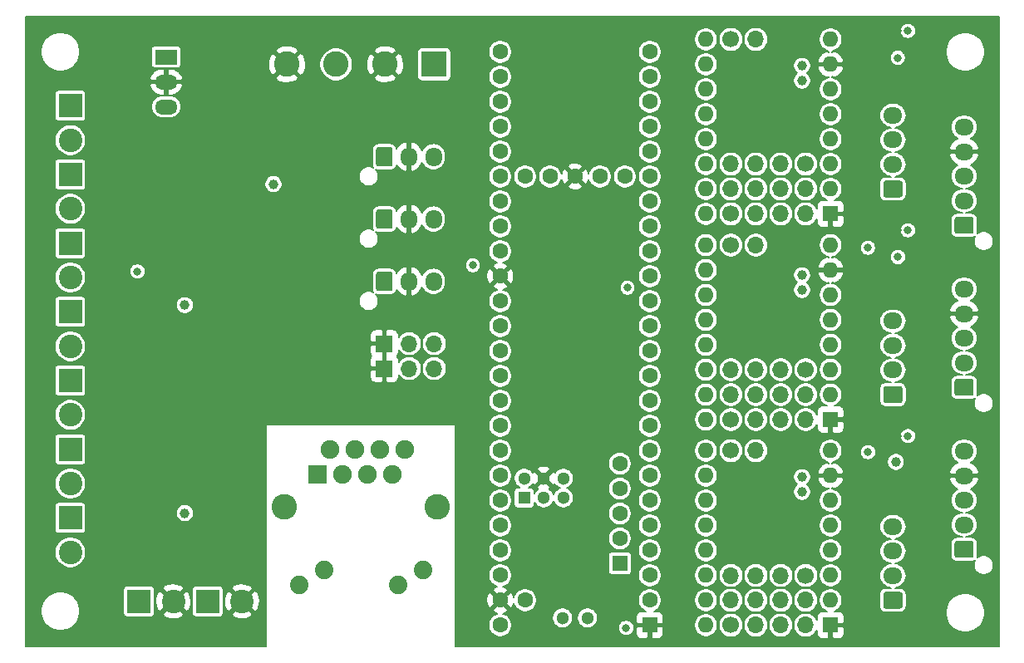
<source format=gbr>
G04 #@! TF.GenerationSoftware,KiCad,Pcbnew,(5.1.5)-3*
G04 #@! TF.CreationDate,2020-09-02T18:49:11-07:00*
G04 #@! TF.ProjectId,teensy4_controller,7465656e-7379-4345-9f63-6f6e74726f6c,rev?*
G04 #@! TF.SameCoordinates,Original*
G04 #@! TF.FileFunction,Copper,L2,Inr*
G04 #@! TF.FilePolarity,Positive*
%FSLAX46Y46*%
G04 Gerber Fmt 4.6, Leading zero omitted, Abs format (unit mm)*
G04 Created by KiCad (PCBNEW (5.1.5)-3) date 2020-09-02 18:49:11*
%MOMM*%
%LPD*%
G04 APERTURE LIST*
%ADD10C,2.600000*%
%ADD11R,2.600000X2.600000*%
%ADD12C,1.890000*%
%ADD13C,1.900000*%
%ADD14R,1.900000X1.900000*%
%ADD15O,1.700000X1.700000*%
%ADD16C,1.700000*%
%ADD17R,1.700000X1.700000*%
%ADD18C,1.300000*%
%ADD19C,1.600000*%
%ADD20R,1.300000X1.300000*%
%ADD21R,1.600000X1.600000*%
%ADD22O,1.950000X1.700000*%
%ADD23C,0.100000*%
%ADD24O,1.600000X1.600000*%
%ADD25C,2.400000*%
%ADD26R,2.400000X2.400000*%
%ADD27O,1.700000X1.950000*%
%ADD28O,2.300000X1.500000*%
%ADD29R,2.300000X1.500000*%
%ADD30C,1.000000*%
%ADD31C,0.800000*%
%ADD32C,0.200000*%
G04 APERTURE END LIST*
D10*
X77075000Y-90280000D03*
X82075000Y-90280000D03*
X87075000Y-90280000D03*
D11*
X92075000Y-90280000D03*
D10*
X92385000Y-135370000D03*
X76835000Y-135370000D03*
D12*
X78285000Y-143320000D03*
X80825000Y-141800000D03*
X88395000Y-143320000D03*
X90935000Y-141800000D03*
D13*
X89055000Y-129540000D03*
X87785000Y-132080000D03*
X86515000Y-129540000D03*
X85245000Y-132080000D03*
X83975000Y-129540000D03*
X82705000Y-132080000D03*
X81435000Y-129540000D03*
D14*
X80165000Y-132080000D03*
D15*
X122301000Y-142367000D03*
X124841000Y-142367000D03*
X127381000Y-142367000D03*
D16*
X129921000Y-142367000D03*
D15*
X92075000Y-118745000D03*
X89535000Y-118745000D03*
D17*
X86995000Y-118745000D03*
D15*
X92075000Y-121285000D03*
X89535000Y-121285000D03*
D17*
X86995000Y-121285000D03*
D18*
X105144000Y-146700000D03*
X107684000Y-146700000D03*
D19*
X101334000Y-101710000D03*
X103874000Y-101710000D03*
X106414000Y-101710000D03*
X108954000Y-101710000D03*
X111494000Y-101710000D03*
D18*
X105232400Y-134460000D03*
X105232400Y-132460000D03*
X103232400Y-132460000D03*
X103232400Y-134460000D03*
X101232400Y-132460000D03*
D20*
X101232400Y-134460000D03*
D19*
X114034000Y-106790000D03*
X114034000Y-104250000D03*
X114034000Y-101710000D03*
X114034000Y-99170000D03*
X114034000Y-109330000D03*
X114034000Y-111870000D03*
X114034000Y-114410000D03*
X114034000Y-96630000D03*
X114034000Y-94090000D03*
X114034000Y-91550000D03*
X114034000Y-89010000D03*
X98794000Y-89010000D03*
X98794000Y-91550000D03*
X98794000Y-94090000D03*
X98794000Y-96630000D03*
X98794000Y-99170000D03*
X98794000Y-101710000D03*
X98794000Y-104250000D03*
X98794000Y-106790000D03*
X98794000Y-109330000D03*
X98794000Y-111870000D03*
X114034000Y-116950000D03*
X114034000Y-119490000D03*
X114034000Y-122030000D03*
X114034000Y-124570000D03*
X114034000Y-127110000D03*
X114034000Y-129650000D03*
X114034000Y-132190000D03*
X114034000Y-134730000D03*
X114034000Y-137270000D03*
X114034000Y-139810000D03*
X114034000Y-142350000D03*
X114034000Y-144890000D03*
D21*
X114034000Y-147430000D03*
D19*
X98794000Y-114410000D03*
X98794000Y-116950000D03*
X98794000Y-119490000D03*
X98794000Y-122030000D03*
X98794000Y-124570000D03*
X98794000Y-127110000D03*
X98794000Y-129650000D03*
X98794000Y-132190000D03*
X98794000Y-134730000D03*
X98794000Y-137270000D03*
X98794000Y-139810000D03*
X98794000Y-142350000D03*
X98794000Y-144890000D03*
X98794000Y-147430000D03*
D21*
X110983200Y-141130800D03*
D19*
X110983200Y-138590800D03*
X110983200Y-136050800D03*
X110983200Y-133510800D03*
X110983200Y-130970800D03*
X101334000Y-144890000D03*
D22*
X146050000Y-96680000D03*
X146050000Y-99180000D03*
X146050000Y-101680000D03*
X146050000Y-104180000D03*
G04 #@! TA.AperFunction,ViaPad*
D23*
G36*
X146799504Y-105831204D02*
G01*
X146823773Y-105834804D01*
X146847571Y-105840765D01*
X146870671Y-105849030D01*
X146892849Y-105859520D01*
X146913893Y-105872133D01*
X146933598Y-105886747D01*
X146951777Y-105903223D01*
X146968253Y-105921402D01*
X146982867Y-105941107D01*
X146995480Y-105962151D01*
X147005970Y-105984329D01*
X147014235Y-106007429D01*
X147020196Y-106031227D01*
X147023796Y-106055496D01*
X147025000Y-106080000D01*
X147025000Y-107280000D01*
X147023796Y-107304504D01*
X147020196Y-107328773D01*
X147014235Y-107352571D01*
X147005970Y-107375671D01*
X146995480Y-107397849D01*
X146982867Y-107418893D01*
X146968253Y-107438598D01*
X146951777Y-107456777D01*
X146933598Y-107473253D01*
X146913893Y-107487867D01*
X146892849Y-107500480D01*
X146870671Y-107510970D01*
X146847571Y-107519235D01*
X146823773Y-107525196D01*
X146799504Y-107528796D01*
X146775000Y-107530000D01*
X145325000Y-107530000D01*
X145300496Y-107528796D01*
X145276227Y-107525196D01*
X145252429Y-107519235D01*
X145229329Y-107510970D01*
X145207151Y-107500480D01*
X145186107Y-107487867D01*
X145166402Y-107473253D01*
X145148223Y-107456777D01*
X145131747Y-107438598D01*
X145117133Y-107418893D01*
X145104520Y-107397849D01*
X145094030Y-107375671D01*
X145085765Y-107352571D01*
X145079804Y-107328773D01*
X145076204Y-107304504D01*
X145075000Y-107280000D01*
X145075000Y-106080000D01*
X145076204Y-106055496D01*
X145079804Y-106031227D01*
X145085765Y-106007429D01*
X145094030Y-105984329D01*
X145104520Y-105962151D01*
X145117133Y-105941107D01*
X145131747Y-105921402D01*
X145148223Y-105903223D01*
X145166402Y-105886747D01*
X145186107Y-105872133D01*
X145207151Y-105859520D01*
X145229329Y-105849030D01*
X145252429Y-105840765D01*
X145276227Y-105834804D01*
X145300496Y-105831204D01*
X145325000Y-105830000D01*
X146775000Y-105830000D01*
X146799504Y-105831204D01*
G37*
G04 #@! TD.AperFunction*
D22*
X146050000Y-113190000D03*
X146050000Y-115690000D03*
X146050000Y-118190000D03*
X146050000Y-120690000D03*
G04 #@! TA.AperFunction,ViaPad*
D23*
G36*
X146799504Y-122341204D02*
G01*
X146823773Y-122344804D01*
X146847571Y-122350765D01*
X146870671Y-122359030D01*
X146892849Y-122369520D01*
X146913893Y-122382133D01*
X146933598Y-122396747D01*
X146951777Y-122413223D01*
X146968253Y-122431402D01*
X146982867Y-122451107D01*
X146995480Y-122472151D01*
X147005970Y-122494329D01*
X147014235Y-122517429D01*
X147020196Y-122541227D01*
X147023796Y-122565496D01*
X147025000Y-122590000D01*
X147025000Y-123790000D01*
X147023796Y-123814504D01*
X147020196Y-123838773D01*
X147014235Y-123862571D01*
X147005970Y-123885671D01*
X146995480Y-123907849D01*
X146982867Y-123928893D01*
X146968253Y-123948598D01*
X146951777Y-123966777D01*
X146933598Y-123983253D01*
X146913893Y-123997867D01*
X146892849Y-124010480D01*
X146870671Y-124020970D01*
X146847571Y-124029235D01*
X146823773Y-124035196D01*
X146799504Y-124038796D01*
X146775000Y-124040000D01*
X145325000Y-124040000D01*
X145300496Y-124038796D01*
X145276227Y-124035196D01*
X145252429Y-124029235D01*
X145229329Y-124020970D01*
X145207151Y-124010480D01*
X145186107Y-123997867D01*
X145166402Y-123983253D01*
X145148223Y-123966777D01*
X145131747Y-123948598D01*
X145117133Y-123928893D01*
X145104520Y-123907849D01*
X145094030Y-123885671D01*
X145085765Y-123862571D01*
X145079804Y-123838773D01*
X145076204Y-123814504D01*
X145075000Y-123790000D01*
X145075000Y-122590000D01*
X145076204Y-122565496D01*
X145079804Y-122541227D01*
X145085765Y-122517429D01*
X145094030Y-122494329D01*
X145104520Y-122472151D01*
X145117133Y-122451107D01*
X145131747Y-122431402D01*
X145148223Y-122413223D01*
X145166402Y-122396747D01*
X145186107Y-122382133D01*
X145207151Y-122369520D01*
X145229329Y-122359030D01*
X145252429Y-122350765D01*
X145276227Y-122344804D01*
X145300496Y-122341204D01*
X145325000Y-122340000D01*
X146775000Y-122340000D01*
X146799504Y-122341204D01*
G37*
G04 #@! TD.AperFunction*
D22*
X146050000Y-129700000D03*
X146050000Y-132200000D03*
X146050000Y-134700000D03*
X146050000Y-137200000D03*
G04 #@! TA.AperFunction,ViaPad*
D23*
G36*
X146799504Y-138851204D02*
G01*
X146823773Y-138854804D01*
X146847571Y-138860765D01*
X146870671Y-138869030D01*
X146892849Y-138879520D01*
X146913893Y-138892133D01*
X146933598Y-138906747D01*
X146951777Y-138923223D01*
X146968253Y-138941402D01*
X146982867Y-138961107D01*
X146995480Y-138982151D01*
X147005970Y-139004329D01*
X147014235Y-139027429D01*
X147020196Y-139051227D01*
X147023796Y-139075496D01*
X147025000Y-139100000D01*
X147025000Y-140300000D01*
X147023796Y-140324504D01*
X147020196Y-140348773D01*
X147014235Y-140372571D01*
X147005970Y-140395671D01*
X146995480Y-140417849D01*
X146982867Y-140438893D01*
X146968253Y-140458598D01*
X146951777Y-140476777D01*
X146933598Y-140493253D01*
X146913893Y-140507867D01*
X146892849Y-140520480D01*
X146870671Y-140530970D01*
X146847571Y-140539235D01*
X146823773Y-140545196D01*
X146799504Y-140548796D01*
X146775000Y-140550000D01*
X145325000Y-140550000D01*
X145300496Y-140548796D01*
X145276227Y-140545196D01*
X145252429Y-140539235D01*
X145229329Y-140530970D01*
X145207151Y-140520480D01*
X145186107Y-140507867D01*
X145166402Y-140493253D01*
X145148223Y-140476777D01*
X145131747Y-140458598D01*
X145117133Y-140438893D01*
X145104520Y-140417849D01*
X145094030Y-140395671D01*
X145085765Y-140372571D01*
X145079804Y-140348773D01*
X145076204Y-140324504D01*
X145075000Y-140300000D01*
X145075000Y-139100000D01*
X145076204Y-139075496D01*
X145079804Y-139051227D01*
X145085765Y-139027429D01*
X145094030Y-139004329D01*
X145104520Y-138982151D01*
X145117133Y-138961107D01*
X145131747Y-138941402D01*
X145148223Y-138923223D01*
X145166402Y-138906747D01*
X145186107Y-138892133D01*
X145207151Y-138879520D01*
X145229329Y-138869030D01*
X145252429Y-138860765D01*
X145276227Y-138854804D01*
X145300496Y-138851204D01*
X145325000Y-138850000D01*
X146775000Y-138850000D01*
X146799504Y-138851204D01*
G37*
G04 #@! TD.AperFunction*
D15*
X129909000Y-102980000D03*
X129909000Y-105520000D03*
X127369000Y-102980000D03*
X127369000Y-105520000D03*
X124829000Y-102980000D03*
X124829000Y-105520000D03*
X122289000Y-102980000D03*
D16*
X122289000Y-105520000D03*
D15*
X129909000Y-123935000D03*
X129909000Y-126475000D03*
X127369000Y-123935000D03*
X127369000Y-126475000D03*
X124829000Y-123935000D03*
X124829000Y-126475000D03*
X122289000Y-123935000D03*
D16*
X122289000Y-126475000D03*
D15*
X129909000Y-144890000D03*
X129909000Y-147430000D03*
X127369000Y-144890000D03*
X127369000Y-147430000D03*
X124829000Y-144890000D03*
X124829000Y-147430000D03*
X122289000Y-144890000D03*
D16*
X122289000Y-147430000D03*
D22*
X138799000Y-116435000D03*
X138799000Y-118935000D03*
X138799000Y-121435000D03*
G04 #@! TA.AperFunction,ViaPad*
D23*
G36*
X139548504Y-123086204D02*
G01*
X139572773Y-123089804D01*
X139596571Y-123095765D01*
X139619671Y-123104030D01*
X139641849Y-123114520D01*
X139662893Y-123127133D01*
X139682598Y-123141747D01*
X139700777Y-123158223D01*
X139717253Y-123176402D01*
X139731867Y-123196107D01*
X139744480Y-123217151D01*
X139754970Y-123239329D01*
X139763235Y-123262429D01*
X139769196Y-123286227D01*
X139772796Y-123310496D01*
X139774000Y-123335000D01*
X139774000Y-124535000D01*
X139772796Y-124559504D01*
X139769196Y-124583773D01*
X139763235Y-124607571D01*
X139754970Y-124630671D01*
X139744480Y-124652849D01*
X139731867Y-124673893D01*
X139717253Y-124693598D01*
X139700777Y-124711777D01*
X139682598Y-124728253D01*
X139662893Y-124742867D01*
X139641849Y-124755480D01*
X139619671Y-124765970D01*
X139596571Y-124774235D01*
X139572773Y-124780196D01*
X139548504Y-124783796D01*
X139524000Y-124785000D01*
X138074000Y-124785000D01*
X138049496Y-124783796D01*
X138025227Y-124780196D01*
X138001429Y-124774235D01*
X137978329Y-124765970D01*
X137956151Y-124755480D01*
X137935107Y-124742867D01*
X137915402Y-124728253D01*
X137897223Y-124711777D01*
X137880747Y-124693598D01*
X137866133Y-124673893D01*
X137853520Y-124652849D01*
X137843030Y-124630671D01*
X137834765Y-124607571D01*
X137828804Y-124583773D01*
X137825204Y-124559504D01*
X137824000Y-124535000D01*
X137824000Y-123335000D01*
X137825204Y-123310496D01*
X137828804Y-123286227D01*
X137834765Y-123262429D01*
X137843030Y-123239329D01*
X137853520Y-123217151D01*
X137866133Y-123196107D01*
X137880747Y-123176402D01*
X137897223Y-123158223D01*
X137915402Y-123141747D01*
X137935107Y-123127133D01*
X137956151Y-123114520D01*
X137978329Y-123104030D01*
X138001429Y-123095765D01*
X138025227Y-123089804D01*
X138049496Y-123086204D01*
X138074000Y-123085000D01*
X139524000Y-123085000D01*
X139548504Y-123086204D01*
G37*
G04 #@! TD.AperFunction*
D24*
X119749000Y-126475000D03*
X132449000Y-108695000D03*
X119749000Y-123935000D03*
X132449000Y-111235000D03*
X119749000Y-121395000D03*
X132449000Y-113775000D03*
X119749000Y-118855000D03*
X132449000Y-116315000D03*
X119749000Y-116315000D03*
X132449000Y-118855000D03*
X119749000Y-113775000D03*
X132449000Y-121395000D03*
X119749000Y-111235000D03*
X132449000Y-123935000D03*
X119749000Y-108695000D03*
D21*
X132449000Y-126475000D03*
D25*
X55000000Y-140000000D03*
D26*
X55000000Y-136500000D03*
D25*
X55000000Y-133000000D03*
D26*
X55000000Y-129500000D03*
D25*
X55000000Y-126000000D03*
D26*
X55000000Y-122500000D03*
D25*
X55000000Y-119000000D03*
D26*
X55000000Y-115500000D03*
D25*
X55000000Y-112000000D03*
D26*
X55000000Y-108500000D03*
D25*
X55000000Y-105000000D03*
D26*
X55000000Y-101500000D03*
D25*
X55000000Y-98000000D03*
D26*
X55000000Y-94500000D03*
D15*
X122289000Y-100440000D03*
X124829000Y-100440000D03*
X127369000Y-100440000D03*
D16*
X129909000Y-100440000D03*
D25*
X65500000Y-145000000D03*
D26*
X62000000Y-145000000D03*
D25*
X72500000Y-145000000D03*
D26*
X69000000Y-145000000D03*
D15*
X124829000Y-129650000D03*
D16*
X122289000Y-129650000D03*
D22*
X138799000Y-95480000D03*
X138799000Y-97980000D03*
X138799000Y-100480000D03*
G04 #@! TA.AperFunction,ViaPad*
D23*
G36*
X139548504Y-102131204D02*
G01*
X139572773Y-102134804D01*
X139596571Y-102140765D01*
X139619671Y-102149030D01*
X139641849Y-102159520D01*
X139662893Y-102172133D01*
X139682598Y-102186747D01*
X139700777Y-102203223D01*
X139717253Y-102221402D01*
X139731867Y-102241107D01*
X139744480Y-102262151D01*
X139754970Y-102284329D01*
X139763235Y-102307429D01*
X139769196Y-102331227D01*
X139772796Y-102355496D01*
X139774000Y-102380000D01*
X139774000Y-103580000D01*
X139772796Y-103604504D01*
X139769196Y-103628773D01*
X139763235Y-103652571D01*
X139754970Y-103675671D01*
X139744480Y-103697849D01*
X139731867Y-103718893D01*
X139717253Y-103738598D01*
X139700777Y-103756777D01*
X139682598Y-103773253D01*
X139662893Y-103787867D01*
X139641849Y-103800480D01*
X139619671Y-103810970D01*
X139596571Y-103819235D01*
X139572773Y-103825196D01*
X139548504Y-103828796D01*
X139524000Y-103830000D01*
X138074000Y-103830000D01*
X138049496Y-103828796D01*
X138025227Y-103825196D01*
X138001429Y-103819235D01*
X137978329Y-103810970D01*
X137956151Y-103800480D01*
X137935107Y-103787867D01*
X137915402Y-103773253D01*
X137897223Y-103756777D01*
X137880747Y-103738598D01*
X137866133Y-103718893D01*
X137853520Y-103697849D01*
X137843030Y-103675671D01*
X137834765Y-103652571D01*
X137828804Y-103628773D01*
X137825204Y-103604504D01*
X137824000Y-103580000D01*
X137824000Y-102380000D01*
X137825204Y-102355496D01*
X137828804Y-102331227D01*
X137834765Y-102307429D01*
X137843030Y-102284329D01*
X137853520Y-102262151D01*
X137866133Y-102241107D01*
X137880747Y-102221402D01*
X137897223Y-102203223D01*
X137915402Y-102186747D01*
X137935107Y-102172133D01*
X137956151Y-102159520D01*
X137978329Y-102149030D01*
X138001429Y-102140765D01*
X138025227Y-102134804D01*
X138049496Y-102131204D01*
X138074000Y-102130000D01*
X139524000Y-102130000D01*
X139548504Y-102131204D01*
G37*
G04 #@! TD.AperFunction*
D15*
X122289000Y-121395000D03*
X124829000Y-121395000D03*
X127369000Y-121395000D03*
D16*
X129909000Y-121395000D03*
D15*
X124829000Y-87740000D03*
D16*
X122289000Y-87740000D03*
D27*
X91995000Y-99695000D03*
X89495000Y-99695000D03*
G04 #@! TA.AperFunction,ViaPad*
D23*
G36*
X87619504Y-98721204D02*
G01*
X87643773Y-98724804D01*
X87667571Y-98730765D01*
X87690671Y-98739030D01*
X87712849Y-98749520D01*
X87733893Y-98762133D01*
X87753598Y-98776747D01*
X87771777Y-98793223D01*
X87788253Y-98811402D01*
X87802867Y-98831107D01*
X87815480Y-98852151D01*
X87825970Y-98874329D01*
X87834235Y-98897429D01*
X87840196Y-98921227D01*
X87843796Y-98945496D01*
X87845000Y-98970000D01*
X87845000Y-100420000D01*
X87843796Y-100444504D01*
X87840196Y-100468773D01*
X87834235Y-100492571D01*
X87825970Y-100515671D01*
X87815480Y-100537849D01*
X87802867Y-100558893D01*
X87788253Y-100578598D01*
X87771777Y-100596777D01*
X87753598Y-100613253D01*
X87733893Y-100627867D01*
X87712849Y-100640480D01*
X87690671Y-100650970D01*
X87667571Y-100659235D01*
X87643773Y-100665196D01*
X87619504Y-100668796D01*
X87595000Y-100670000D01*
X86395000Y-100670000D01*
X86370496Y-100668796D01*
X86346227Y-100665196D01*
X86322429Y-100659235D01*
X86299329Y-100650970D01*
X86277151Y-100640480D01*
X86256107Y-100627867D01*
X86236402Y-100613253D01*
X86218223Y-100596777D01*
X86201747Y-100578598D01*
X86187133Y-100558893D01*
X86174520Y-100537849D01*
X86164030Y-100515671D01*
X86155765Y-100492571D01*
X86149804Y-100468773D01*
X86146204Y-100444504D01*
X86145000Y-100420000D01*
X86145000Y-98970000D01*
X86146204Y-98945496D01*
X86149804Y-98921227D01*
X86155765Y-98897429D01*
X86164030Y-98874329D01*
X86174520Y-98852151D01*
X86187133Y-98831107D01*
X86201747Y-98811402D01*
X86218223Y-98793223D01*
X86236402Y-98776747D01*
X86256107Y-98762133D01*
X86277151Y-98749520D01*
X86299329Y-98739030D01*
X86322429Y-98730765D01*
X86346227Y-98724804D01*
X86370496Y-98721204D01*
X86395000Y-98720000D01*
X87595000Y-98720000D01*
X87619504Y-98721204D01*
G37*
G04 #@! TD.AperFunction*
D27*
X91995000Y-106045000D03*
X89495000Y-106045000D03*
G04 #@! TA.AperFunction,ViaPad*
D23*
G36*
X87619504Y-105071204D02*
G01*
X87643773Y-105074804D01*
X87667571Y-105080765D01*
X87690671Y-105089030D01*
X87712849Y-105099520D01*
X87733893Y-105112133D01*
X87753598Y-105126747D01*
X87771777Y-105143223D01*
X87788253Y-105161402D01*
X87802867Y-105181107D01*
X87815480Y-105202151D01*
X87825970Y-105224329D01*
X87834235Y-105247429D01*
X87840196Y-105271227D01*
X87843796Y-105295496D01*
X87845000Y-105320000D01*
X87845000Y-106770000D01*
X87843796Y-106794504D01*
X87840196Y-106818773D01*
X87834235Y-106842571D01*
X87825970Y-106865671D01*
X87815480Y-106887849D01*
X87802867Y-106908893D01*
X87788253Y-106928598D01*
X87771777Y-106946777D01*
X87753598Y-106963253D01*
X87733893Y-106977867D01*
X87712849Y-106990480D01*
X87690671Y-107000970D01*
X87667571Y-107009235D01*
X87643773Y-107015196D01*
X87619504Y-107018796D01*
X87595000Y-107020000D01*
X86395000Y-107020000D01*
X86370496Y-107018796D01*
X86346227Y-107015196D01*
X86322429Y-107009235D01*
X86299329Y-107000970D01*
X86277151Y-106990480D01*
X86256107Y-106977867D01*
X86236402Y-106963253D01*
X86218223Y-106946777D01*
X86201747Y-106928598D01*
X86187133Y-106908893D01*
X86174520Y-106887849D01*
X86164030Y-106865671D01*
X86155765Y-106842571D01*
X86149804Y-106818773D01*
X86146204Y-106794504D01*
X86145000Y-106770000D01*
X86145000Y-105320000D01*
X86146204Y-105295496D01*
X86149804Y-105271227D01*
X86155765Y-105247429D01*
X86164030Y-105224329D01*
X86174520Y-105202151D01*
X86187133Y-105181107D01*
X86201747Y-105161402D01*
X86218223Y-105143223D01*
X86236402Y-105126747D01*
X86256107Y-105112133D01*
X86277151Y-105099520D01*
X86299329Y-105089030D01*
X86322429Y-105080765D01*
X86346227Y-105074804D01*
X86370496Y-105071204D01*
X86395000Y-105070000D01*
X87595000Y-105070000D01*
X87619504Y-105071204D01*
G37*
G04 #@! TD.AperFunction*
D27*
X91995000Y-112395000D03*
X89495000Y-112395000D03*
G04 #@! TA.AperFunction,ViaPad*
D23*
G36*
X87619504Y-111421204D02*
G01*
X87643773Y-111424804D01*
X87667571Y-111430765D01*
X87690671Y-111439030D01*
X87712849Y-111449520D01*
X87733893Y-111462133D01*
X87753598Y-111476747D01*
X87771777Y-111493223D01*
X87788253Y-111511402D01*
X87802867Y-111531107D01*
X87815480Y-111552151D01*
X87825970Y-111574329D01*
X87834235Y-111597429D01*
X87840196Y-111621227D01*
X87843796Y-111645496D01*
X87845000Y-111670000D01*
X87845000Y-113120000D01*
X87843796Y-113144504D01*
X87840196Y-113168773D01*
X87834235Y-113192571D01*
X87825970Y-113215671D01*
X87815480Y-113237849D01*
X87802867Y-113258893D01*
X87788253Y-113278598D01*
X87771777Y-113296777D01*
X87753598Y-113313253D01*
X87733893Y-113327867D01*
X87712849Y-113340480D01*
X87690671Y-113350970D01*
X87667571Y-113359235D01*
X87643773Y-113365196D01*
X87619504Y-113368796D01*
X87595000Y-113370000D01*
X86395000Y-113370000D01*
X86370496Y-113368796D01*
X86346227Y-113365196D01*
X86322429Y-113359235D01*
X86299329Y-113350970D01*
X86277151Y-113340480D01*
X86256107Y-113327867D01*
X86236402Y-113313253D01*
X86218223Y-113296777D01*
X86201747Y-113278598D01*
X86187133Y-113258893D01*
X86174520Y-113237849D01*
X86164030Y-113215671D01*
X86155765Y-113192571D01*
X86149804Y-113168773D01*
X86146204Y-113144504D01*
X86145000Y-113120000D01*
X86145000Y-111670000D01*
X86146204Y-111645496D01*
X86149804Y-111621227D01*
X86155765Y-111597429D01*
X86164030Y-111574329D01*
X86174520Y-111552151D01*
X86187133Y-111531107D01*
X86201747Y-111511402D01*
X86218223Y-111493223D01*
X86236402Y-111476747D01*
X86256107Y-111462133D01*
X86277151Y-111449520D01*
X86299329Y-111439030D01*
X86322429Y-111430765D01*
X86346227Y-111424804D01*
X86370496Y-111421204D01*
X86395000Y-111420000D01*
X87595000Y-111420000D01*
X87619504Y-111421204D01*
G37*
G04 #@! TD.AperFunction*
D15*
X124829000Y-108695000D03*
D16*
X122289000Y-108695000D03*
D24*
X119749000Y-105520000D03*
X132449000Y-87740000D03*
X119749000Y-102980000D03*
X132449000Y-90280000D03*
X119749000Y-100440000D03*
X132449000Y-92820000D03*
X119749000Y-97900000D03*
X132449000Y-95360000D03*
X119749000Y-95360000D03*
X132449000Y-97900000D03*
X119749000Y-92820000D03*
X132449000Y-100440000D03*
X119749000Y-90280000D03*
X132449000Y-102980000D03*
X119749000Y-87740000D03*
D21*
X132449000Y-105520000D03*
D24*
X119749000Y-147430000D03*
X132449000Y-129650000D03*
X119749000Y-144890000D03*
X132449000Y-132190000D03*
X119749000Y-142350000D03*
X132449000Y-134730000D03*
X119749000Y-139810000D03*
X132449000Y-137270000D03*
X119749000Y-137270000D03*
X132449000Y-139810000D03*
X119749000Y-134730000D03*
X132449000Y-142350000D03*
X119749000Y-132190000D03*
X132449000Y-144890000D03*
X119749000Y-129650000D03*
D21*
X132449000Y-147430000D03*
D28*
X64770000Y-94615000D03*
X64770000Y-92075000D03*
D29*
X64770000Y-89535000D03*
D22*
X138799000Y-137390000D03*
X138799000Y-139890000D03*
X138799000Y-142390000D03*
G04 #@! TA.AperFunction,ViaPad*
D23*
G36*
X139548504Y-144041204D02*
G01*
X139572773Y-144044804D01*
X139596571Y-144050765D01*
X139619671Y-144059030D01*
X139641849Y-144069520D01*
X139662893Y-144082133D01*
X139682598Y-144096747D01*
X139700777Y-144113223D01*
X139717253Y-144131402D01*
X139731867Y-144151107D01*
X139744480Y-144172151D01*
X139754970Y-144194329D01*
X139763235Y-144217429D01*
X139769196Y-144241227D01*
X139772796Y-144265496D01*
X139774000Y-144290000D01*
X139774000Y-145490000D01*
X139772796Y-145514504D01*
X139769196Y-145538773D01*
X139763235Y-145562571D01*
X139754970Y-145585671D01*
X139744480Y-145607849D01*
X139731867Y-145628893D01*
X139717253Y-145648598D01*
X139700777Y-145666777D01*
X139682598Y-145683253D01*
X139662893Y-145697867D01*
X139641849Y-145710480D01*
X139619671Y-145720970D01*
X139596571Y-145729235D01*
X139572773Y-145735196D01*
X139548504Y-145738796D01*
X139524000Y-145740000D01*
X138074000Y-145740000D01*
X138049496Y-145738796D01*
X138025227Y-145735196D01*
X138001429Y-145729235D01*
X137978329Y-145720970D01*
X137956151Y-145710480D01*
X137935107Y-145697867D01*
X137915402Y-145683253D01*
X137897223Y-145666777D01*
X137880747Y-145648598D01*
X137866133Y-145628893D01*
X137853520Y-145607849D01*
X137843030Y-145585671D01*
X137834765Y-145562571D01*
X137828804Y-145538773D01*
X137825204Y-145514504D01*
X137824000Y-145490000D01*
X137824000Y-144290000D01*
X137825204Y-144265496D01*
X137828804Y-144241227D01*
X137834765Y-144217429D01*
X137843030Y-144194329D01*
X137853520Y-144172151D01*
X137866133Y-144151107D01*
X137880747Y-144131402D01*
X137897223Y-144113223D01*
X137915402Y-144096747D01*
X137935107Y-144082133D01*
X137956151Y-144069520D01*
X137978329Y-144059030D01*
X138001429Y-144050765D01*
X138025227Y-144044804D01*
X138049496Y-144041204D01*
X138074000Y-144040000D01*
X139524000Y-144040000D01*
X139548504Y-144041204D01*
G37*
G04 #@! TD.AperFunction*
D30*
X129540000Y-133858000D03*
X129540000Y-132334000D03*
X129540000Y-113284000D03*
X129540000Y-111760000D03*
X129540000Y-91948000D03*
X129540000Y-90424000D03*
X75692000Y-102489002D03*
X129286000Y-96012000D03*
X129286000Y-97536000D03*
X129540000Y-118745000D03*
X129540000Y-117221000D03*
X129540000Y-139319000D03*
X129540000Y-137795000D03*
D31*
X139316000Y-86861900D03*
X139316000Y-128149600D03*
D30*
X69215000Y-114808000D03*
X69215000Y-136017000D03*
X80645000Y-102489000D03*
X74422000Y-121539004D03*
X79375000Y-122555000D03*
X77470002Y-125857000D03*
X81153000Y-122174000D03*
X78740000Y-120015000D03*
X75692000Y-115697000D03*
D31*
X139319000Y-107188000D03*
X96520000Y-138430000D03*
D30*
X137921994Y-132842000D03*
D31*
X137668002Y-111887000D03*
X137668000Y-91567000D03*
X140331986Y-86876323D03*
X140331986Y-128164023D03*
D30*
X66675000Y-136017000D03*
X66675000Y-114808000D03*
D31*
X140334986Y-107202423D03*
X139293600Y-89611200D03*
D30*
X139096749Y-130797904D03*
D31*
X139319004Y-109920000D03*
X136271000Y-129794000D03*
X136259000Y-108978000D03*
X61849000Y-111379000D03*
X111760000Y-113030000D03*
X96012000Y-110744000D03*
X111633000Y-147701000D03*
D32*
G36*
X149575000Y-149575000D02*
G01*
X94245315Y-149575000D01*
X94246571Y-147311810D01*
X97594000Y-147311810D01*
X97594000Y-147548190D01*
X97640116Y-147780027D01*
X97730574Y-147998413D01*
X97861899Y-148194955D01*
X98029045Y-148362101D01*
X98225587Y-148493426D01*
X98443973Y-148583884D01*
X98675810Y-148630000D01*
X98912190Y-148630000D01*
X99144027Y-148583884D01*
X99362413Y-148493426D01*
X99558955Y-148362101D01*
X99726101Y-148194955D01*
X99857426Y-147998413D01*
X99947884Y-147780027D01*
X99994000Y-147548190D01*
X99994000Y-147311810D01*
X99947884Y-147079973D01*
X99857426Y-146861587D01*
X99726101Y-146665045D01*
X99657640Y-146596584D01*
X104094000Y-146596584D01*
X104094000Y-146803416D01*
X104134350Y-147006274D01*
X104213502Y-147197362D01*
X104328411Y-147369336D01*
X104474664Y-147515589D01*
X104646638Y-147630498D01*
X104837726Y-147709650D01*
X105040584Y-147750000D01*
X105247416Y-147750000D01*
X105450274Y-147709650D01*
X105641362Y-147630498D01*
X105813336Y-147515589D01*
X105959589Y-147369336D01*
X106074498Y-147197362D01*
X106153650Y-147006274D01*
X106194000Y-146803416D01*
X106194000Y-146596584D01*
X106634000Y-146596584D01*
X106634000Y-146803416D01*
X106674350Y-147006274D01*
X106753502Y-147197362D01*
X106868411Y-147369336D01*
X107014664Y-147515589D01*
X107186638Y-147630498D01*
X107377726Y-147709650D01*
X107580584Y-147750000D01*
X107787416Y-147750000D01*
X107990274Y-147709650D01*
X108181362Y-147630498D01*
X108193770Y-147622207D01*
X110833000Y-147622207D01*
X110833000Y-147779793D01*
X110863743Y-147934351D01*
X110924049Y-148079942D01*
X111011599Y-148210970D01*
X111123030Y-148322401D01*
X111254058Y-148409951D01*
X111399649Y-148470257D01*
X111554207Y-148501000D01*
X111711793Y-148501000D01*
X111866351Y-148470257D01*
X112011942Y-148409951D01*
X112142970Y-148322401D01*
X112235371Y-148230000D01*
X112623058Y-148230000D01*
X112634797Y-148349189D01*
X112669563Y-148463797D01*
X112726020Y-148569421D01*
X112801999Y-148662001D01*
X112894579Y-148737980D01*
X113000203Y-148794437D01*
X113114811Y-148829203D01*
X113234000Y-148840942D01*
X113728000Y-148838000D01*
X113880000Y-148686000D01*
X113880000Y-147584000D01*
X114188000Y-147584000D01*
X114188000Y-148686000D01*
X114340000Y-148838000D01*
X114834000Y-148840942D01*
X114953189Y-148829203D01*
X115067797Y-148794437D01*
X115173421Y-148737980D01*
X115266001Y-148662001D01*
X115341980Y-148569421D01*
X115398437Y-148463797D01*
X115433203Y-148349189D01*
X115444942Y-148230000D01*
X115442000Y-147736000D01*
X115290000Y-147584000D01*
X114188000Y-147584000D01*
X113880000Y-147584000D01*
X112778000Y-147584000D01*
X112626000Y-147736000D01*
X112623058Y-148230000D01*
X112235371Y-148230000D01*
X112254401Y-148210970D01*
X112341951Y-148079942D01*
X112402257Y-147934351D01*
X112433000Y-147779793D01*
X112433000Y-147622207D01*
X112402257Y-147467649D01*
X112341951Y-147322058D01*
X112335104Y-147311810D01*
X118549000Y-147311810D01*
X118549000Y-147548190D01*
X118595116Y-147780027D01*
X118685574Y-147998413D01*
X118816899Y-148194955D01*
X118984045Y-148362101D01*
X119180587Y-148493426D01*
X119398973Y-148583884D01*
X119630810Y-148630000D01*
X119867190Y-148630000D01*
X120099027Y-148583884D01*
X120317413Y-148493426D01*
X120513955Y-148362101D01*
X120681101Y-148194955D01*
X120812426Y-147998413D01*
X120902884Y-147780027D01*
X120949000Y-147548190D01*
X120949000Y-147311810D01*
X120948021Y-147306886D01*
X121039000Y-147306886D01*
X121039000Y-147553114D01*
X121087037Y-147794611D01*
X121181265Y-148022097D01*
X121318062Y-148226828D01*
X121492172Y-148400938D01*
X121696903Y-148537735D01*
X121924389Y-148631963D01*
X122165886Y-148680000D01*
X122412114Y-148680000D01*
X122653611Y-148631963D01*
X122881097Y-148537735D01*
X123085828Y-148400938D01*
X123259938Y-148226828D01*
X123396735Y-148022097D01*
X123490963Y-147794611D01*
X123539000Y-147553114D01*
X123539000Y-147306886D01*
X123579000Y-147306886D01*
X123579000Y-147553114D01*
X123627037Y-147794611D01*
X123721265Y-148022097D01*
X123858062Y-148226828D01*
X124032172Y-148400938D01*
X124236903Y-148537735D01*
X124464389Y-148631963D01*
X124705886Y-148680000D01*
X124952114Y-148680000D01*
X125193611Y-148631963D01*
X125421097Y-148537735D01*
X125625828Y-148400938D01*
X125799938Y-148226828D01*
X125936735Y-148022097D01*
X126030963Y-147794611D01*
X126079000Y-147553114D01*
X126079000Y-147306886D01*
X126119000Y-147306886D01*
X126119000Y-147553114D01*
X126167037Y-147794611D01*
X126261265Y-148022097D01*
X126398062Y-148226828D01*
X126572172Y-148400938D01*
X126776903Y-148537735D01*
X127004389Y-148631963D01*
X127245886Y-148680000D01*
X127492114Y-148680000D01*
X127733611Y-148631963D01*
X127961097Y-148537735D01*
X128165828Y-148400938D01*
X128339938Y-148226828D01*
X128476735Y-148022097D01*
X128570963Y-147794611D01*
X128619000Y-147553114D01*
X128619000Y-147306886D01*
X128659000Y-147306886D01*
X128659000Y-147553114D01*
X128707037Y-147794611D01*
X128801265Y-148022097D01*
X128938062Y-148226828D01*
X129112172Y-148400938D01*
X129316903Y-148537735D01*
X129544389Y-148631963D01*
X129785886Y-148680000D01*
X130032114Y-148680000D01*
X130273611Y-148631963D01*
X130501097Y-148537735D01*
X130705828Y-148400938D01*
X130879938Y-148226828D01*
X131016735Y-148022097D01*
X131039625Y-147966835D01*
X131038058Y-148230000D01*
X131049797Y-148349189D01*
X131084563Y-148463797D01*
X131141020Y-148569421D01*
X131216999Y-148662001D01*
X131309579Y-148737980D01*
X131415203Y-148794437D01*
X131529811Y-148829203D01*
X131649000Y-148840942D01*
X132143000Y-148838000D01*
X132295000Y-148686000D01*
X132295000Y-147584000D01*
X132603000Y-147584000D01*
X132603000Y-148686000D01*
X132755000Y-148838000D01*
X133249000Y-148840942D01*
X133368189Y-148829203D01*
X133482797Y-148794437D01*
X133588421Y-148737980D01*
X133681001Y-148662001D01*
X133756980Y-148569421D01*
X133813437Y-148463797D01*
X133848203Y-148349189D01*
X133859942Y-148230000D01*
X133857000Y-147736000D01*
X133705000Y-147584000D01*
X132603000Y-147584000D01*
X132295000Y-147584000D01*
X132275000Y-147584000D01*
X132275000Y-147276000D01*
X132295000Y-147276000D01*
X132295000Y-147256000D01*
X132603000Y-147256000D01*
X132603000Y-147276000D01*
X133705000Y-147276000D01*
X133857000Y-147124000D01*
X133859942Y-146630000D01*
X133848203Y-146510811D01*
X133813437Y-146396203D01*
X133756980Y-146290579D01*
X133681001Y-146197999D01*
X133588421Y-146122020D01*
X133482797Y-146065563D01*
X133368189Y-146030797D01*
X133249000Y-146019058D01*
X132853273Y-146021415D01*
X133017413Y-145953426D01*
X133213955Y-145822101D01*
X133381101Y-145654955D01*
X133512426Y-145458413D01*
X133602884Y-145240027D01*
X133649000Y-145008190D01*
X133649000Y-144771810D01*
X133602884Y-144539973D01*
X133512426Y-144321587D01*
X133381101Y-144125045D01*
X133213955Y-143957899D01*
X133017413Y-143826574D01*
X132799027Y-143736116D01*
X132567190Y-143690000D01*
X132330810Y-143690000D01*
X132098973Y-143736116D01*
X131880587Y-143826574D01*
X131684045Y-143957899D01*
X131516899Y-144125045D01*
X131385574Y-144321587D01*
X131295116Y-144539973D01*
X131249000Y-144771810D01*
X131249000Y-145008190D01*
X131295116Y-145240027D01*
X131385574Y-145458413D01*
X131516899Y-145654955D01*
X131684045Y-145822101D01*
X131880587Y-145953426D01*
X132044727Y-146021415D01*
X131649000Y-146019058D01*
X131529811Y-146030797D01*
X131415203Y-146065563D01*
X131309579Y-146122020D01*
X131216999Y-146197999D01*
X131141020Y-146290579D01*
X131084563Y-146396203D01*
X131049797Y-146510811D01*
X131038058Y-146630000D01*
X131039625Y-146893165D01*
X131016735Y-146837903D01*
X130879938Y-146633172D01*
X130705828Y-146459062D01*
X130501097Y-146322265D01*
X130273611Y-146228037D01*
X130032114Y-146180000D01*
X129785886Y-146180000D01*
X129544389Y-146228037D01*
X129316903Y-146322265D01*
X129112172Y-146459062D01*
X128938062Y-146633172D01*
X128801265Y-146837903D01*
X128707037Y-147065389D01*
X128659000Y-147306886D01*
X128619000Y-147306886D01*
X128570963Y-147065389D01*
X128476735Y-146837903D01*
X128339938Y-146633172D01*
X128165828Y-146459062D01*
X127961097Y-146322265D01*
X127733611Y-146228037D01*
X127492114Y-146180000D01*
X127245886Y-146180000D01*
X127004389Y-146228037D01*
X126776903Y-146322265D01*
X126572172Y-146459062D01*
X126398062Y-146633172D01*
X126261265Y-146837903D01*
X126167037Y-147065389D01*
X126119000Y-147306886D01*
X126079000Y-147306886D01*
X126030963Y-147065389D01*
X125936735Y-146837903D01*
X125799938Y-146633172D01*
X125625828Y-146459062D01*
X125421097Y-146322265D01*
X125193611Y-146228037D01*
X124952114Y-146180000D01*
X124705886Y-146180000D01*
X124464389Y-146228037D01*
X124236903Y-146322265D01*
X124032172Y-146459062D01*
X123858062Y-146633172D01*
X123721265Y-146837903D01*
X123627037Y-147065389D01*
X123579000Y-147306886D01*
X123539000Y-147306886D01*
X123490963Y-147065389D01*
X123396735Y-146837903D01*
X123259938Y-146633172D01*
X123085828Y-146459062D01*
X122881097Y-146322265D01*
X122653611Y-146228037D01*
X122412114Y-146180000D01*
X122165886Y-146180000D01*
X121924389Y-146228037D01*
X121696903Y-146322265D01*
X121492172Y-146459062D01*
X121318062Y-146633172D01*
X121181265Y-146837903D01*
X121087037Y-147065389D01*
X121039000Y-147306886D01*
X120948021Y-147306886D01*
X120902884Y-147079973D01*
X120812426Y-146861587D01*
X120681101Y-146665045D01*
X120513955Y-146497899D01*
X120317413Y-146366574D01*
X120099027Y-146276116D01*
X119867190Y-146230000D01*
X119630810Y-146230000D01*
X119398973Y-146276116D01*
X119180587Y-146366574D01*
X118984045Y-146497899D01*
X118816899Y-146665045D01*
X118685574Y-146861587D01*
X118595116Y-147079973D01*
X118549000Y-147311810D01*
X112335104Y-147311810D01*
X112254401Y-147191030D01*
X112142970Y-147079599D01*
X112011942Y-146992049D01*
X111866351Y-146931743D01*
X111711793Y-146901000D01*
X111554207Y-146901000D01*
X111399649Y-146931743D01*
X111254058Y-146992049D01*
X111123030Y-147079599D01*
X111011599Y-147191030D01*
X110924049Y-147322058D01*
X110863743Y-147467649D01*
X110833000Y-147622207D01*
X108193770Y-147622207D01*
X108353336Y-147515589D01*
X108499589Y-147369336D01*
X108614498Y-147197362D01*
X108693650Y-147006274D01*
X108734000Y-146803416D01*
X108734000Y-146630000D01*
X112623058Y-146630000D01*
X112626000Y-147124000D01*
X112778000Y-147276000D01*
X113880000Y-147276000D01*
X113880000Y-147256000D01*
X114188000Y-147256000D01*
X114188000Y-147276000D01*
X115290000Y-147276000D01*
X115442000Y-147124000D01*
X115444942Y-146630000D01*
X115433203Y-146510811D01*
X115398437Y-146396203D01*
X115341980Y-146290579D01*
X115266001Y-146197999D01*
X115173421Y-146122020D01*
X115067797Y-146065563D01*
X114953189Y-146030797D01*
X114834000Y-146019058D01*
X114438273Y-146021415D01*
X114602413Y-145953426D01*
X114798955Y-145822101D01*
X114966101Y-145654955D01*
X115097426Y-145458413D01*
X115187884Y-145240027D01*
X115234000Y-145008190D01*
X115234000Y-144771810D01*
X118549000Y-144771810D01*
X118549000Y-145008190D01*
X118595116Y-145240027D01*
X118685574Y-145458413D01*
X118816899Y-145654955D01*
X118984045Y-145822101D01*
X119180587Y-145953426D01*
X119398973Y-146043884D01*
X119630810Y-146090000D01*
X119867190Y-146090000D01*
X120099027Y-146043884D01*
X120317413Y-145953426D01*
X120513955Y-145822101D01*
X120681101Y-145654955D01*
X120812426Y-145458413D01*
X120902884Y-145240027D01*
X120949000Y-145008190D01*
X120949000Y-144771810D01*
X120948021Y-144766886D01*
X121039000Y-144766886D01*
X121039000Y-145013114D01*
X121087037Y-145254611D01*
X121181265Y-145482097D01*
X121318062Y-145686828D01*
X121492172Y-145860938D01*
X121696903Y-145997735D01*
X121924389Y-146091963D01*
X122165886Y-146140000D01*
X122412114Y-146140000D01*
X122653611Y-146091963D01*
X122881097Y-145997735D01*
X123085828Y-145860938D01*
X123259938Y-145686828D01*
X123396735Y-145482097D01*
X123490963Y-145254611D01*
X123539000Y-145013114D01*
X123539000Y-144766886D01*
X123579000Y-144766886D01*
X123579000Y-145013114D01*
X123627037Y-145254611D01*
X123721265Y-145482097D01*
X123858062Y-145686828D01*
X124032172Y-145860938D01*
X124236903Y-145997735D01*
X124464389Y-146091963D01*
X124705886Y-146140000D01*
X124952114Y-146140000D01*
X125193611Y-146091963D01*
X125421097Y-145997735D01*
X125625828Y-145860938D01*
X125799938Y-145686828D01*
X125936735Y-145482097D01*
X126030963Y-145254611D01*
X126079000Y-145013114D01*
X126079000Y-144766886D01*
X126119000Y-144766886D01*
X126119000Y-145013114D01*
X126167037Y-145254611D01*
X126261265Y-145482097D01*
X126398062Y-145686828D01*
X126572172Y-145860938D01*
X126776903Y-145997735D01*
X127004389Y-146091963D01*
X127245886Y-146140000D01*
X127492114Y-146140000D01*
X127733611Y-146091963D01*
X127961097Y-145997735D01*
X128165828Y-145860938D01*
X128339938Y-145686828D01*
X128476735Y-145482097D01*
X128570963Y-145254611D01*
X128619000Y-145013114D01*
X128619000Y-144766886D01*
X128659000Y-144766886D01*
X128659000Y-145013114D01*
X128707037Y-145254611D01*
X128801265Y-145482097D01*
X128938062Y-145686828D01*
X129112172Y-145860938D01*
X129316903Y-145997735D01*
X129544389Y-146091963D01*
X129785886Y-146140000D01*
X130032114Y-146140000D01*
X130273611Y-146091963D01*
X130501097Y-145997735D01*
X130705828Y-145860938D01*
X130879938Y-145686828D01*
X131016735Y-145482097D01*
X131110963Y-145254611D01*
X131159000Y-145013114D01*
X131159000Y-144766886D01*
X131110963Y-144525389D01*
X131016735Y-144297903D01*
X130879938Y-144093172D01*
X130705828Y-143919062D01*
X130501097Y-143782265D01*
X130273611Y-143688037D01*
X130032114Y-143640000D01*
X129785886Y-143640000D01*
X129544389Y-143688037D01*
X129316903Y-143782265D01*
X129112172Y-143919062D01*
X128938062Y-144093172D01*
X128801265Y-144297903D01*
X128707037Y-144525389D01*
X128659000Y-144766886D01*
X128619000Y-144766886D01*
X128570963Y-144525389D01*
X128476735Y-144297903D01*
X128339938Y-144093172D01*
X128165828Y-143919062D01*
X127961097Y-143782265D01*
X127733611Y-143688037D01*
X127492114Y-143640000D01*
X127245886Y-143640000D01*
X127004389Y-143688037D01*
X126776903Y-143782265D01*
X126572172Y-143919062D01*
X126398062Y-144093172D01*
X126261265Y-144297903D01*
X126167037Y-144525389D01*
X126119000Y-144766886D01*
X126079000Y-144766886D01*
X126030963Y-144525389D01*
X125936735Y-144297903D01*
X125799938Y-144093172D01*
X125625828Y-143919062D01*
X125421097Y-143782265D01*
X125193611Y-143688037D01*
X124952114Y-143640000D01*
X124705886Y-143640000D01*
X124464389Y-143688037D01*
X124236903Y-143782265D01*
X124032172Y-143919062D01*
X123858062Y-144093172D01*
X123721265Y-144297903D01*
X123627037Y-144525389D01*
X123579000Y-144766886D01*
X123539000Y-144766886D01*
X123490963Y-144525389D01*
X123396735Y-144297903D01*
X123259938Y-144093172D01*
X123085828Y-143919062D01*
X122881097Y-143782265D01*
X122653611Y-143688037D01*
X122412114Y-143640000D01*
X122165886Y-143640000D01*
X121924389Y-143688037D01*
X121696903Y-143782265D01*
X121492172Y-143919062D01*
X121318062Y-144093172D01*
X121181265Y-144297903D01*
X121087037Y-144525389D01*
X121039000Y-144766886D01*
X120948021Y-144766886D01*
X120902884Y-144539973D01*
X120812426Y-144321587D01*
X120681101Y-144125045D01*
X120513955Y-143957899D01*
X120317413Y-143826574D01*
X120099027Y-143736116D01*
X119867190Y-143690000D01*
X119630810Y-143690000D01*
X119398973Y-143736116D01*
X119180587Y-143826574D01*
X118984045Y-143957899D01*
X118816899Y-144125045D01*
X118685574Y-144321587D01*
X118595116Y-144539973D01*
X118549000Y-144771810D01*
X115234000Y-144771810D01*
X115187884Y-144539973D01*
X115097426Y-144321587D01*
X114966101Y-144125045D01*
X114798955Y-143957899D01*
X114602413Y-143826574D01*
X114384027Y-143736116D01*
X114152190Y-143690000D01*
X113915810Y-143690000D01*
X113683973Y-143736116D01*
X113465587Y-143826574D01*
X113269045Y-143957899D01*
X113101899Y-144125045D01*
X112970574Y-144321587D01*
X112880116Y-144539973D01*
X112834000Y-144771810D01*
X112834000Y-145008190D01*
X112880116Y-145240027D01*
X112970574Y-145458413D01*
X113101899Y-145654955D01*
X113269045Y-145822101D01*
X113465587Y-145953426D01*
X113629727Y-146021415D01*
X113234000Y-146019058D01*
X113114811Y-146030797D01*
X113000203Y-146065563D01*
X112894579Y-146122020D01*
X112801999Y-146197999D01*
X112726020Y-146290579D01*
X112669563Y-146396203D01*
X112634797Y-146510811D01*
X112623058Y-146630000D01*
X108734000Y-146630000D01*
X108734000Y-146596584D01*
X108693650Y-146393726D01*
X108614498Y-146202638D01*
X108499589Y-146030664D01*
X108353336Y-145884411D01*
X108181362Y-145769502D01*
X107990274Y-145690350D01*
X107787416Y-145650000D01*
X107580584Y-145650000D01*
X107377726Y-145690350D01*
X107186638Y-145769502D01*
X107014664Y-145884411D01*
X106868411Y-146030664D01*
X106753502Y-146202638D01*
X106674350Y-146393726D01*
X106634000Y-146596584D01*
X106194000Y-146596584D01*
X106153650Y-146393726D01*
X106074498Y-146202638D01*
X105959589Y-146030664D01*
X105813336Y-145884411D01*
X105641362Y-145769502D01*
X105450274Y-145690350D01*
X105247416Y-145650000D01*
X105040584Y-145650000D01*
X104837726Y-145690350D01*
X104646638Y-145769502D01*
X104474664Y-145884411D01*
X104328411Y-146030664D01*
X104213502Y-146202638D01*
X104134350Y-146393726D01*
X104094000Y-146596584D01*
X99657640Y-146596584D01*
X99558955Y-146497899D01*
X99362413Y-146366574D01*
X99144027Y-146276116D01*
X99096889Y-146266739D01*
X99166114Y-146255001D01*
X99425263Y-146156177D01*
X99496076Y-146118327D01*
X99571385Y-145885174D01*
X98794000Y-145107789D01*
X98016615Y-145885174D01*
X98091924Y-146118327D01*
X98345048Y-146231693D01*
X98494990Y-146265968D01*
X98443973Y-146276116D01*
X98225587Y-146366574D01*
X98029045Y-146497899D01*
X97861899Y-146665045D01*
X97730574Y-146861587D01*
X97640116Y-147079973D01*
X97594000Y-147311810D01*
X94246571Y-147311810D01*
X94247862Y-144988666D01*
X97382631Y-144988666D01*
X97428999Y-145262114D01*
X97527823Y-145521263D01*
X97565673Y-145592076D01*
X97798826Y-145667385D01*
X98576211Y-144890000D01*
X99011789Y-144890000D01*
X99789174Y-145667385D01*
X100022327Y-145592076D01*
X100135693Y-145338952D01*
X100169968Y-145189010D01*
X100180116Y-145240027D01*
X100270574Y-145458413D01*
X100401899Y-145654955D01*
X100569045Y-145822101D01*
X100765587Y-145953426D01*
X100983973Y-146043884D01*
X101215810Y-146090000D01*
X101452190Y-146090000D01*
X101684027Y-146043884D01*
X101902413Y-145953426D01*
X102098955Y-145822101D01*
X102266101Y-145654955D01*
X102397426Y-145458413D01*
X102487884Y-145240027D01*
X102534000Y-145008190D01*
X102534000Y-144771810D01*
X102487884Y-144539973D01*
X102397426Y-144321587D01*
X102266101Y-144125045D01*
X102098955Y-143957899D01*
X101902413Y-143826574D01*
X101684027Y-143736116D01*
X101452190Y-143690000D01*
X101215810Y-143690000D01*
X100983973Y-143736116D01*
X100765587Y-143826574D01*
X100569045Y-143957899D01*
X100401899Y-144125045D01*
X100270574Y-144321587D01*
X100180116Y-144539973D01*
X100170739Y-144587111D01*
X100159001Y-144517886D01*
X100060177Y-144258737D01*
X100022327Y-144187924D01*
X99789174Y-144112615D01*
X99011789Y-144890000D01*
X98576211Y-144890000D01*
X97798826Y-144112615D01*
X97565673Y-144187924D01*
X97452307Y-144441048D01*
X97390502Y-144711426D01*
X97382631Y-144988666D01*
X94247862Y-144988666D01*
X94249393Y-142231810D01*
X97594000Y-142231810D01*
X97594000Y-142468190D01*
X97640116Y-142700027D01*
X97730574Y-142918413D01*
X97861899Y-143114955D01*
X98029045Y-143282101D01*
X98225587Y-143413426D01*
X98443973Y-143503884D01*
X98491111Y-143513261D01*
X98421886Y-143524999D01*
X98162737Y-143623823D01*
X98091924Y-143661673D01*
X98016615Y-143894826D01*
X98794000Y-144672211D01*
X99571385Y-143894826D01*
X99496076Y-143661673D01*
X99242952Y-143548307D01*
X99093010Y-143514032D01*
X99144027Y-143503884D01*
X99362413Y-143413426D01*
X99558955Y-143282101D01*
X99726101Y-143114955D01*
X99857426Y-142918413D01*
X99947884Y-142700027D01*
X99994000Y-142468190D01*
X99994000Y-142231810D01*
X99947884Y-141999973D01*
X99857426Y-141781587D01*
X99726101Y-141585045D01*
X99558955Y-141417899D01*
X99362413Y-141286574D01*
X99144027Y-141196116D01*
X98912190Y-141150000D01*
X98675810Y-141150000D01*
X98443973Y-141196116D01*
X98225587Y-141286574D01*
X98029045Y-141417899D01*
X97861899Y-141585045D01*
X97730574Y-141781587D01*
X97640116Y-141999973D01*
X97594000Y-142231810D01*
X94249393Y-142231810D01*
X94250804Y-139691810D01*
X97594000Y-139691810D01*
X97594000Y-139928190D01*
X97640116Y-140160027D01*
X97730574Y-140378413D01*
X97861899Y-140574955D01*
X98029045Y-140742101D01*
X98225587Y-140873426D01*
X98443973Y-140963884D01*
X98675810Y-141010000D01*
X98912190Y-141010000D01*
X99144027Y-140963884D01*
X99362413Y-140873426D01*
X99558955Y-140742101D01*
X99726101Y-140574955D01*
X99857426Y-140378413D01*
X99877147Y-140330800D01*
X109781265Y-140330800D01*
X109781265Y-141930800D01*
X109788988Y-142009214D01*
X109811860Y-142084614D01*
X109849003Y-142154103D01*
X109898989Y-142215011D01*
X109959897Y-142264997D01*
X110029386Y-142302140D01*
X110104786Y-142325012D01*
X110183200Y-142332735D01*
X111783200Y-142332735D01*
X111861614Y-142325012D01*
X111937014Y-142302140D01*
X112006503Y-142264997D01*
X112046941Y-142231810D01*
X112834000Y-142231810D01*
X112834000Y-142468190D01*
X112880116Y-142700027D01*
X112970574Y-142918413D01*
X113101899Y-143114955D01*
X113269045Y-143282101D01*
X113465587Y-143413426D01*
X113683973Y-143503884D01*
X113915810Y-143550000D01*
X114152190Y-143550000D01*
X114384027Y-143503884D01*
X114602413Y-143413426D01*
X114798955Y-143282101D01*
X114966101Y-143114955D01*
X115097426Y-142918413D01*
X115187884Y-142700027D01*
X115234000Y-142468190D01*
X115234000Y-142231810D01*
X118549000Y-142231810D01*
X118549000Y-142468190D01*
X118595116Y-142700027D01*
X118685574Y-142918413D01*
X118816899Y-143114955D01*
X118984045Y-143282101D01*
X119180587Y-143413426D01*
X119398973Y-143503884D01*
X119630810Y-143550000D01*
X119867190Y-143550000D01*
X120099027Y-143503884D01*
X120317413Y-143413426D01*
X120513955Y-143282101D01*
X120681101Y-143114955D01*
X120812426Y-142918413D01*
X120902884Y-142700027D01*
X120949000Y-142468190D01*
X120949000Y-142243886D01*
X121051000Y-142243886D01*
X121051000Y-142490114D01*
X121099037Y-142731611D01*
X121193265Y-142959097D01*
X121330062Y-143163828D01*
X121504172Y-143337938D01*
X121708903Y-143474735D01*
X121936389Y-143568963D01*
X122177886Y-143617000D01*
X122424114Y-143617000D01*
X122665611Y-143568963D01*
X122893097Y-143474735D01*
X123097828Y-143337938D01*
X123271938Y-143163828D01*
X123408735Y-142959097D01*
X123502963Y-142731611D01*
X123551000Y-142490114D01*
X123551000Y-142243886D01*
X123591000Y-142243886D01*
X123591000Y-142490114D01*
X123639037Y-142731611D01*
X123733265Y-142959097D01*
X123870062Y-143163828D01*
X124044172Y-143337938D01*
X124248903Y-143474735D01*
X124476389Y-143568963D01*
X124717886Y-143617000D01*
X124964114Y-143617000D01*
X125205611Y-143568963D01*
X125433097Y-143474735D01*
X125637828Y-143337938D01*
X125811938Y-143163828D01*
X125948735Y-142959097D01*
X126042963Y-142731611D01*
X126091000Y-142490114D01*
X126091000Y-142243886D01*
X126131000Y-142243886D01*
X126131000Y-142490114D01*
X126179037Y-142731611D01*
X126273265Y-142959097D01*
X126410062Y-143163828D01*
X126584172Y-143337938D01*
X126788903Y-143474735D01*
X127016389Y-143568963D01*
X127257886Y-143617000D01*
X127504114Y-143617000D01*
X127745611Y-143568963D01*
X127973097Y-143474735D01*
X128177828Y-143337938D01*
X128351938Y-143163828D01*
X128488735Y-142959097D01*
X128582963Y-142731611D01*
X128631000Y-142490114D01*
X128631000Y-142243886D01*
X128671000Y-142243886D01*
X128671000Y-142490114D01*
X128719037Y-142731611D01*
X128813265Y-142959097D01*
X128950062Y-143163828D01*
X129124172Y-143337938D01*
X129328903Y-143474735D01*
X129556389Y-143568963D01*
X129797886Y-143617000D01*
X130044114Y-143617000D01*
X130285611Y-143568963D01*
X130513097Y-143474735D01*
X130717828Y-143337938D01*
X130891938Y-143163828D01*
X131028735Y-142959097D01*
X131122963Y-142731611D01*
X131171000Y-142490114D01*
X131171000Y-142243886D01*
X131168598Y-142231810D01*
X131249000Y-142231810D01*
X131249000Y-142468190D01*
X131295116Y-142700027D01*
X131385574Y-142918413D01*
X131516899Y-143114955D01*
X131684045Y-143282101D01*
X131880587Y-143413426D01*
X132098973Y-143503884D01*
X132330810Y-143550000D01*
X132567190Y-143550000D01*
X132799027Y-143503884D01*
X133017413Y-143413426D01*
X133213955Y-143282101D01*
X133381101Y-143114955D01*
X133512426Y-142918413D01*
X133602884Y-142700027D01*
X133649000Y-142468190D01*
X133649000Y-142231810D01*
X133602884Y-141999973D01*
X133512426Y-141781587D01*
X133381101Y-141585045D01*
X133213955Y-141417899D01*
X133017413Y-141286574D01*
X132799027Y-141196116D01*
X132567190Y-141150000D01*
X132330810Y-141150000D01*
X132098973Y-141196116D01*
X131880587Y-141286574D01*
X131684045Y-141417899D01*
X131516899Y-141585045D01*
X131385574Y-141781587D01*
X131295116Y-141999973D01*
X131249000Y-142231810D01*
X131168598Y-142231810D01*
X131122963Y-142002389D01*
X131028735Y-141774903D01*
X130891938Y-141570172D01*
X130717828Y-141396062D01*
X130513097Y-141259265D01*
X130285611Y-141165037D01*
X130044114Y-141117000D01*
X129797886Y-141117000D01*
X129556389Y-141165037D01*
X129328903Y-141259265D01*
X129124172Y-141396062D01*
X128950062Y-141570172D01*
X128813265Y-141774903D01*
X128719037Y-142002389D01*
X128671000Y-142243886D01*
X128631000Y-142243886D01*
X128582963Y-142002389D01*
X128488735Y-141774903D01*
X128351938Y-141570172D01*
X128177828Y-141396062D01*
X127973097Y-141259265D01*
X127745611Y-141165037D01*
X127504114Y-141117000D01*
X127257886Y-141117000D01*
X127016389Y-141165037D01*
X126788903Y-141259265D01*
X126584172Y-141396062D01*
X126410062Y-141570172D01*
X126273265Y-141774903D01*
X126179037Y-142002389D01*
X126131000Y-142243886D01*
X126091000Y-142243886D01*
X126042963Y-142002389D01*
X125948735Y-141774903D01*
X125811938Y-141570172D01*
X125637828Y-141396062D01*
X125433097Y-141259265D01*
X125205611Y-141165037D01*
X124964114Y-141117000D01*
X124717886Y-141117000D01*
X124476389Y-141165037D01*
X124248903Y-141259265D01*
X124044172Y-141396062D01*
X123870062Y-141570172D01*
X123733265Y-141774903D01*
X123639037Y-142002389D01*
X123591000Y-142243886D01*
X123551000Y-142243886D01*
X123502963Y-142002389D01*
X123408735Y-141774903D01*
X123271938Y-141570172D01*
X123097828Y-141396062D01*
X122893097Y-141259265D01*
X122665611Y-141165037D01*
X122424114Y-141117000D01*
X122177886Y-141117000D01*
X121936389Y-141165037D01*
X121708903Y-141259265D01*
X121504172Y-141396062D01*
X121330062Y-141570172D01*
X121193265Y-141774903D01*
X121099037Y-142002389D01*
X121051000Y-142243886D01*
X120949000Y-142243886D01*
X120949000Y-142231810D01*
X120902884Y-141999973D01*
X120812426Y-141781587D01*
X120681101Y-141585045D01*
X120513955Y-141417899D01*
X120317413Y-141286574D01*
X120099027Y-141196116D01*
X119867190Y-141150000D01*
X119630810Y-141150000D01*
X119398973Y-141196116D01*
X119180587Y-141286574D01*
X118984045Y-141417899D01*
X118816899Y-141585045D01*
X118685574Y-141781587D01*
X118595116Y-141999973D01*
X118549000Y-142231810D01*
X115234000Y-142231810D01*
X115187884Y-141999973D01*
X115097426Y-141781587D01*
X114966101Y-141585045D01*
X114798955Y-141417899D01*
X114602413Y-141286574D01*
X114384027Y-141196116D01*
X114152190Y-141150000D01*
X113915810Y-141150000D01*
X113683973Y-141196116D01*
X113465587Y-141286574D01*
X113269045Y-141417899D01*
X113101899Y-141585045D01*
X112970574Y-141781587D01*
X112880116Y-141999973D01*
X112834000Y-142231810D01*
X112046941Y-142231810D01*
X112067411Y-142215011D01*
X112117397Y-142154103D01*
X112154540Y-142084614D01*
X112177412Y-142009214D01*
X112185135Y-141930800D01*
X112185135Y-140330800D01*
X112177412Y-140252386D01*
X112154540Y-140176986D01*
X112117397Y-140107497D01*
X112067411Y-140046589D01*
X112006503Y-139996603D01*
X111937014Y-139959460D01*
X111861614Y-139936588D01*
X111783200Y-139928865D01*
X110183200Y-139928865D01*
X110104786Y-139936588D01*
X110029386Y-139959460D01*
X109959897Y-139996603D01*
X109898989Y-140046589D01*
X109849003Y-140107497D01*
X109811860Y-140176986D01*
X109788988Y-140252386D01*
X109781265Y-140330800D01*
X99877147Y-140330800D01*
X99947884Y-140160027D01*
X99994000Y-139928190D01*
X99994000Y-139691810D01*
X99947884Y-139459973D01*
X99857426Y-139241587D01*
X99726101Y-139045045D01*
X99558955Y-138877899D01*
X99362413Y-138746574D01*
X99144027Y-138656116D01*
X98912190Y-138610000D01*
X98675810Y-138610000D01*
X98443973Y-138656116D01*
X98225587Y-138746574D01*
X98029045Y-138877899D01*
X97861899Y-139045045D01*
X97730574Y-139241587D01*
X97640116Y-139459973D01*
X97594000Y-139691810D01*
X94250804Y-139691810D01*
X94251481Y-138472610D01*
X109783200Y-138472610D01*
X109783200Y-138708990D01*
X109829316Y-138940827D01*
X109919774Y-139159213D01*
X110051099Y-139355755D01*
X110218245Y-139522901D01*
X110414787Y-139654226D01*
X110633173Y-139744684D01*
X110865010Y-139790800D01*
X111101390Y-139790800D01*
X111333227Y-139744684D01*
X111460876Y-139691810D01*
X112834000Y-139691810D01*
X112834000Y-139928190D01*
X112880116Y-140160027D01*
X112970574Y-140378413D01*
X113101899Y-140574955D01*
X113269045Y-140742101D01*
X113465587Y-140873426D01*
X113683973Y-140963884D01*
X113915810Y-141010000D01*
X114152190Y-141010000D01*
X114384027Y-140963884D01*
X114602413Y-140873426D01*
X114798955Y-140742101D01*
X114966101Y-140574955D01*
X115097426Y-140378413D01*
X115187884Y-140160027D01*
X115234000Y-139928190D01*
X115234000Y-139691810D01*
X118549000Y-139691810D01*
X118549000Y-139928190D01*
X118595116Y-140160027D01*
X118685574Y-140378413D01*
X118816899Y-140574955D01*
X118984045Y-140742101D01*
X119180587Y-140873426D01*
X119398973Y-140963884D01*
X119630810Y-141010000D01*
X119867190Y-141010000D01*
X120099027Y-140963884D01*
X120317413Y-140873426D01*
X120513955Y-140742101D01*
X120681101Y-140574955D01*
X120812426Y-140378413D01*
X120902884Y-140160027D01*
X120949000Y-139928190D01*
X120949000Y-139691810D01*
X131249000Y-139691810D01*
X131249000Y-139928190D01*
X131295116Y-140160027D01*
X131385574Y-140378413D01*
X131516899Y-140574955D01*
X131684045Y-140742101D01*
X131880587Y-140873426D01*
X132098973Y-140963884D01*
X132330810Y-141010000D01*
X132567190Y-141010000D01*
X132799027Y-140963884D01*
X133017413Y-140873426D01*
X133213955Y-140742101D01*
X133381101Y-140574955D01*
X133512426Y-140378413D01*
X133602884Y-140160027D01*
X133649000Y-139928190D01*
X133649000Y-139691810D01*
X133602884Y-139459973D01*
X133512426Y-139241587D01*
X133381101Y-139045045D01*
X133213955Y-138877899D01*
X133017413Y-138746574D01*
X132799027Y-138656116D01*
X132567190Y-138610000D01*
X132330810Y-138610000D01*
X132098973Y-138656116D01*
X131880587Y-138746574D01*
X131684045Y-138877899D01*
X131516899Y-139045045D01*
X131385574Y-139241587D01*
X131295116Y-139459973D01*
X131249000Y-139691810D01*
X120949000Y-139691810D01*
X120902884Y-139459973D01*
X120812426Y-139241587D01*
X120681101Y-139045045D01*
X120513955Y-138877899D01*
X120317413Y-138746574D01*
X120099027Y-138656116D01*
X119867190Y-138610000D01*
X119630810Y-138610000D01*
X119398973Y-138656116D01*
X119180587Y-138746574D01*
X118984045Y-138877899D01*
X118816899Y-139045045D01*
X118685574Y-139241587D01*
X118595116Y-139459973D01*
X118549000Y-139691810D01*
X115234000Y-139691810D01*
X115187884Y-139459973D01*
X115097426Y-139241587D01*
X114966101Y-139045045D01*
X114798955Y-138877899D01*
X114602413Y-138746574D01*
X114384027Y-138656116D01*
X114152190Y-138610000D01*
X113915810Y-138610000D01*
X113683973Y-138656116D01*
X113465587Y-138746574D01*
X113269045Y-138877899D01*
X113101899Y-139045045D01*
X112970574Y-139241587D01*
X112880116Y-139459973D01*
X112834000Y-139691810D01*
X111460876Y-139691810D01*
X111551613Y-139654226D01*
X111748155Y-139522901D01*
X111915301Y-139355755D01*
X112046626Y-139159213D01*
X112137084Y-138940827D01*
X112183200Y-138708990D01*
X112183200Y-138472610D01*
X112137084Y-138240773D01*
X112046626Y-138022387D01*
X111915301Y-137825845D01*
X111748155Y-137658699D01*
X111551613Y-137527374D01*
X111333227Y-137436916D01*
X111101390Y-137390800D01*
X110865010Y-137390800D01*
X110633173Y-137436916D01*
X110414787Y-137527374D01*
X110218245Y-137658699D01*
X110051099Y-137825845D01*
X109919774Y-138022387D01*
X109829316Y-138240773D01*
X109783200Y-138472610D01*
X94251481Y-138472610D01*
X94252215Y-137151810D01*
X97594000Y-137151810D01*
X97594000Y-137388190D01*
X97640116Y-137620027D01*
X97730574Y-137838413D01*
X97861899Y-138034955D01*
X98029045Y-138202101D01*
X98225587Y-138333426D01*
X98443973Y-138423884D01*
X98675810Y-138470000D01*
X98912190Y-138470000D01*
X99144027Y-138423884D01*
X99362413Y-138333426D01*
X99558955Y-138202101D01*
X99726101Y-138034955D01*
X99857426Y-137838413D01*
X99947884Y-137620027D01*
X99994000Y-137388190D01*
X99994000Y-137151810D01*
X99947884Y-136919973D01*
X99857426Y-136701587D01*
X99726101Y-136505045D01*
X99558955Y-136337899D01*
X99362413Y-136206574D01*
X99144027Y-136116116D01*
X98912190Y-136070000D01*
X98675810Y-136070000D01*
X98443973Y-136116116D01*
X98225587Y-136206574D01*
X98029045Y-136337899D01*
X97861899Y-136505045D01*
X97730574Y-136701587D01*
X97640116Y-136919973D01*
X97594000Y-137151810D01*
X94252215Y-137151810D01*
X94252892Y-135932610D01*
X109783200Y-135932610D01*
X109783200Y-136168990D01*
X109829316Y-136400827D01*
X109919774Y-136619213D01*
X110051099Y-136815755D01*
X110218245Y-136982901D01*
X110414787Y-137114226D01*
X110633173Y-137204684D01*
X110865010Y-137250800D01*
X111101390Y-137250800D01*
X111333227Y-137204684D01*
X111460876Y-137151810D01*
X112834000Y-137151810D01*
X112834000Y-137388190D01*
X112880116Y-137620027D01*
X112970574Y-137838413D01*
X113101899Y-138034955D01*
X113269045Y-138202101D01*
X113465587Y-138333426D01*
X113683973Y-138423884D01*
X113915810Y-138470000D01*
X114152190Y-138470000D01*
X114384027Y-138423884D01*
X114602413Y-138333426D01*
X114798955Y-138202101D01*
X114966101Y-138034955D01*
X115097426Y-137838413D01*
X115187884Y-137620027D01*
X115234000Y-137388190D01*
X115234000Y-137151810D01*
X118549000Y-137151810D01*
X118549000Y-137388190D01*
X118595116Y-137620027D01*
X118685574Y-137838413D01*
X118816899Y-138034955D01*
X118984045Y-138202101D01*
X119180587Y-138333426D01*
X119398973Y-138423884D01*
X119630810Y-138470000D01*
X119867190Y-138470000D01*
X120099027Y-138423884D01*
X120317413Y-138333426D01*
X120513955Y-138202101D01*
X120681101Y-138034955D01*
X120812426Y-137838413D01*
X120902884Y-137620027D01*
X120949000Y-137388190D01*
X120949000Y-137151810D01*
X131249000Y-137151810D01*
X131249000Y-137388190D01*
X131295116Y-137620027D01*
X131385574Y-137838413D01*
X131516899Y-138034955D01*
X131684045Y-138202101D01*
X131880587Y-138333426D01*
X132098973Y-138423884D01*
X132330810Y-138470000D01*
X132567190Y-138470000D01*
X132799027Y-138423884D01*
X133017413Y-138333426D01*
X133213955Y-138202101D01*
X133381101Y-138034955D01*
X133512426Y-137838413D01*
X133602884Y-137620027D01*
X133648639Y-137390000D01*
X137417952Y-137390000D01*
X137442087Y-137635043D01*
X137513563Y-137870669D01*
X137629634Y-138087823D01*
X137785840Y-138278160D01*
X137976177Y-138434366D01*
X138193331Y-138550437D01*
X138428957Y-138621913D01*
X138612595Y-138640000D01*
X138428957Y-138658087D01*
X138193331Y-138729563D01*
X137976177Y-138845634D01*
X137785840Y-139001840D01*
X137629634Y-139192177D01*
X137513563Y-139409331D01*
X137442087Y-139644957D01*
X137417952Y-139890000D01*
X137442087Y-140135043D01*
X137513563Y-140370669D01*
X137629634Y-140587823D01*
X137785840Y-140778160D01*
X137976177Y-140934366D01*
X138193331Y-141050437D01*
X138428957Y-141121913D01*
X138612595Y-141140000D01*
X138428957Y-141158087D01*
X138193331Y-141229563D01*
X137976177Y-141345634D01*
X137785840Y-141501840D01*
X137629634Y-141692177D01*
X137513563Y-141909331D01*
X137442087Y-142144957D01*
X137417952Y-142390000D01*
X137442087Y-142635043D01*
X137513563Y-142870669D01*
X137629634Y-143087823D01*
X137785840Y-143278160D01*
X137976177Y-143434366D01*
X138193331Y-143550437D01*
X138428957Y-143621913D01*
X138592949Y-143638065D01*
X138074000Y-143638065D01*
X137946814Y-143650592D01*
X137824515Y-143687691D01*
X137711804Y-143747936D01*
X137613012Y-143829012D01*
X137531936Y-143927804D01*
X137471691Y-144040515D01*
X137434592Y-144162814D01*
X137422065Y-144290000D01*
X137422065Y-145490000D01*
X137434592Y-145617186D01*
X137471691Y-145739485D01*
X137531936Y-145852196D01*
X137613012Y-145950988D01*
X137711804Y-146032064D01*
X137824515Y-146092309D01*
X137946814Y-146129408D01*
X138074000Y-146141935D01*
X139524000Y-146141935D01*
X139651186Y-146129408D01*
X139773485Y-146092309D01*
X139886196Y-146032064D01*
X139970330Y-145963017D01*
X144165000Y-145963017D01*
X144165000Y-146356983D01*
X144241859Y-146743378D01*
X144392623Y-147107355D01*
X144611499Y-147434926D01*
X144890074Y-147713501D01*
X145217645Y-147932377D01*
X145581622Y-148083141D01*
X145968017Y-148160000D01*
X146361983Y-148160000D01*
X146748378Y-148083141D01*
X147112355Y-147932377D01*
X147439926Y-147713501D01*
X147718501Y-147434926D01*
X147937377Y-147107355D01*
X148088141Y-146743378D01*
X148165000Y-146356983D01*
X148165000Y-145963017D01*
X148088141Y-145576622D01*
X147937377Y-145212645D01*
X147718501Y-144885074D01*
X147439926Y-144606499D01*
X147112355Y-144387623D01*
X146748378Y-144236859D01*
X146361983Y-144160000D01*
X145968017Y-144160000D01*
X145581622Y-144236859D01*
X145217645Y-144387623D01*
X144890074Y-144606499D01*
X144611499Y-144885074D01*
X144392623Y-145212645D01*
X144241859Y-145576622D01*
X144165000Y-145963017D01*
X139970330Y-145963017D01*
X139984988Y-145950988D01*
X140066064Y-145852196D01*
X140126309Y-145739485D01*
X140163408Y-145617186D01*
X140175935Y-145490000D01*
X140175935Y-144290000D01*
X140163408Y-144162814D01*
X140126309Y-144040515D01*
X140066064Y-143927804D01*
X139984988Y-143829012D01*
X139886196Y-143747936D01*
X139773485Y-143687691D01*
X139651186Y-143650592D01*
X139524000Y-143638065D01*
X139005051Y-143638065D01*
X139169043Y-143621913D01*
X139404669Y-143550437D01*
X139621823Y-143434366D01*
X139812160Y-143278160D01*
X139968366Y-143087823D01*
X140084437Y-142870669D01*
X140155913Y-142635043D01*
X140180048Y-142390000D01*
X140155913Y-142144957D01*
X140084437Y-141909331D01*
X139968366Y-141692177D01*
X139812160Y-141501840D01*
X139621823Y-141345634D01*
X139404669Y-141229563D01*
X139169043Y-141158087D01*
X138985405Y-141140000D01*
X139169043Y-141121913D01*
X139404669Y-141050437D01*
X139621823Y-140934366D01*
X139812160Y-140778160D01*
X139968366Y-140587823D01*
X140084437Y-140370669D01*
X140155913Y-140135043D01*
X140180048Y-139890000D01*
X140155913Y-139644957D01*
X140084437Y-139409331D01*
X139968366Y-139192177D01*
X139812160Y-139001840D01*
X139621823Y-138845634D01*
X139404669Y-138729563D01*
X139169043Y-138658087D01*
X138985405Y-138640000D01*
X139169043Y-138621913D01*
X139404669Y-138550437D01*
X139621823Y-138434366D01*
X139812160Y-138278160D01*
X139968366Y-138087823D01*
X140084437Y-137870669D01*
X140155913Y-137635043D01*
X140180048Y-137390000D01*
X140155913Y-137144957D01*
X140084437Y-136909331D01*
X139968366Y-136692177D01*
X139812160Y-136501840D01*
X139621823Y-136345634D01*
X139404669Y-136229563D01*
X139169043Y-136158087D01*
X138985405Y-136140000D01*
X138612595Y-136140000D01*
X138428957Y-136158087D01*
X138193331Y-136229563D01*
X137976177Y-136345634D01*
X137785840Y-136501840D01*
X137629634Y-136692177D01*
X137513563Y-136909331D01*
X137442087Y-137144957D01*
X137417952Y-137390000D01*
X133648639Y-137390000D01*
X133649000Y-137388190D01*
X133649000Y-137151810D01*
X133602884Y-136919973D01*
X133512426Y-136701587D01*
X133381101Y-136505045D01*
X133213955Y-136337899D01*
X133017413Y-136206574D01*
X132799027Y-136116116D01*
X132567190Y-136070000D01*
X132330810Y-136070000D01*
X132098973Y-136116116D01*
X131880587Y-136206574D01*
X131684045Y-136337899D01*
X131516899Y-136505045D01*
X131385574Y-136701587D01*
X131295116Y-136919973D01*
X131249000Y-137151810D01*
X120949000Y-137151810D01*
X120902884Y-136919973D01*
X120812426Y-136701587D01*
X120681101Y-136505045D01*
X120513955Y-136337899D01*
X120317413Y-136206574D01*
X120099027Y-136116116D01*
X119867190Y-136070000D01*
X119630810Y-136070000D01*
X119398973Y-136116116D01*
X119180587Y-136206574D01*
X118984045Y-136337899D01*
X118816899Y-136505045D01*
X118685574Y-136701587D01*
X118595116Y-136919973D01*
X118549000Y-137151810D01*
X115234000Y-137151810D01*
X115187884Y-136919973D01*
X115097426Y-136701587D01*
X114966101Y-136505045D01*
X114798955Y-136337899D01*
X114602413Y-136206574D01*
X114384027Y-136116116D01*
X114152190Y-136070000D01*
X113915810Y-136070000D01*
X113683973Y-136116116D01*
X113465587Y-136206574D01*
X113269045Y-136337899D01*
X113101899Y-136505045D01*
X112970574Y-136701587D01*
X112880116Y-136919973D01*
X112834000Y-137151810D01*
X111460876Y-137151810D01*
X111551613Y-137114226D01*
X111748155Y-136982901D01*
X111915301Y-136815755D01*
X112046626Y-136619213D01*
X112137084Y-136400827D01*
X112183200Y-136168990D01*
X112183200Y-135932610D01*
X112137084Y-135700773D01*
X112046626Y-135482387D01*
X111915301Y-135285845D01*
X111748155Y-135118699D01*
X111551613Y-134987374D01*
X111333227Y-134896916D01*
X111101390Y-134850800D01*
X110865010Y-134850800D01*
X110633173Y-134896916D01*
X110414787Y-134987374D01*
X110218245Y-135118699D01*
X110051099Y-135285845D01*
X109919774Y-135482387D01*
X109829316Y-135700773D01*
X109783200Y-135932610D01*
X94252892Y-135932610D01*
X94253626Y-134611810D01*
X97594000Y-134611810D01*
X97594000Y-134848190D01*
X97640116Y-135080027D01*
X97730574Y-135298413D01*
X97861899Y-135494955D01*
X98029045Y-135662101D01*
X98225587Y-135793426D01*
X98443973Y-135883884D01*
X98675810Y-135930000D01*
X98912190Y-135930000D01*
X99144027Y-135883884D01*
X99362413Y-135793426D01*
X99558955Y-135662101D01*
X99726101Y-135494955D01*
X99857426Y-135298413D01*
X99947884Y-135080027D01*
X99994000Y-134848190D01*
X99994000Y-134611810D01*
X99947884Y-134379973D01*
X99857426Y-134161587D01*
X99726101Y-133965045D01*
X99571056Y-133810000D01*
X100180465Y-133810000D01*
X100180465Y-135110000D01*
X100188188Y-135188414D01*
X100211060Y-135263814D01*
X100248203Y-135333303D01*
X100298189Y-135394211D01*
X100359097Y-135444197D01*
X100428586Y-135481340D01*
X100503986Y-135504212D01*
X100582400Y-135511935D01*
X101882400Y-135511935D01*
X101960814Y-135504212D01*
X102036214Y-135481340D01*
X102105703Y-135444197D01*
X102166611Y-135394211D01*
X102216597Y-135333303D01*
X102253740Y-135263814D01*
X102276612Y-135188414D01*
X102284335Y-135110000D01*
X102284335Y-134914952D01*
X102301902Y-134957362D01*
X102416811Y-135129336D01*
X102563064Y-135275589D01*
X102735038Y-135390498D01*
X102926126Y-135469650D01*
X103128984Y-135510000D01*
X103335816Y-135510000D01*
X103538674Y-135469650D01*
X103729762Y-135390498D01*
X103901736Y-135275589D01*
X104047989Y-135129336D01*
X104162898Y-134957362D01*
X104232400Y-134789571D01*
X104301902Y-134957362D01*
X104416811Y-135129336D01*
X104563064Y-135275589D01*
X104735038Y-135390498D01*
X104926126Y-135469650D01*
X105128984Y-135510000D01*
X105335816Y-135510000D01*
X105538674Y-135469650D01*
X105729762Y-135390498D01*
X105901736Y-135275589D01*
X106047989Y-135129336D01*
X106162898Y-134957362D01*
X106242050Y-134766274D01*
X106282400Y-134563416D01*
X106282400Y-134356584D01*
X106242050Y-134153726D01*
X106162898Y-133962638D01*
X106047989Y-133790664D01*
X105901736Y-133644411D01*
X105729762Y-133529502D01*
X105561971Y-133460000D01*
X105724663Y-133392610D01*
X109783200Y-133392610D01*
X109783200Y-133628990D01*
X109829316Y-133860827D01*
X109919774Y-134079213D01*
X110051099Y-134275755D01*
X110218245Y-134442901D01*
X110414787Y-134574226D01*
X110633173Y-134664684D01*
X110865010Y-134710800D01*
X111101390Y-134710800D01*
X111333227Y-134664684D01*
X111460876Y-134611810D01*
X112834000Y-134611810D01*
X112834000Y-134848190D01*
X112880116Y-135080027D01*
X112970574Y-135298413D01*
X113101899Y-135494955D01*
X113269045Y-135662101D01*
X113465587Y-135793426D01*
X113683973Y-135883884D01*
X113915810Y-135930000D01*
X114152190Y-135930000D01*
X114384027Y-135883884D01*
X114602413Y-135793426D01*
X114798955Y-135662101D01*
X114966101Y-135494955D01*
X115097426Y-135298413D01*
X115187884Y-135080027D01*
X115234000Y-134848190D01*
X115234000Y-134611810D01*
X118549000Y-134611810D01*
X118549000Y-134848190D01*
X118595116Y-135080027D01*
X118685574Y-135298413D01*
X118816899Y-135494955D01*
X118984045Y-135662101D01*
X119180587Y-135793426D01*
X119398973Y-135883884D01*
X119630810Y-135930000D01*
X119867190Y-135930000D01*
X120099027Y-135883884D01*
X120317413Y-135793426D01*
X120513955Y-135662101D01*
X120681101Y-135494955D01*
X120812426Y-135298413D01*
X120902884Y-135080027D01*
X120949000Y-134848190D01*
X120949000Y-134611810D01*
X120902884Y-134379973D01*
X120812426Y-134161587D01*
X120681101Y-133965045D01*
X120513955Y-133797899D01*
X120317413Y-133666574D01*
X120099027Y-133576116D01*
X119867190Y-133530000D01*
X119630810Y-133530000D01*
X119398973Y-133576116D01*
X119180587Y-133666574D01*
X118984045Y-133797899D01*
X118816899Y-133965045D01*
X118685574Y-134161587D01*
X118595116Y-134379973D01*
X118549000Y-134611810D01*
X115234000Y-134611810D01*
X115187884Y-134379973D01*
X115097426Y-134161587D01*
X114966101Y-133965045D01*
X114798955Y-133797899D01*
X114602413Y-133666574D01*
X114384027Y-133576116D01*
X114152190Y-133530000D01*
X113915810Y-133530000D01*
X113683973Y-133576116D01*
X113465587Y-133666574D01*
X113269045Y-133797899D01*
X113101899Y-133965045D01*
X112970574Y-134161587D01*
X112880116Y-134379973D01*
X112834000Y-134611810D01*
X111460876Y-134611810D01*
X111551613Y-134574226D01*
X111748155Y-134442901D01*
X111915301Y-134275755D01*
X112046626Y-134079213D01*
X112137084Y-133860827D01*
X112183200Y-133628990D01*
X112183200Y-133392610D01*
X112137084Y-133160773D01*
X112046626Y-132942387D01*
X111915301Y-132745845D01*
X111748155Y-132578699D01*
X111551613Y-132447374D01*
X111333227Y-132356916D01*
X111101390Y-132310800D01*
X110865010Y-132310800D01*
X110633173Y-132356916D01*
X110414787Y-132447374D01*
X110218245Y-132578699D01*
X110051099Y-132745845D01*
X109919774Y-132942387D01*
X109829316Y-133160773D01*
X109783200Y-133392610D01*
X105724663Y-133392610D01*
X105729762Y-133390498D01*
X105901736Y-133275589D01*
X106047989Y-133129336D01*
X106162898Y-132957362D01*
X106242050Y-132766274D01*
X106282400Y-132563416D01*
X106282400Y-132356584D01*
X106242050Y-132153726D01*
X106162898Y-131962638D01*
X106047989Y-131790664D01*
X105901736Y-131644411D01*
X105729762Y-131529502D01*
X105538674Y-131450350D01*
X105335816Y-131410000D01*
X105128984Y-131410000D01*
X104926126Y-131450350D01*
X104735038Y-131529502D01*
X104563064Y-131644411D01*
X104416811Y-131790664D01*
X104356242Y-131881312D01*
X104356220Y-131881256D01*
X104337969Y-131847112D01*
X104120083Y-131790106D01*
X103450189Y-132460000D01*
X104120083Y-133129894D01*
X104337969Y-133072888D01*
X104354123Y-133035517D01*
X104416811Y-133129336D01*
X104563064Y-133275589D01*
X104735038Y-133390498D01*
X104902829Y-133460000D01*
X104735038Y-133529502D01*
X104563064Y-133644411D01*
X104416811Y-133790664D01*
X104301902Y-133962638D01*
X104232400Y-134130429D01*
X104162898Y-133962638D01*
X104047989Y-133790664D01*
X103901736Y-133644411D01*
X103811088Y-133583842D01*
X103811144Y-133583820D01*
X103845288Y-133565569D01*
X103902294Y-133347683D01*
X103232400Y-132677789D01*
X102562506Y-133347683D01*
X102619512Y-133565569D01*
X102656883Y-133581723D01*
X102563064Y-133644411D01*
X102416811Y-133790664D01*
X102301902Y-133962638D01*
X102284335Y-134005048D01*
X102284335Y-133810000D01*
X102276612Y-133731586D01*
X102253740Y-133656186D01*
X102216597Y-133586697D01*
X102166611Y-133525789D01*
X102105703Y-133475803D01*
X102036214Y-133438660D01*
X101960814Y-133415788D01*
X101882400Y-133408065D01*
X101687352Y-133408065D01*
X101729762Y-133390498D01*
X101901736Y-133275589D01*
X102047989Y-133129336D01*
X102108558Y-133038688D01*
X102108580Y-133038744D01*
X102126831Y-133072888D01*
X102344717Y-133129894D01*
X103014611Y-132460000D01*
X102344717Y-131790106D01*
X102126831Y-131847112D01*
X102110677Y-131884483D01*
X102047989Y-131790664D01*
X101901736Y-131644411D01*
X101793840Y-131572317D01*
X102562506Y-131572317D01*
X103232400Y-132242211D01*
X103902294Y-131572317D01*
X103845288Y-131354431D01*
X103617826Y-131256105D01*
X103375552Y-131204045D01*
X103127776Y-131200250D01*
X102884022Y-131244866D01*
X102653656Y-131336180D01*
X102619512Y-131354431D01*
X102562506Y-131572317D01*
X101793840Y-131572317D01*
X101729762Y-131529502D01*
X101538674Y-131450350D01*
X101335816Y-131410000D01*
X101128984Y-131410000D01*
X100926126Y-131450350D01*
X100735038Y-131529502D01*
X100563064Y-131644411D01*
X100416811Y-131790664D01*
X100301902Y-131962638D01*
X100222750Y-132153726D01*
X100182400Y-132356584D01*
X100182400Y-132563416D01*
X100222750Y-132766274D01*
X100301902Y-132957362D01*
X100416811Y-133129336D01*
X100563064Y-133275589D01*
X100735038Y-133390498D01*
X100777448Y-133408065D01*
X100582400Y-133408065D01*
X100503986Y-133415788D01*
X100428586Y-133438660D01*
X100359097Y-133475803D01*
X100298189Y-133525789D01*
X100248203Y-133586697D01*
X100211060Y-133656186D01*
X100188188Y-133731586D01*
X100180465Y-133810000D01*
X99571056Y-133810000D01*
X99558955Y-133797899D01*
X99362413Y-133666574D01*
X99144027Y-133576116D01*
X98912190Y-133530000D01*
X98675810Y-133530000D01*
X98443973Y-133576116D01*
X98225587Y-133666574D01*
X98029045Y-133797899D01*
X97861899Y-133965045D01*
X97730574Y-134161587D01*
X97640116Y-134379973D01*
X97594000Y-134611810D01*
X94253626Y-134611810D01*
X94255037Y-132071810D01*
X97594000Y-132071810D01*
X97594000Y-132308190D01*
X97640116Y-132540027D01*
X97730574Y-132758413D01*
X97861899Y-132954955D01*
X98029045Y-133122101D01*
X98225587Y-133253426D01*
X98443973Y-133343884D01*
X98675810Y-133390000D01*
X98912190Y-133390000D01*
X99144027Y-133343884D01*
X99362413Y-133253426D01*
X99558955Y-133122101D01*
X99726101Y-132954955D01*
X99857426Y-132758413D01*
X99947884Y-132540027D01*
X99994000Y-132308190D01*
X99994000Y-132071810D01*
X99947884Y-131839973D01*
X99857426Y-131621587D01*
X99726101Y-131425045D01*
X99558955Y-131257899D01*
X99362413Y-131126574D01*
X99144027Y-131036116D01*
X98912190Y-130990000D01*
X98675810Y-130990000D01*
X98443973Y-131036116D01*
X98225587Y-131126574D01*
X98029045Y-131257899D01*
X97861899Y-131425045D01*
X97730574Y-131621587D01*
X97640116Y-131839973D01*
X97594000Y-132071810D01*
X94255037Y-132071810D01*
X94255714Y-130852610D01*
X109783200Y-130852610D01*
X109783200Y-131088990D01*
X109829316Y-131320827D01*
X109919774Y-131539213D01*
X110051099Y-131735755D01*
X110218245Y-131902901D01*
X110414787Y-132034226D01*
X110633173Y-132124684D01*
X110865010Y-132170800D01*
X111101390Y-132170800D01*
X111333227Y-132124684D01*
X111460876Y-132071810D01*
X112834000Y-132071810D01*
X112834000Y-132308190D01*
X112880116Y-132540027D01*
X112970574Y-132758413D01*
X113101899Y-132954955D01*
X113269045Y-133122101D01*
X113465587Y-133253426D01*
X113683973Y-133343884D01*
X113915810Y-133390000D01*
X114152190Y-133390000D01*
X114384027Y-133343884D01*
X114602413Y-133253426D01*
X114798955Y-133122101D01*
X114966101Y-132954955D01*
X115097426Y-132758413D01*
X115187884Y-132540027D01*
X115234000Y-132308190D01*
X115234000Y-132071810D01*
X118549000Y-132071810D01*
X118549000Y-132308190D01*
X118595116Y-132540027D01*
X118685574Y-132758413D01*
X118816899Y-132954955D01*
X118984045Y-133122101D01*
X119180587Y-133253426D01*
X119398973Y-133343884D01*
X119630810Y-133390000D01*
X119867190Y-133390000D01*
X120099027Y-133343884D01*
X120317413Y-133253426D01*
X120513955Y-133122101D01*
X120681101Y-132954955D01*
X120812426Y-132758413D01*
X120902884Y-132540027D01*
X120949000Y-132308190D01*
X120949000Y-132245358D01*
X128640000Y-132245358D01*
X128640000Y-132422642D01*
X128674586Y-132596520D01*
X128742430Y-132760310D01*
X128840924Y-132907717D01*
X128966283Y-133033076D01*
X129060456Y-133096000D01*
X128966283Y-133158924D01*
X128840924Y-133284283D01*
X128742430Y-133431690D01*
X128674586Y-133595480D01*
X128640000Y-133769358D01*
X128640000Y-133946642D01*
X128674586Y-134120520D01*
X128742430Y-134284310D01*
X128840924Y-134431717D01*
X128966283Y-134557076D01*
X129113690Y-134655570D01*
X129277480Y-134723414D01*
X129451358Y-134758000D01*
X129628642Y-134758000D01*
X129802520Y-134723414D01*
X129966310Y-134655570D01*
X130113717Y-134557076D01*
X130239076Y-134431717D01*
X130337570Y-134284310D01*
X130405414Y-134120520D01*
X130440000Y-133946642D01*
X130440000Y-133769358D01*
X130405414Y-133595480D01*
X130337570Y-133431690D01*
X130239076Y-133284283D01*
X130113717Y-133158924D01*
X130019544Y-133096000D01*
X130113717Y-133033076D01*
X130239076Y-132907717D01*
X130337570Y-132760310D01*
X130405414Y-132596520D01*
X130412470Y-132561042D01*
X131090769Y-132561042D01*
X131113527Y-132636085D01*
X131226215Y-132888051D01*
X131385894Y-133113192D01*
X131586427Y-133302855D01*
X131820108Y-133449752D01*
X132077957Y-133548237D01*
X132294998Y-133437560D01*
X132294998Y-133537124D01*
X132098973Y-133576116D01*
X131880587Y-133666574D01*
X131684045Y-133797899D01*
X131516899Y-133965045D01*
X131385574Y-134161587D01*
X131295116Y-134379973D01*
X131249000Y-134611810D01*
X131249000Y-134848190D01*
X131295116Y-135080027D01*
X131385574Y-135298413D01*
X131516899Y-135494955D01*
X131684045Y-135662101D01*
X131880587Y-135793426D01*
X132098973Y-135883884D01*
X132330810Y-135930000D01*
X132567190Y-135930000D01*
X132799027Y-135883884D01*
X133017413Y-135793426D01*
X133213955Y-135662101D01*
X133381101Y-135494955D01*
X133512426Y-135298413D01*
X133602884Y-135080027D01*
X133649000Y-134848190D01*
X133649000Y-134611810D01*
X133602884Y-134379973D01*
X133512426Y-134161587D01*
X133381101Y-133965045D01*
X133213955Y-133797899D01*
X133017413Y-133666574D01*
X132799027Y-133576116D01*
X132603002Y-133537124D01*
X132603002Y-133437560D01*
X132820043Y-133548237D01*
X133077892Y-133449752D01*
X133311573Y-133302855D01*
X133512106Y-133113192D01*
X133671785Y-132888051D01*
X133784473Y-132636085D01*
X133801812Y-132578910D01*
X144517097Y-132578910D01*
X144590178Y-132783428D01*
X144729647Y-133032629D01*
X144915053Y-133249832D01*
X145139271Y-133426691D01*
X145393684Y-133556409D01*
X145406202Y-133559943D01*
X145227177Y-133655634D01*
X145036840Y-133811840D01*
X144880634Y-134002177D01*
X144764563Y-134219331D01*
X144693087Y-134454957D01*
X144668952Y-134700000D01*
X144693087Y-134945043D01*
X144764563Y-135180669D01*
X144880634Y-135397823D01*
X145036840Y-135588160D01*
X145227177Y-135744366D01*
X145444331Y-135860437D01*
X145679957Y-135931913D01*
X145863595Y-135950000D01*
X145679957Y-135968087D01*
X145444331Y-136039563D01*
X145227177Y-136155634D01*
X145036840Y-136311840D01*
X144880634Y-136502177D01*
X144764563Y-136719331D01*
X144693087Y-136954957D01*
X144668952Y-137200000D01*
X144693087Y-137445043D01*
X144764563Y-137680669D01*
X144880634Y-137897823D01*
X145036840Y-138088160D01*
X145227177Y-138244366D01*
X145444331Y-138360437D01*
X145679957Y-138431913D01*
X145843949Y-138448065D01*
X145325000Y-138448065D01*
X145197814Y-138460592D01*
X145075515Y-138497691D01*
X144962804Y-138557936D01*
X144864012Y-138639012D01*
X144782936Y-138737804D01*
X144722691Y-138850515D01*
X144685592Y-138972814D01*
X144673065Y-139100000D01*
X144673065Y-140300000D01*
X144685592Y-140427186D01*
X144722691Y-140549485D01*
X144782936Y-140662196D01*
X144864012Y-140760988D01*
X144962804Y-140842064D01*
X145075515Y-140902309D01*
X145197814Y-140939408D01*
X145325000Y-140951935D01*
X146775000Y-140951935D01*
X146902186Y-140939408D01*
X147024485Y-140902309D01*
X147137196Y-140842064D01*
X147172836Y-140812815D01*
X147163811Y-140826322D01*
X147088429Y-141008311D01*
X147050000Y-141201509D01*
X147050000Y-141398491D01*
X147088429Y-141591689D01*
X147163811Y-141773678D01*
X147273249Y-141937463D01*
X147412537Y-142076751D01*
X147576322Y-142186189D01*
X147758311Y-142261571D01*
X147951509Y-142300000D01*
X148148491Y-142300000D01*
X148341689Y-142261571D01*
X148523678Y-142186189D01*
X148687463Y-142076751D01*
X148826751Y-141937463D01*
X148936189Y-141773678D01*
X149011571Y-141591689D01*
X149050000Y-141398491D01*
X149050000Y-141201509D01*
X149011571Y-141008311D01*
X148936189Y-140826322D01*
X148826751Y-140662537D01*
X148687463Y-140523249D01*
X148523678Y-140413811D01*
X148341689Y-140338429D01*
X148148491Y-140300000D01*
X147951509Y-140300000D01*
X147758311Y-140338429D01*
X147576322Y-140413811D01*
X147412537Y-140523249D01*
X147366984Y-140568802D01*
X147377309Y-140549485D01*
X147414408Y-140427186D01*
X147426935Y-140300000D01*
X147426935Y-139100000D01*
X147414408Y-138972814D01*
X147377309Y-138850515D01*
X147317064Y-138737804D01*
X147235988Y-138639012D01*
X147137196Y-138557936D01*
X147024485Y-138497691D01*
X146902186Y-138460592D01*
X146775000Y-138448065D01*
X146256051Y-138448065D01*
X146420043Y-138431913D01*
X146655669Y-138360437D01*
X146872823Y-138244366D01*
X147063160Y-138088160D01*
X147219366Y-137897823D01*
X147335437Y-137680669D01*
X147406913Y-137445043D01*
X147431048Y-137200000D01*
X147406913Y-136954957D01*
X147335437Y-136719331D01*
X147219366Y-136502177D01*
X147063160Y-136311840D01*
X146872823Y-136155634D01*
X146655669Y-136039563D01*
X146420043Y-135968087D01*
X146236405Y-135950000D01*
X146420043Y-135931913D01*
X146655669Y-135860437D01*
X146872823Y-135744366D01*
X147063160Y-135588160D01*
X147219366Y-135397823D01*
X147335437Y-135180669D01*
X147406913Y-134945043D01*
X147431048Y-134700000D01*
X147406913Y-134454957D01*
X147335437Y-134219331D01*
X147219366Y-134002177D01*
X147063160Y-133811840D01*
X146872823Y-133655634D01*
X146693798Y-133559943D01*
X146706316Y-133556409D01*
X146960729Y-133426691D01*
X147184947Y-133249832D01*
X147370353Y-133032629D01*
X147509822Y-132783428D01*
X147582903Y-132578910D01*
X147471889Y-132354000D01*
X146204000Y-132354000D01*
X146204000Y-132374000D01*
X145896000Y-132374000D01*
X145896000Y-132354000D01*
X144628111Y-132354000D01*
X144517097Y-132578910D01*
X133801812Y-132578910D01*
X133807231Y-132561042D01*
X133695523Y-132344000D01*
X132603000Y-132344000D01*
X132603000Y-132364000D01*
X132295000Y-132364000D01*
X132295000Y-132344000D01*
X131202477Y-132344000D01*
X131090769Y-132561042D01*
X130412470Y-132561042D01*
X130440000Y-132422642D01*
X130440000Y-132245358D01*
X130405414Y-132071480D01*
X130337570Y-131907690D01*
X130278282Y-131818958D01*
X131090769Y-131818958D01*
X131202477Y-132036000D01*
X132295000Y-132036000D01*
X132295000Y-132016000D01*
X132603000Y-132016000D01*
X132603000Y-132036000D01*
X133695523Y-132036000D01*
X133806133Y-131821090D01*
X144517097Y-131821090D01*
X144628111Y-132046000D01*
X145896000Y-132046000D01*
X145896000Y-132026000D01*
X146204000Y-132026000D01*
X146204000Y-132046000D01*
X147471889Y-132046000D01*
X147582903Y-131821090D01*
X147509822Y-131616572D01*
X147370353Y-131367371D01*
X147184947Y-131150168D01*
X146960729Y-130973309D01*
X146706316Y-130843591D01*
X146693798Y-130840057D01*
X146872823Y-130744366D01*
X147063160Y-130588160D01*
X147219366Y-130397823D01*
X147335437Y-130180669D01*
X147406913Y-129945043D01*
X147431048Y-129700000D01*
X147406913Y-129454957D01*
X147335437Y-129219331D01*
X147219366Y-129002177D01*
X147063160Y-128811840D01*
X146872823Y-128655634D01*
X146655669Y-128539563D01*
X146420043Y-128468087D01*
X146236405Y-128450000D01*
X145863595Y-128450000D01*
X145679957Y-128468087D01*
X145444331Y-128539563D01*
X145227177Y-128655634D01*
X145036840Y-128811840D01*
X144880634Y-129002177D01*
X144764563Y-129219331D01*
X144693087Y-129454957D01*
X144668952Y-129700000D01*
X144693087Y-129945043D01*
X144764563Y-130180669D01*
X144880634Y-130397823D01*
X145036840Y-130588160D01*
X145227177Y-130744366D01*
X145406202Y-130840057D01*
X145393684Y-130843591D01*
X145139271Y-130973309D01*
X144915053Y-131150168D01*
X144729647Y-131367371D01*
X144590178Y-131616572D01*
X144517097Y-131821090D01*
X133806133Y-131821090D01*
X133807231Y-131818958D01*
X133784473Y-131743915D01*
X133671785Y-131491949D01*
X133512106Y-131266808D01*
X133311573Y-131077145D01*
X133077892Y-130930248D01*
X132820043Y-130831763D01*
X132603002Y-130942440D01*
X132603002Y-130842876D01*
X132799027Y-130803884D01*
X133017413Y-130713426D01*
X133023644Y-130709262D01*
X138196749Y-130709262D01*
X138196749Y-130886546D01*
X138231335Y-131060424D01*
X138299179Y-131224214D01*
X138397673Y-131371621D01*
X138523032Y-131496980D01*
X138670439Y-131595474D01*
X138834229Y-131663318D01*
X139008107Y-131697904D01*
X139185391Y-131697904D01*
X139359269Y-131663318D01*
X139523059Y-131595474D01*
X139670466Y-131496980D01*
X139795825Y-131371621D01*
X139894319Y-131224214D01*
X139962163Y-131060424D01*
X139996749Y-130886546D01*
X139996749Y-130709262D01*
X139962163Y-130535384D01*
X139894319Y-130371594D01*
X139795825Y-130224187D01*
X139670466Y-130098828D01*
X139523059Y-130000334D01*
X139359269Y-129932490D01*
X139185391Y-129897904D01*
X139008107Y-129897904D01*
X138834229Y-129932490D01*
X138670439Y-130000334D01*
X138523032Y-130098828D01*
X138397673Y-130224187D01*
X138299179Y-130371594D01*
X138231335Y-130535384D01*
X138196749Y-130709262D01*
X133023644Y-130709262D01*
X133213955Y-130582101D01*
X133381101Y-130414955D01*
X133512426Y-130218413D01*
X133602884Y-130000027D01*
X133649000Y-129768190D01*
X133649000Y-129715207D01*
X135471000Y-129715207D01*
X135471000Y-129872793D01*
X135501743Y-130027351D01*
X135562049Y-130172942D01*
X135649599Y-130303970D01*
X135761030Y-130415401D01*
X135892058Y-130502951D01*
X136037649Y-130563257D01*
X136192207Y-130594000D01*
X136349793Y-130594000D01*
X136504351Y-130563257D01*
X136649942Y-130502951D01*
X136780970Y-130415401D01*
X136892401Y-130303970D01*
X136979951Y-130172942D01*
X137040257Y-130027351D01*
X137071000Y-129872793D01*
X137071000Y-129715207D01*
X137040257Y-129560649D01*
X136979951Y-129415058D01*
X136892401Y-129284030D01*
X136780970Y-129172599D01*
X136649942Y-129085049D01*
X136504351Y-129024743D01*
X136349793Y-128994000D01*
X136192207Y-128994000D01*
X136037649Y-129024743D01*
X135892058Y-129085049D01*
X135761030Y-129172599D01*
X135649599Y-129284030D01*
X135562049Y-129415058D01*
X135501743Y-129560649D01*
X135471000Y-129715207D01*
X133649000Y-129715207D01*
X133649000Y-129531810D01*
X133602884Y-129299973D01*
X133512426Y-129081587D01*
X133381101Y-128885045D01*
X133213955Y-128717899D01*
X133017413Y-128586574D01*
X132799027Y-128496116D01*
X132567190Y-128450000D01*
X132330810Y-128450000D01*
X132098973Y-128496116D01*
X131880587Y-128586574D01*
X131684045Y-128717899D01*
X131516899Y-128885045D01*
X131385574Y-129081587D01*
X131295116Y-129299973D01*
X131249000Y-129531810D01*
X131249000Y-129768190D01*
X131295116Y-130000027D01*
X131385574Y-130218413D01*
X131516899Y-130414955D01*
X131684045Y-130582101D01*
X131880587Y-130713426D01*
X132098973Y-130803884D01*
X132294998Y-130842876D01*
X132294998Y-130942440D01*
X132077957Y-130831763D01*
X131820108Y-130930248D01*
X131586427Y-131077145D01*
X131385894Y-131266808D01*
X131226215Y-131491949D01*
X131113527Y-131743915D01*
X131090769Y-131818958D01*
X130278282Y-131818958D01*
X130239076Y-131760283D01*
X130113717Y-131634924D01*
X129966310Y-131536430D01*
X129802520Y-131468586D01*
X129628642Y-131434000D01*
X129451358Y-131434000D01*
X129277480Y-131468586D01*
X129113690Y-131536430D01*
X128966283Y-131634924D01*
X128840924Y-131760283D01*
X128742430Y-131907690D01*
X128674586Y-132071480D01*
X128640000Y-132245358D01*
X120949000Y-132245358D01*
X120949000Y-132071810D01*
X120902884Y-131839973D01*
X120812426Y-131621587D01*
X120681101Y-131425045D01*
X120513955Y-131257899D01*
X120317413Y-131126574D01*
X120099027Y-131036116D01*
X119867190Y-130990000D01*
X119630810Y-130990000D01*
X119398973Y-131036116D01*
X119180587Y-131126574D01*
X118984045Y-131257899D01*
X118816899Y-131425045D01*
X118685574Y-131621587D01*
X118595116Y-131839973D01*
X118549000Y-132071810D01*
X115234000Y-132071810D01*
X115187884Y-131839973D01*
X115097426Y-131621587D01*
X114966101Y-131425045D01*
X114798955Y-131257899D01*
X114602413Y-131126574D01*
X114384027Y-131036116D01*
X114152190Y-130990000D01*
X113915810Y-130990000D01*
X113683973Y-131036116D01*
X113465587Y-131126574D01*
X113269045Y-131257899D01*
X113101899Y-131425045D01*
X112970574Y-131621587D01*
X112880116Y-131839973D01*
X112834000Y-132071810D01*
X111460876Y-132071810D01*
X111551613Y-132034226D01*
X111748155Y-131902901D01*
X111915301Y-131735755D01*
X112046626Y-131539213D01*
X112137084Y-131320827D01*
X112183200Y-131088990D01*
X112183200Y-130852610D01*
X112137084Y-130620773D01*
X112046626Y-130402387D01*
X111915301Y-130205845D01*
X111748155Y-130038699D01*
X111551613Y-129907374D01*
X111333227Y-129816916D01*
X111101390Y-129770800D01*
X110865010Y-129770800D01*
X110633173Y-129816916D01*
X110414787Y-129907374D01*
X110218245Y-130038699D01*
X110051099Y-130205845D01*
X109919774Y-130402387D01*
X109829316Y-130620773D01*
X109783200Y-130852610D01*
X94255714Y-130852610D01*
X94256449Y-129531810D01*
X97594000Y-129531810D01*
X97594000Y-129768190D01*
X97640116Y-130000027D01*
X97730574Y-130218413D01*
X97861899Y-130414955D01*
X98029045Y-130582101D01*
X98225587Y-130713426D01*
X98443973Y-130803884D01*
X98675810Y-130850000D01*
X98912190Y-130850000D01*
X99144027Y-130803884D01*
X99362413Y-130713426D01*
X99558955Y-130582101D01*
X99726101Y-130414955D01*
X99857426Y-130218413D01*
X99947884Y-130000027D01*
X99994000Y-129768190D01*
X99994000Y-129531810D01*
X112834000Y-129531810D01*
X112834000Y-129768190D01*
X112880116Y-130000027D01*
X112970574Y-130218413D01*
X113101899Y-130414955D01*
X113269045Y-130582101D01*
X113465587Y-130713426D01*
X113683973Y-130803884D01*
X113915810Y-130850000D01*
X114152190Y-130850000D01*
X114384027Y-130803884D01*
X114602413Y-130713426D01*
X114798955Y-130582101D01*
X114966101Y-130414955D01*
X115097426Y-130218413D01*
X115187884Y-130000027D01*
X115234000Y-129768190D01*
X115234000Y-129531810D01*
X118549000Y-129531810D01*
X118549000Y-129768190D01*
X118595116Y-130000027D01*
X118685574Y-130218413D01*
X118816899Y-130414955D01*
X118984045Y-130582101D01*
X119180587Y-130713426D01*
X119398973Y-130803884D01*
X119630810Y-130850000D01*
X119867190Y-130850000D01*
X120099027Y-130803884D01*
X120317413Y-130713426D01*
X120513955Y-130582101D01*
X120681101Y-130414955D01*
X120812426Y-130218413D01*
X120902884Y-130000027D01*
X120949000Y-129768190D01*
X120949000Y-129531810D01*
X120948021Y-129526886D01*
X121039000Y-129526886D01*
X121039000Y-129773114D01*
X121087037Y-130014611D01*
X121181265Y-130242097D01*
X121318062Y-130446828D01*
X121492172Y-130620938D01*
X121696903Y-130757735D01*
X121924389Y-130851963D01*
X122165886Y-130900000D01*
X122412114Y-130900000D01*
X122653611Y-130851963D01*
X122881097Y-130757735D01*
X123085828Y-130620938D01*
X123259938Y-130446828D01*
X123396735Y-130242097D01*
X123490963Y-130014611D01*
X123539000Y-129773114D01*
X123539000Y-129526886D01*
X123579000Y-129526886D01*
X123579000Y-129773114D01*
X123627037Y-130014611D01*
X123721265Y-130242097D01*
X123858062Y-130446828D01*
X124032172Y-130620938D01*
X124236903Y-130757735D01*
X124464389Y-130851963D01*
X124705886Y-130900000D01*
X124952114Y-130900000D01*
X125193611Y-130851963D01*
X125421097Y-130757735D01*
X125625828Y-130620938D01*
X125799938Y-130446828D01*
X125936735Y-130242097D01*
X126030963Y-130014611D01*
X126079000Y-129773114D01*
X126079000Y-129526886D01*
X126030963Y-129285389D01*
X125936735Y-129057903D01*
X125799938Y-128853172D01*
X125625828Y-128679062D01*
X125421097Y-128542265D01*
X125193611Y-128448037D01*
X124952114Y-128400000D01*
X124705886Y-128400000D01*
X124464389Y-128448037D01*
X124236903Y-128542265D01*
X124032172Y-128679062D01*
X123858062Y-128853172D01*
X123721265Y-129057903D01*
X123627037Y-129285389D01*
X123579000Y-129526886D01*
X123539000Y-129526886D01*
X123490963Y-129285389D01*
X123396735Y-129057903D01*
X123259938Y-128853172D01*
X123085828Y-128679062D01*
X122881097Y-128542265D01*
X122653611Y-128448037D01*
X122412114Y-128400000D01*
X122165886Y-128400000D01*
X121924389Y-128448037D01*
X121696903Y-128542265D01*
X121492172Y-128679062D01*
X121318062Y-128853172D01*
X121181265Y-129057903D01*
X121087037Y-129285389D01*
X121039000Y-129526886D01*
X120948021Y-129526886D01*
X120902884Y-129299973D01*
X120812426Y-129081587D01*
X120681101Y-128885045D01*
X120513955Y-128717899D01*
X120317413Y-128586574D01*
X120099027Y-128496116D01*
X119867190Y-128450000D01*
X119630810Y-128450000D01*
X119398973Y-128496116D01*
X119180587Y-128586574D01*
X118984045Y-128717899D01*
X118816899Y-128885045D01*
X118685574Y-129081587D01*
X118595116Y-129299973D01*
X118549000Y-129531810D01*
X115234000Y-129531810D01*
X115187884Y-129299973D01*
X115097426Y-129081587D01*
X114966101Y-128885045D01*
X114798955Y-128717899D01*
X114602413Y-128586574D01*
X114384027Y-128496116D01*
X114152190Y-128450000D01*
X113915810Y-128450000D01*
X113683973Y-128496116D01*
X113465587Y-128586574D01*
X113269045Y-128717899D01*
X113101899Y-128885045D01*
X112970574Y-129081587D01*
X112880116Y-129299973D01*
X112834000Y-129531810D01*
X99994000Y-129531810D01*
X99947884Y-129299973D01*
X99857426Y-129081587D01*
X99726101Y-128885045D01*
X99558955Y-128717899D01*
X99362413Y-128586574D01*
X99144027Y-128496116D01*
X98912190Y-128450000D01*
X98675810Y-128450000D01*
X98443973Y-128496116D01*
X98225587Y-128586574D01*
X98029045Y-128717899D01*
X97861899Y-128885045D01*
X97730574Y-129081587D01*
X97640116Y-129299973D01*
X97594000Y-129531810D01*
X94256449Y-129531810D01*
X94257800Y-127101656D01*
X94255879Y-127082091D01*
X94250188Y-127063332D01*
X94240947Y-127046043D01*
X94228511Y-127030889D01*
X94213357Y-127018453D01*
X94196068Y-127009212D01*
X94177309Y-127003521D01*
X94157800Y-127001600D01*
X75044300Y-127001600D01*
X75024791Y-127003521D01*
X75006032Y-127009212D01*
X74988743Y-127018453D01*
X74973589Y-127030889D01*
X74961153Y-127046043D01*
X74951912Y-127063332D01*
X74946221Y-127082091D01*
X74944300Y-127101600D01*
X74944300Y-149575000D01*
X50425000Y-149575000D01*
X50425000Y-145803017D01*
X52000000Y-145803017D01*
X52000000Y-146196983D01*
X52076859Y-146583378D01*
X52227623Y-146947355D01*
X52446499Y-147274926D01*
X52725074Y-147553501D01*
X53052645Y-147772377D01*
X53416622Y-147923141D01*
X53803017Y-148000000D01*
X54196983Y-148000000D01*
X54583378Y-147923141D01*
X54947355Y-147772377D01*
X55274926Y-147553501D01*
X55553501Y-147274926D01*
X55772377Y-146947355D01*
X55923141Y-146583378D01*
X56000000Y-146196983D01*
X56000000Y-145803017D01*
X55923141Y-145416622D01*
X55772377Y-145052645D01*
X55553501Y-144725074D01*
X55274926Y-144446499D01*
X54947355Y-144227623D01*
X54583378Y-144076859D01*
X54196983Y-144000000D01*
X53803017Y-144000000D01*
X53416622Y-144076859D01*
X53052645Y-144227623D01*
X52725074Y-144446499D01*
X52446499Y-144725074D01*
X52227623Y-145052645D01*
X52076859Y-145416622D01*
X52000000Y-145803017D01*
X50425000Y-145803017D01*
X50425000Y-143800000D01*
X60398065Y-143800000D01*
X60398065Y-146200000D01*
X60405788Y-146278414D01*
X60428660Y-146353814D01*
X60465803Y-146423303D01*
X60515789Y-146484211D01*
X60576697Y-146534197D01*
X60646186Y-146571340D01*
X60721586Y-146594212D01*
X60800000Y-146601935D01*
X63200000Y-146601935D01*
X63278414Y-146594212D01*
X63353814Y-146571340D01*
X63423303Y-146534197D01*
X63484211Y-146484211D01*
X63534197Y-146423303D01*
X63571340Y-146353814D01*
X63593426Y-146281002D01*
X64436787Y-146281002D01*
X64560575Y-146555008D01*
X64881993Y-146708403D01*
X65227160Y-146796143D01*
X65582813Y-146814860D01*
X65935283Y-146763832D01*
X66271026Y-146645021D01*
X66439425Y-146555008D01*
X66563213Y-146281002D01*
X65500000Y-145217789D01*
X64436787Y-146281002D01*
X63593426Y-146281002D01*
X63594212Y-146278414D01*
X63601935Y-146200000D01*
X63601935Y-145082813D01*
X63685140Y-145082813D01*
X63736168Y-145435283D01*
X63854979Y-145771026D01*
X63944992Y-145939425D01*
X64218998Y-146063213D01*
X65282211Y-145000000D01*
X65717789Y-145000000D01*
X66781002Y-146063213D01*
X67055008Y-145939425D01*
X67208403Y-145618007D01*
X67296143Y-145272840D01*
X67314860Y-144917187D01*
X67263832Y-144564717D01*
X67145021Y-144228974D01*
X67055008Y-144060575D01*
X66781002Y-143936787D01*
X65717789Y-145000000D01*
X65282211Y-145000000D01*
X64218998Y-143936787D01*
X63944992Y-144060575D01*
X63791597Y-144381993D01*
X63703857Y-144727160D01*
X63685140Y-145082813D01*
X63601935Y-145082813D01*
X63601935Y-143800000D01*
X63594212Y-143721586D01*
X63593427Y-143718998D01*
X64436787Y-143718998D01*
X65500000Y-144782211D01*
X66482211Y-143800000D01*
X67398065Y-143800000D01*
X67398065Y-146200000D01*
X67405788Y-146278414D01*
X67428660Y-146353814D01*
X67465803Y-146423303D01*
X67515789Y-146484211D01*
X67576697Y-146534197D01*
X67646186Y-146571340D01*
X67721586Y-146594212D01*
X67800000Y-146601935D01*
X70200000Y-146601935D01*
X70278414Y-146594212D01*
X70353814Y-146571340D01*
X70423303Y-146534197D01*
X70484211Y-146484211D01*
X70534197Y-146423303D01*
X70571340Y-146353814D01*
X70593426Y-146281002D01*
X71436787Y-146281002D01*
X71560575Y-146555008D01*
X71881993Y-146708403D01*
X72227160Y-146796143D01*
X72582813Y-146814860D01*
X72935283Y-146763832D01*
X73271026Y-146645021D01*
X73439425Y-146555008D01*
X73563213Y-146281002D01*
X72500000Y-145217789D01*
X71436787Y-146281002D01*
X70593426Y-146281002D01*
X70594212Y-146278414D01*
X70601935Y-146200000D01*
X70601935Y-145082813D01*
X70685140Y-145082813D01*
X70736168Y-145435283D01*
X70854979Y-145771026D01*
X70944992Y-145939425D01*
X71218998Y-146063213D01*
X72282211Y-145000000D01*
X72717789Y-145000000D01*
X73781002Y-146063213D01*
X74055008Y-145939425D01*
X74208403Y-145618007D01*
X74296143Y-145272840D01*
X74314860Y-144917187D01*
X74263832Y-144564717D01*
X74145021Y-144228974D01*
X74055008Y-144060575D01*
X73781002Y-143936787D01*
X72717789Y-145000000D01*
X72282211Y-145000000D01*
X71218998Y-143936787D01*
X70944992Y-144060575D01*
X70791597Y-144381993D01*
X70703857Y-144727160D01*
X70685140Y-145082813D01*
X70601935Y-145082813D01*
X70601935Y-143800000D01*
X70594212Y-143721586D01*
X70593427Y-143718998D01*
X71436787Y-143718998D01*
X72500000Y-144782211D01*
X73563213Y-143718998D01*
X73439425Y-143444992D01*
X73118007Y-143291597D01*
X72772840Y-143203857D01*
X72417187Y-143185140D01*
X72064717Y-143236168D01*
X71728974Y-143354979D01*
X71560575Y-143444992D01*
X71436787Y-143718998D01*
X70593427Y-143718998D01*
X70571340Y-143646186D01*
X70534197Y-143576697D01*
X70484211Y-143515789D01*
X70423303Y-143465803D01*
X70353814Y-143428660D01*
X70278414Y-143405788D01*
X70200000Y-143398065D01*
X67800000Y-143398065D01*
X67721586Y-143405788D01*
X67646186Y-143428660D01*
X67576697Y-143465803D01*
X67515789Y-143515789D01*
X67465803Y-143576697D01*
X67428660Y-143646186D01*
X67405788Y-143721586D01*
X67398065Y-143800000D01*
X66482211Y-143800000D01*
X66563213Y-143718998D01*
X66439425Y-143444992D01*
X66118007Y-143291597D01*
X65772840Y-143203857D01*
X65417187Y-143185140D01*
X65064717Y-143236168D01*
X64728974Y-143354979D01*
X64560575Y-143444992D01*
X64436787Y-143718998D01*
X63593427Y-143718998D01*
X63571340Y-143646186D01*
X63534197Y-143576697D01*
X63484211Y-143515789D01*
X63423303Y-143465803D01*
X63353814Y-143428660D01*
X63278414Y-143405788D01*
X63200000Y-143398065D01*
X60800000Y-143398065D01*
X60721586Y-143405788D01*
X60646186Y-143428660D01*
X60576697Y-143465803D01*
X60515789Y-143515789D01*
X60465803Y-143576697D01*
X60428660Y-143646186D01*
X60405788Y-143721586D01*
X60398065Y-143800000D01*
X50425000Y-143800000D01*
X50425000Y-139842414D01*
X53400000Y-139842414D01*
X53400000Y-140157586D01*
X53461487Y-140466703D01*
X53582098Y-140757884D01*
X53757199Y-141019941D01*
X53980059Y-141242801D01*
X54242116Y-141417902D01*
X54533297Y-141538513D01*
X54842414Y-141600000D01*
X55157586Y-141600000D01*
X55466703Y-141538513D01*
X55757884Y-141417902D01*
X56019941Y-141242801D01*
X56242801Y-141019941D01*
X56417902Y-140757884D01*
X56538513Y-140466703D01*
X56600000Y-140157586D01*
X56600000Y-139842414D01*
X56538513Y-139533297D01*
X56417902Y-139242116D01*
X56242801Y-138980059D01*
X56019941Y-138757199D01*
X55757884Y-138582098D01*
X55466703Y-138461487D01*
X55157586Y-138400000D01*
X54842414Y-138400000D01*
X54533297Y-138461487D01*
X54242116Y-138582098D01*
X53980059Y-138757199D01*
X53757199Y-138980059D01*
X53582098Y-139242116D01*
X53461487Y-139533297D01*
X53400000Y-139842414D01*
X50425000Y-139842414D01*
X50425000Y-135300000D01*
X53398065Y-135300000D01*
X53398065Y-137700000D01*
X53405788Y-137778414D01*
X53428660Y-137853814D01*
X53465803Y-137923303D01*
X53515789Y-137984211D01*
X53576697Y-138034197D01*
X53646186Y-138071340D01*
X53721586Y-138094212D01*
X53800000Y-138101935D01*
X56200000Y-138101935D01*
X56278414Y-138094212D01*
X56353814Y-138071340D01*
X56423303Y-138034197D01*
X56484211Y-137984211D01*
X56534197Y-137923303D01*
X56571340Y-137853814D01*
X56594212Y-137778414D01*
X56601935Y-137700000D01*
X56601935Y-135928358D01*
X65775000Y-135928358D01*
X65775000Y-136105642D01*
X65809586Y-136279520D01*
X65877430Y-136443310D01*
X65975924Y-136590717D01*
X66101283Y-136716076D01*
X66248690Y-136814570D01*
X66412480Y-136882414D01*
X66586358Y-136917000D01*
X66763642Y-136917000D01*
X66937520Y-136882414D01*
X67101310Y-136814570D01*
X67248717Y-136716076D01*
X67374076Y-136590717D01*
X67472570Y-136443310D01*
X67540414Y-136279520D01*
X67575000Y-136105642D01*
X67575000Y-135928358D01*
X67540414Y-135754480D01*
X67472570Y-135590690D01*
X67374076Y-135443283D01*
X67248717Y-135317924D01*
X67101310Y-135219430D01*
X66937520Y-135151586D01*
X66763642Y-135117000D01*
X66586358Y-135117000D01*
X66412480Y-135151586D01*
X66248690Y-135219430D01*
X66101283Y-135317924D01*
X65975924Y-135443283D01*
X65877430Y-135590690D01*
X65809586Y-135754480D01*
X65775000Y-135928358D01*
X56601935Y-135928358D01*
X56601935Y-135300000D01*
X56594212Y-135221586D01*
X56571340Y-135146186D01*
X56534197Y-135076697D01*
X56484211Y-135015789D01*
X56423303Y-134965803D01*
X56353814Y-134928660D01*
X56278414Y-134905788D01*
X56200000Y-134898065D01*
X53800000Y-134898065D01*
X53721586Y-134905788D01*
X53646186Y-134928660D01*
X53576697Y-134965803D01*
X53515789Y-135015789D01*
X53465803Y-135076697D01*
X53428660Y-135146186D01*
X53405788Y-135221586D01*
X53398065Y-135300000D01*
X50425000Y-135300000D01*
X50425000Y-132842414D01*
X53400000Y-132842414D01*
X53400000Y-133157586D01*
X53461487Y-133466703D01*
X53582098Y-133757884D01*
X53757199Y-134019941D01*
X53980059Y-134242801D01*
X54242116Y-134417902D01*
X54533297Y-134538513D01*
X54842414Y-134600000D01*
X55157586Y-134600000D01*
X55466703Y-134538513D01*
X55757884Y-134417902D01*
X56019941Y-134242801D01*
X56242801Y-134019941D01*
X56417902Y-133757884D01*
X56538513Y-133466703D01*
X56600000Y-133157586D01*
X56600000Y-132842414D01*
X56538513Y-132533297D01*
X56417902Y-132242116D01*
X56242801Y-131980059D01*
X56019941Y-131757199D01*
X55757884Y-131582098D01*
X55466703Y-131461487D01*
X55157586Y-131400000D01*
X54842414Y-131400000D01*
X54533297Y-131461487D01*
X54242116Y-131582098D01*
X53980059Y-131757199D01*
X53757199Y-131980059D01*
X53582098Y-132242116D01*
X53461487Y-132533297D01*
X53400000Y-132842414D01*
X50425000Y-132842414D01*
X50425000Y-128300000D01*
X53398065Y-128300000D01*
X53398065Y-130700000D01*
X53405788Y-130778414D01*
X53428660Y-130853814D01*
X53465803Y-130923303D01*
X53515789Y-130984211D01*
X53576697Y-131034197D01*
X53646186Y-131071340D01*
X53721586Y-131094212D01*
X53800000Y-131101935D01*
X56200000Y-131101935D01*
X56278414Y-131094212D01*
X56353814Y-131071340D01*
X56423303Y-131034197D01*
X56484211Y-130984211D01*
X56534197Y-130923303D01*
X56571340Y-130853814D01*
X56594212Y-130778414D01*
X56601935Y-130700000D01*
X56601935Y-128300000D01*
X56594212Y-128221586D01*
X56571340Y-128146186D01*
X56534197Y-128076697D01*
X56484211Y-128015789D01*
X56423303Y-127965803D01*
X56353814Y-127928660D01*
X56278414Y-127905788D01*
X56200000Y-127898065D01*
X53800000Y-127898065D01*
X53721586Y-127905788D01*
X53646186Y-127928660D01*
X53576697Y-127965803D01*
X53515789Y-128015789D01*
X53465803Y-128076697D01*
X53428660Y-128146186D01*
X53405788Y-128221586D01*
X53398065Y-128300000D01*
X50425000Y-128300000D01*
X50425000Y-125842414D01*
X53400000Y-125842414D01*
X53400000Y-126157586D01*
X53461487Y-126466703D01*
X53582098Y-126757884D01*
X53757199Y-127019941D01*
X53980059Y-127242801D01*
X54242116Y-127417902D01*
X54533297Y-127538513D01*
X54842414Y-127600000D01*
X55157586Y-127600000D01*
X55466703Y-127538513D01*
X55757884Y-127417902D01*
X56019941Y-127242801D01*
X56242801Y-127019941D01*
X56261597Y-126991810D01*
X97594000Y-126991810D01*
X97594000Y-127228190D01*
X97640116Y-127460027D01*
X97730574Y-127678413D01*
X97861899Y-127874955D01*
X98029045Y-128042101D01*
X98225587Y-128173426D01*
X98443973Y-128263884D01*
X98675810Y-128310000D01*
X98912190Y-128310000D01*
X99144027Y-128263884D01*
X99362413Y-128173426D01*
X99558955Y-128042101D01*
X99726101Y-127874955D01*
X99857426Y-127678413D01*
X99947884Y-127460027D01*
X99994000Y-127228190D01*
X99994000Y-126991810D01*
X112834000Y-126991810D01*
X112834000Y-127228190D01*
X112880116Y-127460027D01*
X112970574Y-127678413D01*
X113101899Y-127874955D01*
X113269045Y-128042101D01*
X113465587Y-128173426D01*
X113683973Y-128263884D01*
X113915810Y-128310000D01*
X114152190Y-128310000D01*
X114384027Y-128263884D01*
X114602413Y-128173426D01*
X114734407Y-128085230D01*
X139531986Y-128085230D01*
X139531986Y-128242816D01*
X139562729Y-128397374D01*
X139623035Y-128542965D01*
X139710585Y-128673993D01*
X139822016Y-128785424D01*
X139953044Y-128872974D01*
X140098635Y-128933280D01*
X140253193Y-128964023D01*
X140410779Y-128964023D01*
X140565337Y-128933280D01*
X140710928Y-128872974D01*
X140841956Y-128785424D01*
X140953387Y-128673993D01*
X141040937Y-128542965D01*
X141101243Y-128397374D01*
X141131986Y-128242816D01*
X141131986Y-128085230D01*
X141101243Y-127930672D01*
X141040937Y-127785081D01*
X140953387Y-127654053D01*
X140841956Y-127542622D01*
X140710928Y-127455072D01*
X140565337Y-127394766D01*
X140410779Y-127364023D01*
X140253193Y-127364023D01*
X140098635Y-127394766D01*
X139953044Y-127455072D01*
X139822016Y-127542622D01*
X139710585Y-127654053D01*
X139623035Y-127785081D01*
X139562729Y-127930672D01*
X139531986Y-128085230D01*
X114734407Y-128085230D01*
X114798955Y-128042101D01*
X114966101Y-127874955D01*
X115097426Y-127678413D01*
X115187884Y-127460027D01*
X115234000Y-127228190D01*
X115234000Y-126991810D01*
X115187884Y-126759973D01*
X115097426Y-126541587D01*
X114973963Y-126356810D01*
X118549000Y-126356810D01*
X118549000Y-126593190D01*
X118595116Y-126825027D01*
X118685574Y-127043413D01*
X118816899Y-127239955D01*
X118984045Y-127407101D01*
X119180587Y-127538426D01*
X119398973Y-127628884D01*
X119630810Y-127675000D01*
X119867190Y-127675000D01*
X120099027Y-127628884D01*
X120317413Y-127538426D01*
X120513955Y-127407101D01*
X120681101Y-127239955D01*
X120812426Y-127043413D01*
X120902884Y-126825027D01*
X120949000Y-126593190D01*
X120949000Y-126356810D01*
X120948021Y-126351886D01*
X121039000Y-126351886D01*
X121039000Y-126598114D01*
X121087037Y-126839611D01*
X121181265Y-127067097D01*
X121318062Y-127271828D01*
X121492172Y-127445938D01*
X121696903Y-127582735D01*
X121924389Y-127676963D01*
X122165886Y-127725000D01*
X122412114Y-127725000D01*
X122653611Y-127676963D01*
X122881097Y-127582735D01*
X123085828Y-127445938D01*
X123259938Y-127271828D01*
X123396735Y-127067097D01*
X123490963Y-126839611D01*
X123539000Y-126598114D01*
X123539000Y-126351886D01*
X123579000Y-126351886D01*
X123579000Y-126598114D01*
X123627037Y-126839611D01*
X123721265Y-127067097D01*
X123858062Y-127271828D01*
X124032172Y-127445938D01*
X124236903Y-127582735D01*
X124464389Y-127676963D01*
X124705886Y-127725000D01*
X124952114Y-127725000D01*
X125193611Y-127676963D01*
X125421097Y-127582735D01*
X125625828Y-127445938D01*
X125799938Y-127271828D01*
X125936735Y-127067097D01*
X126030963Y-126839611D01*
X126079000Y-126598114D01*
X126079000Y-126351886D01*
X126119000Y-126351886D01*
X126119000Y-126598114D01*
X126167037Y-126839611D01*
X126261265Y-127067097D01*
X126398062Y-127271828D01*
X126572172Y-127445938D01*
X126776903Y-127582735D01*
X127004389Y-127676963D01*
X127245886Y-127725000D01*
X127492114Y-127725000D01*
X127733611Y-127676963D01*
X127961097Y-127582735D01*
X128165828Y-127445938D01*
X128339938Y-127271828D01*
X128476735Y-127067097D01*
X128570963Y-126839611D01*
X128619000Y-126598114D01*
X128619000Y-126351886D01*
X128659000Y-126351886D01*
X128659000Y-126598114D01*
X128707037Y-126839611D01*
X128801265Y-127067097D01*
X128938062Y-127271828D01*
X129112172Y-127445938D01*
X129316903Y-127582735D01*
X129544389Y-127676963D01*
X129785886Y-127725000D01*
X130032114Y-127725000D01*
X130273611Y-127676963D01*
X130501097Y-127582735D01*
X130705828Y-127445938D01*
X130879938Y-127271828D01*
X131016735Y-127067097D01*
X131039625Y-127011835D01*
X131038058Y-127275000D01*
X131049797Y-127394189D01*
X131084563Y-127508797D01*
X131141020Y-127614421D01*
X131216999Y-127707001D01*
X131309579Y-127782980D01*
X131415203Y-127839437D01*
X131529811Y-127874203D01*
X131649000Y-127885942D01*
X132143000Y-127883000D01*
X132295000Y-127731000D01*
X132295000Y-126629000D01*
X132603000Y-126629000D01*
X132603000Y-127731000D01*
X132755000Y-127883000D01*
X133249000Y-127885942D01*
X133368189Y-127874203D01*
X133482797Y-127839437D01*
X133588421Y-127782980D01*
X133681001Y-127707001D01*
X133756980Y-127614421D01*
X133813437Y-127508797D01*
X133848203Y-127394189D01*
X133859942Y-127275000D01*
X133857000Y-126781000D01*
X133705000Y-126629000D01*
X132603000Y-126629000D01*
X132295000Y-126629000D01*
X132275000Y-126629000D01*
X132275000Y-126321000D01*
X132295000Y-126321000D01*
X132295000Y-126301000D01*
X132603000Y-126301000D01*
X132603000Y-126321000D01*
X133705000Y-126321000D01*
X133857000Y-126169000D01*
X133859942Y-125675000D01*
X133848203Y-125555811D01*
X133813437Y-125441203D01*
X133756980Y-125335579D01*
X133681001Y-125242999D01*
X133588421Y-125167020D01*
X133482797Y-125110563D01*
X133368189Y-125075797D01*
X133249000Y-125064058D01*
X132853273Y-125066415D01*
X133017413Y-124998426D01*
X133213955Y-124867101D01*
X133381101Y-124699955D01*
X133512426Y-124503413D01*
X133602884Y-124285027D01*
X133649000Y-124053190D01*
X133649000Y-123816810D01*
X133602884Y-123584973D01*
X133512426Y-123366587D01*
X133381101Y-123170045D01*
X133213955Y-123002899D01*
X133017413Y-122871574D01*
X132799027Y-122781116D01*
X132567190Y-122735000D01*
X132330810Y-122735000D01*
X132098973Y-122781116D01*
X131880587Y-122871574D01*
X131684045Y-123002899D01*
X131516899Y-123170045D01*
X131385574Y-123366587D01*
X131295116Y-123584973D01*
X131249000Y-123816810D01*
X131249000Y-124053190D01*
X131295116Y-124285027D01*
X131385574Y-124503413D01*
X131516899Y-124699955D01*
X131684045Y-124867101D01*
X131880587Y-124998426D01*
X132044727Y-125066415D01*
X131649000Y-125064058D01*
X131529811Y-125075797D01*
X131415203Y-125110563D01*
X131309579Y-125167020D01*
X131216999Y-125242999D01*
X131141020Y-125335579D01*
X131084563Y-125441203D01*
X131049797Y-125555811D01*
X131038058Y-125675000D01*
X131039625Y-125938165D01*
X131016735Y-125882903D01*
X130879938Y-125678172D01*
X130705828Y-125504062D01*
X130501097Y-125367265D01*
X130273611Y-125273037D01*
X130032114Y-125225000D01*
X129785886Y-125225000D01*
X129544389Y-125273037D01*
X129316903Y-125367265D01*
X129112172Y-125504062D01*
X128938062Y-125678172D01*
X128801265Y-125882903D01*
X128707037Y-126110389D01*
X128659000Y-126351886D01*
X128619000Y-126351886D01*
X128570963Y-126110389D01*
X128476735Y-125882903D01*
X128339938Y-125678172D01*
X128165828Y-125504062D01*
X127961097Y-125367265D01*
X127733611Y-125273037D01*
X127492114Y-125225000D01*
X127245886Y-125225000D01*
X127004389Y-125273037D01*
X126776903Y-125367265D01*
X126572172Y-125504062D01*
X126398062Y-125678172D01*
X126261265Y-125882903D01*
X126167037Y-126110389D01*
X126119000Y-126351886D01*
X126079000Y-126351886D01*
X126030963Y-126110389D01*
X125936735Y-125882903D01*
X125799938Y-125678172D01*
X125625828Y-125504062D01*
X125421097Y-125367265D01*
X125193611Y-125273037D01*
X124952114Y-125225000D01*
X124705886Y-125225000D01*
X124464389Y-125273037D01*
X124236903Y-125367265D01*
X124032172Y-125504062D01*
X123858062Y-125678172D01*
X123721265Y-125882903D01*
X123627037Y-126110389D01*
X123579000Y-126351886D01*
X123539000Y-126351886D01*
X123490963Y-126110389D01*
X123396735Y-125882903D01*
X123259938Y-125678172D01*
X123085828Y-125504062D01*
X122881097Y-125367265D01*
X122653611Y-125273037D01*
X122412114Y-125225000D01*
X122165886Y-125225000D01*
X121924389Y-125273037D01*
X121696903Y-125367265D01*
X121492172Y-125504062D01*
X121318062Y-125678172D01*
X121181265Y-125882903D01*
X121087037Y-126110389D01*
X121039000Y-126351886D01*
X120948021Y-126351886D01*
X120902884Y-126124973D01*
X120812426Y-125906587D01*
X120681101Y-125710045D01*
X120513955Y-125542899D01*
X120317413Y-125411574D01*
X120099027Y-125321116D01*
X119867190Y-125275000D01*
X119630810Y-125275000D01*
X119398973Y-125321116D01*
X119180587Y-125411574D01*
X118984045Y-125542899D01*
X118816899Y-125710045D01*
X118685574Y-125906587D01*
X118595116Y-126124973D01*
X118549000Y-126356810D01*
X114973963Y-126356810D01*
X114966101Y-126345045D01*
X114798955Y-126177899D01*
X114602413Y-126046574D01*
X114384027Y-125956116D01*
X114152190Y-125910000D01*
X113915810Y-125910000D01*
X113683973Y-125956116D01*
X113465587Y-126046574D01*
X113269045Y-126177899D01*
X113101899Y-126345045D01*
X112970574Y-126541587D01*
X112880116Y-126759973D01*
X112834000Y-126991810D01*
X99994000Y-126991810D01*
X99947884Y-126759973D01*
X99857426Y-126541587D01*
X99726101Y-126345045D01*
X99558955Y-126177899D01*
X99362413Y-126046574D01*
X99144027Y-125956116D01*
X98912190Y-125910000D01*
X98675810Y-125910000D01*
X98443973Y-125956116D01*
X98225587Y-126046574D01*
X98029045Y-126177899D01*
X97861899Y-126345045D01*
X97730574Y-126541587D01*
X97640116Y-126759973D01*
X97594000Y-126991810D01*
X56261597Y-126991810D01*
X56417902Y-126757884D01*
X56538513Y-126466703D01*
X56600000Y-126157586D01*
X56600000Y-125842414D01*
X56538513Y-125533297D01*
X56417902Y-125242116D01*
X56242801Y-124980059D01*
X56019941Y-124757199D01*
X55757884Y-124582098D01*
X55466703Y-124461487D01*
X55418054Y-124451810D01*
X97594000Y-124451810D01*
X97594000Y-124688190D01*
X97640116Y-124920027D01*
X97730574Y-125138413D01*
X97861899Y-125334955D01*
X98029045Y-125502101D01*
X98225587Y-125633426D01*
X98443973Y-125723884D01*
X98675810Y-125770000D01*
X98912190Y-125770000D01*
X99144027Y-125723884D01*
X99362413Y-125633426D01*
X99558955Y-125502101D01*
X99726101Y-125334955D01*
X99857426Y-125138413D01*
X99947884Y-124920027D01*
X99994000Y-124688190D01*
X99994000Y-124451810D01*
X112834000Y-124451810D01*
X112834000Y-124688190D01*
X112880116Y-124920027D01*
X112970574Y-125138413D01*
X113101899Y-125334955D01*
X113269045Y-125502101D01*
X113465587Y-125633426D01*
X113683973Y-125723884D01*
X113915810Y-125770000D01*
X114152190Y-125770000D01*
X114384027Y-125723884D01*
X114602413Y-125633426D01*
X114798955Y-125502101D01*
X114966101Y-125334955D01*
X115097426Y-125138413D01*
X115187884Y-124920027D01*
X115234000Y-124688190D01*
X115234000Y-124451810D01*
X115187884Y-124219973D01*
X115097426Y-124001587D01*
X114973963Y-123816810D01*
X118549000Y-123816810D01*
X118549000Y-124053190D01*
X118595116Y-124285027D01*
X118685574Y-124503413D01*
X118816899Y-124699955D01*
X118984045Y-124867101D01*
X119180587Y-124998426D01*
X119398973Y-125088884D01*
X119630810Y-125135000D01*
X119867190Y-125135000D01*
X120099027Y-125088884D01*
X120317413Y-124998426D01*
X120513955Y-124867101D01*
X120681101Y-124699955D01*
X120812426Y-124503413D01*
X120902884Y-124285027D01*
X120949000Y-124053190D01*
X120949000Y-123816810D01*
X120948021Y-123811886D01*
X121039000Y-123811886D01*
X121039000Y-124058114D01*
X121087037Y-124299611D01*
X121181265Y-124527097D01*
X121318062Y-124731828D01*
X121492172Y-124905938D01*
X121696903Y-125042735D01*
X121924389Y-125136963D01*
X122165886Y-125185000D01*
X122412114Y-125185000D01*
X122653611Y-125136963D01*
X122881097Y-125042735D01*
X123085828Y-124905938D01*
X123259938Y-124731828D01*
X123396735Y-124527097D01*
X123490963Y-124299611D01*
X123539000Y-124058114D01*
X123539000Y-123811886D01*
X123579000Y-123811886D01*
X123579000Y-124058114D01*
X123627037Y-124299611D01*
X123721265Y-124527097D01*
X123858062Y-124731828D01*
X124032172Y-124905938D01*
X124236903Y-125042735D01*
X124464389Y-125136963D01*
X124705886Y-125185000D01*
X124952114Y-125185000D01*
X125193611Y-125136963D01*
X125421097Y-125042735D01*
X125625828Y-124905938D01*
X125799938Y-124731828D01*
X125936735Y-124527097D01*
X126030963Y-124299611D01*
X126079000Y-124058114D01*
X126079000Y-123811886D01*
X126119000Y-123811886D01*
X126119000Y-124058114D01*
X126167037Y-124299611D01*
X126261265Y-124527097D01*
X126398062Y-124731828D01*
X126572172Y-124905938D01*
X126776903Y-125042735D01*
X127004389Y-125136963D01*
X127245886Y-125185000D01*
X127492114Y-125185000D01*
X127733611Y-125136963D01*
X127961097Y-125042735D01*
X128165828Y-124905938D01*
X128339938Y-124731828D01*
X128476735Y-124527097D01*
X128570963Y-124299611D01*
X128619000Y-124058114D01*
X128619000Y-123811886D01*
X128659000Y-123811886D01*
X128659000Y-124058114D01*
X128707037Y-124299611D01*
X128801265Y-124527097D01*
X128938062Y-124731828D01*
X129112172Y-124905938D01*
X129316903Y-125042735D01*
X129544389Y-125136963D01*
X129785886Y-125185000D01*
X130032114Y-125185000D01*
X130273611Y-125136963D01*
X130501097Y-125042735D01*
X130705828Y-124905938D01*
X130879938Y-124731828D01*
X131016735Y-124527097D01*
X131110963Y-124299611D01*
X131159000Y-124058114D01*
X131159000Y-123811886D01*
X131110963Y-123570389D01*
X131016735Y-123342903D01*
X130879938Y-123138172D01*
X130705828Y-122964062D01*
X130501097Y-122827265D01*
X130273611Y-122733037D01*
X130032114Y-122685000D01*
X129785886Y-122685000D01*
X129544389Y-122733037D01*
X129316903Y-122827265D01*
X129112172Y-122964062D01*
X128938062Y-123138172D01*
X128801265Y-123342903D01*
X128707037Y-123570389D01*
X128659000Y-123811886D01*
X128619000Y-123811886D01*
X128570963Y-123570389D01*
X128476735Y-123342903D01*
X128339938Y-123138172D01*
X128165828Y-122964062D01*
X127961097Y-122827265D01*
X127733611Y-122733037D01*
X127492114Y-122685000D01*
X127245886Y-122685000D01*
X127004389Y-122733037D01*
X126776903Y-122827265D01*
X126572172Y-122964062D01*
X126398062Y-123138172D01*
X126261265Y-123342903D01*
X126167037Y-123570389D01*
X126119000Y-123811886D01*
X126079000Y-123811886D01*
X126030963Y-123570389D01*
X125936735Y-123342903D01*
X125799938Y-123138172D01*
X125625828Y-122964062D01*
X125421097Y-122827265D01*
X125193611Y-122733037D01*
X124952114Y-122685000D01*
X124705886Y-122685000D01*
X124464389Y-122733037D01*
X124236903Y-122827265D01*
X124032172Y-122964062D01*
X123858062Y-123138172D01*
X123721265Y-123342903D01*
X123627037Y-123570389D01*
X123579000Y-123811886D01*
X123539000Y-123811886D01*
X123490963Y-123570389D01*
X123396735Y-123342903D01*
X123259938Y-123138172D01*
X123085828Y-122964062D01*
X122881097Y-122827265D01*
X122653611Y-122733037D01*
X122412114Y-122685000D01*
X122165886Y-122685000D01*
X121924389Y-122733037D01*
X121696903Y-122827265D01*
X121492172Y-122964062D01*
X121318062Y-123138172D01*
X121181265Y-123342903D01*
X121087037Y-123570389D01*
X121039000Y-123811886D01*
X120948021Y-123811886D01*
X120902884Y-123584973D01*
X120812426Y-123366587D01*
X120681101Y-123170045D01*
X120513955Y-123002899D01*
X120317413Y-122871574D01*
X120099027Y-122781116D01*
X119867190Y-122735000D01*
X119630810Y-122735000D01*
X119398973Y-122781116D01*
X119180587Y-122871574D01*
X118984045Y-123002899D01*
X118816899Y-123170045D01*
X118685574Y-123366587D01*
X118595116Y-123584973D01*
X118549000Y-123816810D01*
X114973963Y-123816810D01*
X114966101Y-123805045D01*
X114798955Y-123637899D01*
X114602413Y-123506574D01*
X114384027Y-123416116D01*
X114152190Y-123370000D01*
X113915810Y-123370000D01*
X113683973Y-123416116D01*
X113465587Y-123506574D01*
X113269045Y-123637899D01*
X113101899Y-123805045D01*
X112970574Y-124001587D01*
X112880116Y-124219973D01*
X112834000Y-124451810D01*
X99994000Y-124451810D01*
X99947884Y-124219973D01*
X99857426Y-124001587D01*
X99726101Y-123805045D01*
X99558955Y-123637899D01*
X99362413Y-123506574D01*
X99144027Y-123416116D01*
X98912190Y-123370000D01*
X98675810Y-123370000D01*
X98443973Y-123416116D01*
X98225587Y-123506574D01*
X98029045Y-123637899D01*
X97861899Y-123805045D01*
X97730574Y-124001587D01*
X97640116Y-124219973D01*
X97594000Y-124451810D01*
X55418054Y-124451810D01*
X55157586Y-124400000D01*
X54842414Y-124400000D01*
X54533297Y-124461487D01*
X54242116Y-124582098D01*
X53980059Y-124757199D01*
X53757199Y-124980059D01*
X53582098Y-125242116D01*
X53461487Y-125533297D01*
X53400000Y-125842414D01*
X50425000Y-125842414D01*
X50425000Y-121300000D01*
X53398065Y-121300000D01*
X53398065Y-123700000D01*
X53405788Y-123778414D01*
X53428660Y-123853814D01*
X53465803Y-123923303D01*
X53515789Y-123984211D01*
X53576697Y-124034197D01*
X53646186Y-124071340D01*
X53721586Y-124094212D01*
X53800000Y-124101935D01*
X56200000Y-124101935D01*
X56278414Y-124094212D01*
X56353814Y-124071340D01*
X56423303Y-124034197D01*
X56484211Y-123984211D01*
X56534197Y-123923303D01*
X56571340Y-123853814D01*
X56594212Y-123778414D01*
X56601935Y-123700000D01*
X56601935Y-122135000D01*
X85534058Y-122135000D01*
X85545797Y-122254189D01*
X85580563Y-122368797D01*
X85637020Y-122474421D01*
X85712999Y-122567001D01*
X85805579Y-122642980D01*
X85911203Y-122699437D01*
X86025811Y-122734203D01*
X86145000Y-122745942D01*
X86689000Y-122743000D01*
X86841000Y-122591000D01*
X86841000Y-121439000D01*
X85689000Y-121439000D01*
X85537000Y-121591000D01*
X85534058Y-122135000D01*
X56601935Y-122135000D01*
X56601935Y-121300000D01*
X56594212Y-121221586D01*
X56571340Y-121146186D01*
X56534197Y-121076697D01*
X56484211Y-121015789D01*
X56423303Y-120965803D01*
X56353814Y-120928660D01*
X56278414Y-120905788D01*
X56200000Y-120898065D01*
X53800000Y-120898065D01*
X53721586Y-120905788D01*
X53646186Y-120928660D01*
X53576697Y-120965803D01*
X53515789Y-121015789D01*
X53465803Y-121076697D01*
X53428660Y-121146186D01*
X53405788Y-121221586D01*
X53398065Y-121300000D01*
X50425000Y-121300000D01*
X50425000Y-118842414D01*
X53400000Y-118842414D01*
X53400000Y-119157586D01*
X53461487Y-119466703D01*
X53582098Y-119757884D01*
X53757199Y-120019941D01*
X53980059Y-120242801D01*
X54242116Y-120417902D01*
X54533297Y-120538513D01*
X54842414Y-120600000D01*
X55157586Y-120600000D01*
X55466703Y-120538513D01*
X55757884Y-120417902D01*
X56019941Y-120242801D01*
X56242801Y-120019941D01*
X56417902Y-119757884D01*
X56485370Y-119595000D01*
X85534058Y-119595000D01*
X85545797Y-119714189D01*
X85580563Y-119828797D01*
X85637020Y-119934421D01*
X85703150Y-120015000D01*
X85637020Y-120095579D01*
X85580563Y-120201203D01*
X85545797Y-120315811D01*
X85534058Y-120435000D01*
X85537000Y-120979000D01*
X85689000Y-121131000D01*
X86841000Y-121131000D01*
X86841000Y-118899000D01*
X85689000Y-118899000D01*
X85537000Y-119051000D01*
X85534058Y-119595000D01*
X56485370Y-119595000D01*
X56538513Y-119466703D01*
X56600000Y-119157586D01*
X56600000Y-118842414D01*
X56538513Y-118533297D01*
X56417902Y-118242116D01*
X56242801Y-117980059D01*
X56157742Y-117895000D01*
X85534058Y-117895000D01*
X85537000Y-118439000D01*
X85689000Y-118591000D01*
X86841000Y-118591000D01*
X86841000Y-117439000D01*
X87149000Y-117439000D01*
X87149000Y-118591000D01*
X87169000Y-118591000D01*
X87169000Y-118899000D01*
X87149000Y-118899000D01*
X87149000Y-121131000D01*
X87169000Y-121131000D01*
X87169000Y-121439000D01*
X87149000Y-121439000D01*
X87149000Y-122591000D01*
X87301000Y-122743000D01*
X87845000Y-122745942D01*
X87964189Y-122734203D01*
X88078797Y-122699437D01*
X88184421Y-122642980D01*
X88277001Y-122567001D01*
X88352980Y-122474421D01*
X88409437Y-122368797D01*
X88444203Y-122254189D01*
X88455942Y-122135000D01*
X88454770Y-121918261D01*
X88564062Y-122081828D01*
X88738172Y-122255938D01*
X88942903Y-122392735D01*
X89170389Y-122486963D01*
X89411886Y-122535000D01*
X89658114Y-122535000D01*
X89899611Y-122486963D01*
X90127097Y-122392735D01*
X90331828Y-122255938D01*
X90505938Y-122081828D01*
X90642735Y-121877097D01*
X90736963Y-121649611D01*
X90785000Y-121408114D01*
X90785000Y-121161886D01*
X90825000Y-121161886D01*
X90825000Y-121408114D01*
X90873037Y-121649611D01*
X90967265Y-121877097D01*
X91104062Y-122081828D01*
X91278172Y-122255938D01*
X91482903Y-122392735D01*
X91710389Y-122486963D01*
X91951886Y-122535000D01*
X92198114Y-122535000D01*
X92439611Y-122486963D01*
X92667097Y-122392735D01*
X92871828Y-122255938D01*
X93045938Y-122081828D01*
X93159540Y-121911810D01*
X97594000Y-121911810D01*
X97594000Y-122148190D01*
X97640116Y-122380027D01*
X97730574Y-122598413D01*
X97861899Y-122794955D01*
X98029045Y-122962101D01*
X98225587Y-123093426D01*
X98443973Y-123183884D01*
X98675810Y-123230000D01*
X98912190Y-123230000D01*
X99144027Y-123183884D01*
X99362413Y-123093426D01*
X99558955Y-122962101D01*
X99726101Y-122794955D01*
X99857426Y-122598413D01*
X99947884Y-122380027D01*
X99994000Y-122148190D01*
X99994000Y-121911810D01*
X112834000Y-121911810D01*
X112834000Y-122148190D01*
X112880116Y-122380027D01*
X112970574Y-122598413D01*
X113101899Y-122794955D01*
X113269045Y-122962101D01*
X113465587Y-123093426D01*
X113683973Y-123183884D01*
X113915810Y-123230000D01*
X114152190Y-123230000D01*
X114384027Y-123183884D01*
X114602413Y-123093426D01*
X114798955Y-122962101D01*
X114966101Y-122794955D01*
X115097426Y-122598413D01*
X115187884Y-122380027D01*
X115234000Y-122148190D01*
X115234000Y-121911810D01*
X115187884Y-121679973D01*
X115097426Y-121461587D01*
X114973963Y-121276810D01*
X118549000Y-121276810D01*
X118549000Y-121513190D01*
X118595116Y-121745027D01*
X118685574Y-121963413D01*
X118816899Y-122159955D01*
X118984045Y-122327101D01*
X119180587Y-122458426D01*
X119398973Y-122548884D01*
X119630810Y-122595000D01*
X119867190Y-122595000D01*
X120099027Y-122548884D01*
X120317413Y-122458426D01*
X120513955Y-122327101D01*
X120681101Y-122159955D01*
X120812426Y-121963413D01*
X120902884Y-121745027D01*
X120949000Y-121513190D01*
X120949000Y-121276810D01*
X120948021Y-121271886D01*
X121039000Y-121271886D01*
X121039000Y-121518114D01*
X121087037Y-121759611D01*
X121181265Y-121987097D01*
X121318062Y-122191828D01*
X121492172Y-122365938D01*
X121696903Y-122502735D01*
X121924389Y-122596963D01*
X122165886Y-122645000D01*
X122412114Y-122645000D01*
X122653611Y-122596963D01*
X122881097Y-122502735D01*
X123085828Y-122365938D01*
X123259938Y-122191828D01*
X123396735Y-121987097D01*
X123490963Y-121759611D01*
X123539000Y-121518114D01*
X123539000Y-121271886D01*
X123579000Y-121271886D01*
X123579000Y-121518114D01*
X123627037Y-121759611D01*
X123721265Y-121987097D01*
X123858062Y-122191828D01*
X124032172Y-122365938D01*
X124236903Y-122502735D01*
X124464389Y-122596963D01*
X124705886Y-122645000D01*
X124952114Y-122645000D01*
X125193611Y-122596963D01*
X125421097Y-122502735D01*
X125625828Y-122365938D01*
X125799938Y-122191828D01*
X125936735Y-121987097D01*
X126030963Y-121759611D01*
X126079000Y-121518114D01*
X126079000Y-121271886D01*
X126119000Y-121271886D01*
X126119000Y-121518114D01*
X126167037Y-121759611D01*
X126261265Y-121987097D01*
X126398062Y-122191828D01*
X126572172Y-122365938D01*
X126776903Y-122502735D01*
X127004389Y-122596963D01*
X127245886Y-122645000D01*
X127492114Y-122645000D01*
X127733611Y-122596963D01*
X127961097Y-122502735D01*
X128165828Y-122365938D01*
X128339938Y-122191828D01*
X128476735Y-121987097D01*
X128570963Y-121759611D01*
X128619000Y-121518114D01*
X128619000Y-121271886D01*
X128659000Y-121271886D01*
X128659000Y-121518114D01*
X128707037Y-121759611D01*
X128801265Y-121987097D01*
X128938062Y-122191828D01*
X129112172Y-122365938D01*
X129316903Y-122502735D01*
X129544389Y-122596963D01*
X129785886Y-122645000D01*
X130032114Y-122645000D01*
X130273611Y-122596963D01*
X130501097Y-122502735D01*
X130705828Y-122365938D01*
X130879938Y-122191828D01*
X131016735Y-121987097D01*
X131110963Y-121759611D01*
X131159000Y-121518114D01*
X131159000Y-121276810D01*
X131249000Y-121276810D01*
X131249000Y-121513190D01*
X131295116Y-121745027D01*
X131385574Y-121963413D01*
X131516899Y-122159955D01*
X131684045Y-122327101D01*
X131880587Y-122458426D01*
X132098973Y-122548884D01*
X132330810Y-122595000D01*
X132567190Y-122595000D01*
X132799027Y-122548884D01*
X133017413Y-122458426D01*
X133213955Y-122327101D01*
X133381101Y-122159955D01*
X133512426Y-121963413D01*
X133602884Y-121745027D01*
X133649000Y-121513190D01*
X133649000Y-121276810D01*
X133602884Y-121044973D01*
X133512426Y-120826587D01*
X133381101Y-120630045D01*
X133213955Y-120462899D01*
X133017413Y-120331574D01*
X132799027Y-120241116D01*
X132567190Y-120195000D01*
X132330810Y-120195000D01*
X132098973Y-120241116D01*
X131880587Y-120331574D01*
X131684045Y-120462899D01*
X131516899Y-120630045D01*
X131385574Y-120826587D01*
X131295116Y-121044973D01*
X131249000Y-121276810D01*
X131159000Y-121276810D01*
X131159000Y-121271886D01*
X131110963Y-121030389D01*
X131016735Y-120802903D01*
X130879938Y-120598172D01*
X130705828Y-120424062D01*
X130501097Y-120287265D01*
X130273611Y-120193037D01*
X130032114Y-120145000D01*
X129785886Y-120145000D01*
X129544389Y-120193037D01*
X129316903Y-120287265D01*
X129112172Y-120424062D01*
X128938062Y-120598172D01*
X128801265Y-120802903D01*
X128707037Y-121030389D01*
X128659000Y-121271886D01*
X128619000Y-121271886D01*
X128570963Y-121030389D01*
X128476735Y-120802903D01*
X128339938Y-120598172D01*
X128165828Y-120424062D01*
X127961097Y-120287265D01*
X127733611Y-120193037D01*
X127492114Y-120145000D01*
X127245886Y-120145000D01*
X127004389Y-120193037D01*
X126776903Y-120287265D01*
X126572172Y-120424062D01*
X126398062Y-120598172D01*
X126261265Y-120802903D01*
X126167037Y-121030389D01*
X126119000Y-121271886D01*
X126079000Y-121271886D01*
X126030963Y-121030389D01*
X125936735Y-120802903D01*
X125799938Y-120598172D01*
X125625828Y-120424062D01*
X125421097Y-120287265D01*
X125193611Y-120193037D01*
X124952114Y-120145000D01*
X124705886Y-120145000D01*
X124464389Y-120193037D01*
X124236903Y-120287265D01*
X124032172Y-120424062D01*
X123858062Y-120598172D01*
X123721265Y-120802903D01*
X123627037Y-121030389D01*
X123579000Y-121271886D01*
X123539000Y-121271886D01*
X123490963Y-121030389D01*
X123396735Y-120802903D01*
X123259938Y-120598172D01*
X123085828Y-120424062D01*
X122881097Y-120287265D01*
X122653611Y-120193037D01*
X122412114Y-120145000D01*
X122165886Y-120145000D01*
X121924389Y-120193037D01*
X121696903Y-120287265D01*
X121492172Y-120424062D01*
X121318062Y-120598172D01*
X121181265Y-120802903D01*
X121087037Y-121030389D01*
X121039000Y-121271886D01*
X120948021Y-121271886D01*
X120902884Y-121044973D01*
X120812426Y-120826587D01*
X120681101Y-120630045D01*
X120513955Y-120462899D01*
X120317413Y-120331574D01*
X120099027Y-120241116D01*
X119867190Y-120195000D01*
X119630810Y-120195000D01*
X119398973Y-120241116D01*
X119180587Y-120331574D01*
X118984045Y-120462899D01*
X118816899Y-120630045D01*
X118685574Y-120826587D01*
X118595116Y-121044973D01*
X118549000Y-121276810D01*
X114973963Y-121276810D01*
X114966101Y-121265045D01*
X114798955Y-121097899D01*
X114602413Y-120966574D01*
X114384027Y-120876116D01*
X114152190Y-120830000D01*
X113915810Y-120830000D01*
X113683973Y-120876116D01*
X113465587Y-120966574D01*
X113269045Y-121097899D01*
X113101899Y-121265045D01*
X112970574Y-121461587D01*
X112880116Y-121679973D01*
X112834000Y-121911810D01*
X99994000Y-121911810D01*
X99947884Y-121679973D01*
X99857426Y-121461587D01*
X99726101Y-121265045D01*
X99558955Y-121097899D01*
X99362413Y-120966574D01*
X99144027Y-120876116D01*
X98912190Y-120830000D01*
X98675810Y-120830000D01*
X98443973Y-120876116D01*
X98225587Y-120966574D01*
X98029045Y-121097899D01*
X97861899Y-121265045D01*
X97730574Y-121461587D01*
X97640116Y-121679973D01*
X97594000Y-121911810D01*
X93159540Y-121911810D01*
X93182735Y-121877097D01*
X93276963Y-121649611D01*
X93325000Y-121408114D01*
X93325000Y-121161886D01*
X93276963Y-120920389D01*
X93182735Y-120692903D01*
X93045938Y-120488172D01*
X92871828Y-120314062D01*
X92667097Y-120177265D01*
X92439611Y-120083037D01*
X92198114Y-120035000D01*
X91951886Y-120035000D01*
X91710389Y-120083037D01*
X91482903Y-120177265D01*
X91278172Y-120314062D01*
X91104062Y-120488172D01*
X90967265Y-120692903D01*
X90873037Y-120920389D01*
X90825000Y-121161886D01*
X90785000Y-121161886D01*
X90736963Y-120920389D01*
X90642735Y-120692903D01*
X90505938Y-120488172D01*
X90331828Y-120314062D01*
X90127097Y-120177265D01*
X89899611Y-120083037D01*
X89658114Y-120035000D01*
X89411886Y-120035000D01*
X89170389Y-120083037D01*
X88942903Y-120177265D01*
X88738172Y-120314062D01*
X88564062Y-120488172D01*
X88454770Y-120651739D01*
X88455942Y-120435000D01*
X88444203Y-120315811D01*
X88409437Y-120201203D01*
X88352980Y-120095579D01*
X88286850Y-120015000D01*
X88352980Y-119934421D01*
X88409437Y-119828797D01*
X88444203Y-119714189D01*
X88455942Y-119595000D01*
X88454770Y-119378261D01*
X88564062Y-119541828D01*
X88738172Y-119715938D01*
X88942903Y-119852735D01*
X89170389Y-119946963D01*
X89411886Y-119995000D01*
X89658114Y-119995000D01*
X89899611Y-119946963D01*
X90127097Y-119852735D01*
X90331828Y-119715938D01*
X90505938Y-119541828D01*
X90642735Y-119337097D01*
X90736963Y-119109611D01*
X90785000Y-118868114D01*
X90785000Y-118621886D01*
X90825000Y-118621886D01*
X90825000Y-118868114D01*
X90873037Y-119109611D01*
X90967265Y-119337097D01*
X91104062Y-119541828D01*
X91278172Y-119715938D01*
X91482903Y-119852735D01*
X91710389Y-119946963D01*
X91951886Y-119995000D01*
X92198114Y-119995000D01*
X92439611Y-119946963D01*
X92667097Y-119852735D01*
X92871828Y-119715938D01*
X93045938Y-119541828D01*
X93159540Y-119371810D01*
X97594000Y-119371810D01*
X97594000Y-119608190D01*
X97640116Y-119840027D01*
X97730574Y-120058413D01*
X97861899Y-120254955D01*
X98029045Y-120422101D01*
X98225587Y-120553426D01*
X98443973Y-120643884D01*
X98675810Y-120690000D01*
X98912190Y-120690000D01*
X99144027Y-120643884D01*
X99362413Y-120553426D01*
X99558955Y-120422101D01*
X99726101Y-120254955D01*
X99857426Y-120058413D01*
X99947884Y-119840027D01*
X99994000Y-119608190D01*
X99994000Y-119371810D01*
X112834000Y-119371810D01*
X112834000Y-119608190D01*
X112880116Y-119840027D01*
X112970574Y-120058413D01*
X113101899Y-120254955D01*
X113269045Y-120422101D01*
X113465587Y-120553426D01*
X113683973Y-120643884D01*
X113915810Y-120690000D01*
X114152190Y-120690000D01*
X114384027Y-120643884D01*
X114602413Y-120553426D01*
X114798955Y-120422101D01*
X114966101Y-120254955D01*
X115097426Y-120058413D01*
X115187884Y-119840027D01*
X115234000Y-119608190D01*
X115234000Y-119371810D01*
X115187884Y-119139973D01*
X115097426Y-118921587D01*
X114973963Y-118736810D01*
X118549000Y-118736810D01*
X118549000Y-118973190D01*
X118595116Y-119205027D01*
X118685574Y-119423413D01*
X118816899Y-119619955D01*
X118984045Y-119787101D01*
X119180587Y-119918426D01*
X119398973Y-120008884D01*
X119630810Y-120055000D01*
X119867190Y-120055000D01*
X120099027Y-120008884D01*
X120317413Y-119918426D01*
X120513955Y-119787101D01*
X120681101Y-119619955D01*
X120812426Y-119423413D01*
X120902884Y-119205027D01*
X120949000Y-118973190D01*
X120949000Y-118736810D01*
X131249000Y-118736810D01*
X131249000Y-118973190D01*
X131295116Y-119205027D01*
X131385574Y-119423413D01*
X131516899Y-119619955D01*
X131684045Y-119787101D01*
X131880587Y-119918426D01*
X132098973Y-120008884D01*
X132330810Y-120055000D01*
X132567190Y-120055000D01*
X132799027Y-120008884D01*
X133017413Y-119918426D01*
X133213955Y-119787101D01*
X133381101Y-119619955D01*
X133512426Y-119423413D01*
X133602884Y-119205027D01*
X133649000Y-118973190D01*
X133649000Y-118736810D01*
X133602884Y-118504973D01*
X133512426Y-118286587D01*
X133381101Y-118090045D01*
X133213955Y-117922899D01*
X133017413Y-117791574D01*
X132799027Y-117701116D01*
X132567190Y-117655000D01*
X132330810Y-117655000D01*
X132098973Y-117701116D01*
X131880587Y-117791574D01*
X131684045Y-117922899D01*
X131516899Y-118090045D01*
X131385574Y-118286587D01*
X131295116Y-118504973D01*
X131249000Y-118736810D01*
X120949000Y-118736810D01*
X120902884Y-118504973D01*
X120812426Y-118286587D01*
X120681101Y-118090045D01*
X120513955Y-117922899D01*
X120317413Y-117791574D01*
X120099027Y-117701116D01*
X119867190Y-117655000D01*
X119630810Y-117655000D01*
X119398973Y-117701116D01*
X119180587Y-117791574D01*
X118984045Y-117922899D01*
X118816899Y-118090045D01*
X118685574Y-118286587D01*
X118595116Y-118504973D01*
X118549000Y-118736810D01*
X114973963Y-118736810D01*
X114966101Y-118725045D01*
X114798955Y-118557899D01*
X114602413Y-118426574D01*
X114384027Y-118336116D01*
X114152190Y-118290000D01*
X113915810Y-118290000D01*
X113683973Y-118336116D01*
X113465587Y-118426574D01*
X113269045Y-118557899D01*
X113101899Y-118725045D01*
X112970574Y-118921587D01*
X112880116Y-119139973D01*
X112834000Y-119371810D01*
X99994000Y-119371810D01*
X99947884Y-119139973D01*
X99857426Y-118921587D01*
X99726101Y-118725045D01*
X99558955Y-118557899D01*
X99362413Y-118426574D01*
X99144027Y-118336116D01*
X98912190Y-118290000D01*
X98675810Y-118290000D01*
X98443973Y-118336116D01*
X98225587Y-118426574D01*
X98029045Y-118557899D01*
X97861899Y-118725045D01*
X97730574Y-118921587D01*
X97640116Y-119139973D01*
X97594000Y-119371810D01*
X93159540Y-119371810D01*
X93182735Y-119337097D01*
X93276963Y-119109611D01*
X93325000Y-118868114D01*
X93325000Y-118621886D01*
X93276963Y-118380389D01*
X93182735Y-118152903D01*
X93045938Y-117948172D01*
X92871828Y-117774062D01*
X92667097Y-117637265D01*
X92439611Y-117543037D01*
X92198114Y-117495000D01*
X91951886Y-117495000D01*
X91710389Y-117543037D01*
X91482903Y-117637265D01*
X91278172Y-117774062D01*
X91104062Y-117948172D01*
X90967265Y-118152903D01*
X90873037Y-118380389D01*
X90825000Y-118621886D01*
X90785000Y-118621886D01*
X90736963Y-118380389D01*
X90642735Y-118152903D01*
X90505938Y-117948172D01*
X90331828Y-117774062D01*
X90127097Y-117637265D01*
X89899611Y-117543037D01*
X89658114Y-117495000D01*
X89411886Y-117495000D01*
X89170389Y-117543037D01*
X88942903Y-117637265D01*
X88738172Y-117774062D01*
X88564062Y-117948172D01*
X88454770Y-118111739D01*
X88455942Y-117895000D01*
X88444203Y-117775811D01*
X88409437Y-117661203D01*
X88352980Y-117555579D01*
X88277001Y-117462999D01*
X88184421Y-117387020D01*
X88078797Y-117330563D01*
X87964189Y-117295797D01*
X87845000Y-117284058D01*
X87301000Y-117287000D01*
X87149000Y-117439000D01*
X86841000Y-117439000D01*
X86689000Y-117287000D01*
X86145000Y-117284058D01*
X86025811Y-117295797D01*
X85911203Y-117330563D01*
X85805579Y-117387020D01*
X85712999Y-117462999D01*
X85637020Y-117555579D01*
X85580563Y-117661203D01*
X85545797Y-117775811D01*
X85534058Y-117895000D01*
X56157742Y-117895000D01*
X56019941Y-117757199D01*
X55757884Y-117582098D01*
X55466703Y-117461487D01*
X55157586Y-117400000D01*
X54842414Y-117400000D01*
X54533297Y-117461487D01*
X54242116Y-117582098D01*
X53980059Y-117757199D01*
X53757199Y-117980059D01*
X53582098Y-118242116D01*
X53461487Y-118533297D01*
X53400000Y-118842414D01*
X50425000Y-118842414D01*
X50425000Y-114300000D01*
X53398065Y-114300000D01*
X53398065Y-116700000D01*
X53405788Y-116778414D01*
X53428660Y-116853814D01*
X53465803Y-116923303D01*
X53515789Y-116984211D01*
X53576697Y-117034197D01*
X53646186Y-117071340D01*
X53721586Y-117094212D01*
X53800000Y-117101935D01*
X56200000Y-117101935D01*
X56278414Y-117094212D01*
X56353814Y-117071340D01*
X56423303Y-117034197D01*
X56484211Y-116984211D01*
X56534197Y-116923303D01*
X56571340Y-116853814D01*
X56578014Y-116831810D01*
X97594000Y-116831810D01*
X97594000Y-117068190D01*
X97640116Y-117300027D01*
X97730574Y-117518413D01*
X97861899Y-117714955D01*
X98029045Y-117882101D01*
X98225587Y-118013426D01*
X98443973Y-118103884D01*
X98675810Y-118150000D01*
X98912190Y-118150000D01*
X99144027Y-118103884D01*
X99362413Y-118013426D01*
X99558955Y-117882101D01*
X99726101Y-117714955D01*
X99857426Y-117518413D01*
X99947884Y-117300027D01*
X99994000Y-117068190D01*
X99994000Y-116831810D01*
X112834000Y-116831810D01*
X112834000Y-117068190D01*
X112880116Y-117300027D01*
X112970574Y-117518413D01*
X113101899Y-117714955D01*
X113269045Y-117882101D01*
X113465587Y-118013426D01*
X113683973Y-118103884D01*
X113915810Y-118150000D01*
X114152190Y-118150000D01*
X114384027Y-118103884D01*
X114602413Y-118013426D01*
X114798955Y-117882101D01*
X114966101Y-117714955D01*
X115097426Y-117518413D01*
X115187884Y-117300027D01*
X115234000Y-117068190D01*
X115234000Y-116831810D01*
X115187884Y-116599973D01*
X115097426Y-116381587D01*
X114973963Y-116196810D01*
X118549000Y-116196810D01*
X118549000Y-116433190D01*
X118595116Y-116665027D01*
X118685574Y-116883413D01*
X118816899Y-117079955D01*
X118984045Y-117247101D01*
X119180587Y-117378426D01*
X119398973Y-117468884D01*
X119630810Y-117515000D01*
X119867190Y-117515000D01*
X120099027Y-117468884D01*
X120317413Y-117378426D01*
X120513955Y-117247101D01*
X120681101Y-117079955D01*
X120812426Y-116883413D01*
X120902884Y-116665027D01*
X120949000Y-116433190D01*
X120949000Y-116196810D01*
X131249000Y-116196810D01*
X131249000Y-116433190D01*
X131295116Y-116665027D01*
X131385574Y-116883413D01*
X131516899Y-117079955D01*
X131684045Y-117247101D01*
X131880587Y-117378426D01*
X132098973Y-117468884D01*
X132330810Y-117515000D01*
X132567190Y-117515000D01*
X132799027Y-117468884D01*
X133017413Y-117378426D01*
X133213955Y-117247101D01*
X133381101Y-117079955D01*
X133512426Y-116883413D01*
X133602884Y-116665027D01*
X133648639Y-116435000D01*
X137417952Y-116435000D01*
X137442087Y-116680043D01*
X137513563Y-116915669D01*
X137629634Y-117132823D01*
X137785840Y-117323160D01*
X137976177Y-117479366D01*
X138193331Y-117595437D01*
X138428957Y-117666913D01*
X138612595Y-117685000D01*
X138428957Y-117703087D01*
X138193331Y-117774563D01*
X137976177Y-117890634D01*
X137785840Y-118046840D01*
X137629634Y-118237177D01*
X137513563Y-118454331D01*
X137442087Y-118689957D01*
X137417952Y-118935000D01*
X137442087Y-119180043D01*
X137513563Y-119415669D01*
X137629634Y-119632823D01*
X137785840Y-119823160D01*
X137976177Y-119979366D01*
X138193331Y-120095437D01*
X138428957Y-120166913D01*
X138612595Y-120185000D01*
X138428957Y-120203087D01*
X138193331Y-120274563D01*
X137976177Y-120390634D01*
X137785840Y-120546840D01*
X137629634Y-120737177D01*
X137513563Y-120954331D01*
X137442087Y-121189957D01*
X137417952Y-121435000D01*
X137442087Y-121680043D01*
X137513563Y-121915669D01*
X137629634Y-122132823D01*
X137785840Y-122323160D01*
X137976177Y-122479366D01*
X138193331Y-122595437D01*
X138428957Y-122666913D01*
X138592949Y-122683065D01*
X138074000Y-122683065D01*
X137946814Y-122695592D01*
X137824515Y-122732691D01*
X137711804Y-122792936D01*
X137613012Y-122874012D01*
X137531936Y-122972804D01*
X137471691Y-123085515D01*
X137434592Y-123207814D01*
X137422065Y-123335000D01*
X137422065Y-124535000D01*
X137434592Y-124662186D01*
X137471691Y-124784485D01*
X137531936Y-124897196D01*
X137613012Y-124995988D01*
X137711804Y-125077064D01*
X137824515Y-125137309D01*
X137946814Y-125174408D01*
X138074000Y-125186935D01*
X139524000Y-125186935D01*
X139651186Y-125174408D01*
X139773485Y-125137309D01*
X139886196Y-125077064D01*
X139984988Y-124995988D01*
X140066064Y-124897196D01*
X140126309Y-124784485D01*
X140163408Y-124662186D01*
X140175935Y-124535000D01*
X140175935Y-123335000D01*
X140163408Y-123207814D01*
X140126309Y-123085515D01*
X140066064Y-122972804D01*
X139984988Y-122874012D01*
X139886196Y-122792936D01*
X139773485Y-122732691D01*
X139651186Y-122695592D01*
X139524000Y-122683065D01*
X139005051Y-122683065D01*
X139169043Y-122666913D01*
X139404669Y-122595437D01*
X139621823Y-122479366D01*
X139812160Y-122323160D01*
X139968366Y-122132823D01*
X140084437Y-121915669D01*
X140155913Y-121680043D01*
X140180048Y-121435000D01*
X140155913Y-121189957D01*
X140084437Y-120954331D01*
X139968366Y-120737177D01*
X139812160Y-120546840D01*
X139621823Y-120390634D01*
X139404669Y-120274563D01*
X139169043Y-120203087D01*
X138985405Y-120185000D01*
X139169043Y-120166913D01*
X139404669Y-120095437D01*
X139621823Y-119979366D01*
X139812160Y-119823160D01*
X139968366Y-119632823D01*
X140084437Y-119415669D01*
X140155913Y-119180043D01*
X140180048Y-118935000D01*
X140155913Y-118689957D01*
X140084437Y-118454331D01*
X139968366Y-118237177D01*
X139812160Y-118046840D01*
X139621823Y-117890634D01*
X139404669Y-117774563D01*
X139169043Y-117703087D01*
X138985405Y-117685000D01*
X139169043Y-117666913D01*
X139404669Y-117595437D01*
X139621823Y-117479366D01*
X139812160Y-117323160D01*
X139968366Y-117132823D01*
X140084437Y-116915669D01*
X140155913Y-116680043D01*
X140180048Y-116435000D01*
X140155913Y-116189957D01*
X140119194Y-116068910D01*
X144517097Y-116068910D01*
X144590178Y-116273428D01*
X144729647Y-116522629D01*
X144915053Y-116739832D01*
X145139271Y-116916691D01*
X145393684Y-117046409D01*
X145406202Y-117049943D01*
X145227177Y-117145634D01*
X145036840Y-117301840D01*
X144880634Y-117492177D01*
X144764563Y-117709331D01*
X144693087Y-117944957D01*
X144668952Y-118190000D01*
X144693087Y-118435043D01*
X144764563Y-118670669D01*
X144880634Y-118887823D01*
X145036840Y-119078160D01*
X145227177Y-119234366D01*
X145444331Y-119350437D01*
X145679957Y-119421913D01*
X145863595Y-119440000D01*
X145679957Y-119458087D01*
X145444331Y-119529563D01*
X145227177Y-119645634D01*
X145036840Y-119801840D01*
X144880634Y-119992177D01*
X144764563Y-120209331D01*
X144693087Y-120444957D01*
X144668952Y-120690000D01*
X144693087Y-120935043D01*
X144764563Y-121170669D01*
X144880634Y-121387823D01*
X145036840Y-121578160D01*
X145227177Y-121734366D01*
X145444331Y-121850437D01*
X145679957Y-121921913D01*
X145843949Y-121938065D01*
X145325000Y-121938065D01*
X145197814Y-121950592D01*
X145075515Y-121987691D01*
X144962804Y-122047936D01*
X144864012Y-122129012D01*
X144782936Y-122227804D01*
X144722691Y-122340515D01*
X144685592Y-122462814D01*
X144673065Y-122590000D01*
X144673065Y-123790000D01*
X144685592Y-123917186D01*
X144722691Y-124039485D01*
X144782936Y-124152196D01*
X144864012Y-124250988D01*
X144962804Y-124332064D01*
X145075515Y-124392309D01*
X145197814Y-124429408D01*
X145325000Y-124441935D01*
X146775000Y-124441935D01*
X146902186Y-124429408D01*
X147024485Y-124392309D01*
X147137196Y-124332064D01*
X147172836Y-124302815D01*
X147163811Y-124316322D01*
X147088429Y-124498311D01*
X147050000Y-124691509D01*
X147050000Y-124888491D01*
X147088429Y-125081689D01*
X147163811Y-125263678D01*
X147273249Y-125427463D01*
X147412537Y-125566751D01*
X147576322Y-125676189D01*
X147758311Y-125751571D01*
X147951509Y-125790000D01*
X148148491Y-125790000D01*
X148341689Y-125751571D01*
X148523678Y-125676189D01*
X148687463Y-125566751D01*
X148826751Y-125427463D01*
X148936189Y-125263678D01*
X149011571Y-125081689D01*
X149050000Y-124888491D01*
X149050000Y-124691509D01*
X149011571Y-124498311D01*
X148936189Y-124316322D01*
X148826751Y-124152537D01*
X148687463Y-124013249D01*
X148523678Y-123903811D01*
X148341689Y-123828429D01*
X148148491Y-123790000D01*
X147951509Y-123790000D01*
X147758311Y-123828429D01*
X147576322Y-123903811D01*
X147412537Y-124013249D01*
X147366984Y-124058802D01*
X147377309Y-124039485D01*
X147414408Y-123917186D01*
X147426935Y-123790000D01*
X147426935Y-122590000D01*
X147414408Y-122462814D01*
X147377309Y-122340515D01*
X147317064Y-122227804D01*
X147235988Y-122129012D01*
X147137196Y-122047936D01*
X147024485Y-121987691D01*
X146902186Y-121950592D01*
X146775000Y-121938065D01*
X146256051Y-121938065D01*
X146420043Y-121921913D01*
X146655669Y-121850437D01*
X146872823Y-121734366D01*
X147063160Y-121578160D01*
X147219366Y-121387823D01*
X147335437Y-121170669D01*
X147406913Y-120935043D01*
X147431048Y-120690000D01*
X147406913Y-120444957D01*
X147335437Y-120209331D01*
X147219366Y-119992177D01*
X147063160Y-119801840D01*
X146872823Y-119645634D01*
X146655669Y-119529563D01*
X146420043Y-119458087D01*
X146236405Y-119440000D01*
X146420043Y-119421913D01*
X146655669Y-119350437D01*
X146872823Y-119234366D01*
X147063160Y-119078160D01*
X147219366Y-118887823D01*
X147335437Y-118670669D01*
X147406913Y-118435043D01*
X147431048Y-118190000D01*
X147406913Y-117944957D01*
X147335437Y-117709331D01*
X147219366Y-117492177D01*
X147063160Y-117301840D01*
X146872823Y-117145634D01*
X146693798Y-117049943D01*
X146706316Y-117046409D01*
X146960729Y-116916691D01*
X147184947Y-116739832D01*
X147370353Y-116522629D01*
X147509822Y-116273428D01*
X147582903Y-116068910D01*
X147471889Y-115844000D01*
X146204000Y-115844000D01*
X146204000Y-115864000D01*
X145896000Y-115864000D01*
X145896000Y-115844000D01*
X144628111Y-115844000D01*
X144517097Y-116068910D01*
X140119194Y-116068910D01*
X140084437Y-115954331D01*
X139968366Y-115737177D01*
X139812160Y-115546840D01*
X139621823Y-115390634D01*
X139473007Y-115311090D01*
X144517097Y-115311090D01*
X144628111Y-115536000D01*
X145896000Y-115536000D01*
X145896000Y-115516000D01*
X146204000Y-115516000D01*
X146204000Y-115536000D01*
X147471889Y-115536000D01*
X147582903Y-115311090D01*
X147509822Y-115106572D01*
X147370353Y-114857371D01*
X147184947Y-114640168D01*
X146960729Y-114463309D01*
X146706316Y-114333591D01*
X146693798Y-114330057D01*
X146872823Y-114234366D01*
X147063160Y-114078160D01*
X147219366Y-113887823D01*
X147335437Y-113670669D01*
X147406913Y-113435043D01*
X147431048Y-113190000D01*
X147406913Y-112944957D01*
X147335437Y-112709331D01*
X147219366Y-112492177D01*
X147063160Y-112301840D01*
X146872823Y-112145634D01*
X146655669Y-112029563D01*
X146420043Y-111958087D01*
X146236405Y-111940000D01*
X145863595Y-111940000D01*
X145679957Y-111958087D01*
X145444331Y-112029563D01*
X145227177Y-112145634D01*
X145036840Y-112301840D01*
X144880634Y-112492177D01*
X144764563Y-112709331D01*
X144693087Y-112944957D01*
X144668952Y-113190000D01*
X144693087Y-113435043D01*
X144764563Y-113670669D01*
X144880634Y-113887823D01*
X145036840Y-114078160D01*
X145227177Y-114234366D01*
X145406202Y-114330057D01*
X145393684Y-114333591D01*
X145139271Y-114463309D01*
X144915053Y-114640168D01*
X144729647Y-114857371D01*
X144590178Y-115106572D01*
X144517097Y-115311090D01*
X139473007Y-115311090D01*
X139404669Y-115274563D01*
X139169043Y-115203087D01*
X138985405Y-115185000D01*
X138612595Y-115185000D01*
X138428957Y-115203087D01*
X138193331Y-115274563D01*
X137976177Y-115390634D01*
X137785840Y-115546840D01*
X137629634Y-115737177D01*
X137513563Y-115954331D01*
X137442087Y-116189957D01*
X137417952Y-116435000D01*
X133648639Y-116435000D01*
X133649000Y-116433190D01*
X133649000Y-116196810D01*
X133602884Y-115964973D01*
X133512426Y-115746587D01*
X133381101Y-115550045D01*
X133213955Y-115382899D01*
X133017413Y-115251574D01*
X132799027Y-115161116D01*
X132567190Y-115115000D01*
X132330810Y-115115000D01*
X132098973Y-115161116D01*
X131880587Y-115251574D01*
X131684045Y-115382899D01*
X131516899Y-115550045D01*
X131385574Y-115746587D01*
X131295116Y-115964973D01*
X131249000Y-116196810D01*
X120949000Y-116196810D01*
X120902884Y-115964973D01*
X120812426Y-115746587D01*
X120681101Y-115550045D01*
X120513955Y-115382899D01*
X120317413Y-115251574D01*
X120099027Y-115161116D01*
X119867190Y-115115000D01*
X119630810Y-115115000D01*
X119398973Y-115161116D01*
X119180587Y-115251574D01*
X118984045Y-115382899D01*
X118816899Y-115550045D01*
X118685574Y-115746587D01*
X118595116Y-115964973D01*
X118549000Y-116196810D01*
X114973963Y-116196810D01*
X114966101Y-116185045D01*
X114798955Y-116017899D01*
X114602413Y-115886574D01*
X114384027Y-115796116D01*
X114152190Y-115750000D01*
X113915810Y-115750000D01*
X113683973Y-115796116D01*
X113465587Y-115886574D01*
X113269045Y-116017899D01*
X113101899Y-116185045D01*
X112970574Y-116381587D01*
X112880116Y-116599973D01*
X112834000Y-116831810D01*
X99994000Y-116831810D01*
X99947884Y-116599973D01*
X99857426Y-116381587D01*
X99726101Y-116185045D01*
X99558955Y-116017899D01*
X99362413Y-115886574D01*
X99144027Y-115796116D01*
X98912190Y-115750000D01*
X98675810Y-115750000D01*
X98443973Y-115796116D01*
X98225587Y-115886574D01*
X98029045Y-116017899D01*
X97861899Y-116185045D01*
X97730574Y-116381587D01*
X97640116Y-116599973D01*
X97594000Y-116831810D01*
X56578014Y-116831810D01*
X56594212Y-116778414D01*
X56601935Y-116700000D01*
X56601935Y-114719358D01*
X65775000Y-114719358D01*
X65775000Y-114896642D01*
X65809586Y-115070520D01*
X65877430Y-115234310D01*
X65975924Y-115381717D01*
X66101283Y-115507076D01*
X66248690Y-115605570D01*
X66412480Y-115673414D01*
X66586358Y-115708000D01*
X66763642Y-115708000D01*
X66937520Y-115673414D01*
X67101310Y-115605570D01*
X67248717Y-115507076D01*
X67374076Y-115381717D01*
X67472570Y-115234310D01*
X67540414Y-115070520D01*
X67575000Y-114896642D01*
X67575000Y-114719358D01*
X67540414Y-114545480D01*
X67472570Y-114381690D01*
X67415654Y-114296509D01*
X84395000Y-114296509D01*
X84395000Y-114493491D01*
X84433429Y-114686689D01*
X84508811Y-114868678D01*
X84618249Y-115032463D01*
X84757537Y-115171751D01*
X84921322Y-115281189D01*
X85103311Y-115356571D01*
X85296509Y-115395000D01*
X85493491Y-115395000D01*
X85686689Y-115356571D01*
X85868678Y-115281189D01*
X86032463Y-115171751D01*
X86171751Y-115032463D01*
X86281189Y-114868678D01*
X86356571Y-114686689D01*
X86395000Y-114493491D01*
X86395000Y-114296509D01*
X86394066Y-114291810D01*
X97594000Y-114291810D01*
X97594000Y-114528190D01*
X97640116Y-114760027D01*
X97730574Y-114978413D01*
X97861899Y-115174955D01*
X98029045Y-115342101D01*
X98225587Y-115473426D01*
X98443973Y-115563884D01*
X98675810Y-115610000D01*
X98912190Y-115610000D01*
X99144027Y-115563884D01*
X99362413Y-115473426D01*
X99558955Y-115342101D01*
X99726101Y-115174955D01*
X99857426Y-114978413D01*
X99947884Y-114760027D01*
X99994000Y-114528190D01*
X99994000Y-114291810D01*
X112834000Y-114291810D01*
X112834000Y-114528190D01*
X112880116Y-114760027D01*
X112970574Y-114978413D01*
X113101899Y-115174955D01*
X113269045Y-115342101D01*
X113465587Y-115473426D01*
X113683973Y-115563884D01*
X113915810Y-115610000D01*
X114152190Y-115610000D01*
X114384027Y-115563884D01*
X114602413Y-115473426D01*
X114798955Y-115342101D01*
X114966101Y-115174955D01*
X115097426Y-114978413D01*
X115187884Y-114760027D01*
X115234000Y-114528190D01*
X115234000Y-114291810D01*
X115187884Y-114059973D01*
X115097426Y-113841587D01*
X114973963Y-113656810D01*
X118549000Y-113656810D01*
X118549000Y-113893190D01*
X118595116Y-114125027D01*
X118685574Y-114343413D01*
X118816899Y-114539955D01*
X118984045Y-114707101D01*
X119180587Y-114838426D01*
X119398973Y-114928884D01*
X119630810Y-114975000D01*
X119867190Y-114975000D01*
X120099027Y-114928884D01*
X120317413Y-114838426D01*
X120513955Y-114707101D01*
X120681101Y-114539955D01*
X120812426Y-114343413D01*
X120902884Y-114125027D01*
X120949000Y-113893190D01*
X120949000Y-113656810D01*
X120902884Y-113424973D01*
X120812426Y-113206587D01*
X120681101Y-113010045D01*
X120513955Y-112842899D01*
X120317413Y-112711574D01*
X120099027Y-112621116D01*
X119867190Y-112575000D01*
X119630810Y-112575000D01*
X119398973Y-112621116D01*
X119180587Y-112711574D01*
X118984045Y-112842899D01*
X118816899Y-113010045D01*
X118685574Y-113206587D01*
X118595116Y-113424973D01*
X118549000Y-113656810D01*
X114973963Y-113656810D01*
X114966101Y-113645045D01*
X114798955Y-113477899D01*
X114602413Y-113346574D01*
X114384027Y-113256116D01*
X114152190Y-113210000D01*
X113915810Y-113210000D01*
X113683973Y-113256116D01*
X113465587Y-113346574D01*
X113269045Y-113477899D01*
X113101899Y-113645045D01*
X112970574Y-113841587D01*
X112880116Y-114059973D01*
X112834000Y-114291810D01*
X99994000Y-114291810D01*
X99947884Y-114059973D01*
X99857426Y-113841587D01*
X99726101Y-113645045D01*
X99558955Y-113477899D01*
X99362413Y-113346574D01*
X99144027Y-113256116D01*
X99096889Y-113246739D01*
X99166114Y-113235001D01*
X99425263Y-113136177D01*
X99496076Y-113098327D01*
X99543596Y-112951207D01*
X110960000Y-112951207D01*
X110960000Y-113108793D01*
X110990743Y-113263351D01*
X111051049Y-113408942D01*
X111138599Y-113539970D01*
X111250030Y-113651401D01*
X111381058Y-113738951D01*
X111526649Y-113799257D01*
X111681207Y-113830000D01*
X111838793Y-113830000D01*
X111993351Y-113799257D01*
X112138942Y-113738951D01*
X112269970Y-113651401D01*
X112381401Y-113539970D01*
X112468951Y-113408942D01*
X112529257Y-113263351D01*
X112560000Y-113108793D01*
X112560000Y-112951207D01*
X112529257Y-112796649D01*
X112468951Y-112651058D01*
X112381401Y-112520030D01*
X112269970Y-112408599D01*
X112138942Y-112321049D01*
X111993351Y-112260743D01*
X111838793Y-112230000D01*
X111681207Y-112230000D01*
X111526649Y-112260743D01*
X111381058Y-112321049D01*
X111250030Y-112408599D01*
X111138599Y-112520030D01*
X111051049Y-112651058D01*
X110990743Y-112796649D01*
X110960000Y-112951207D01*
X99543596Y-112951207D01*
X99571385Y-112865174D01*
X98794000Y-112087789D01*
X98016615Y-112865174D01*
X98091924Y-113098327D01*
X98345048Y-113211693D01*
X98494990Y-113245968D01*
X98443973Y-113256116D01*
X98225587Y-113346574D01*
X98029045Y-113477899D01*
X97861899Y-113645045D01*
X97730574Y-113841587D01*
X97640116Y-114059973D01*
X97594000Y-114291810D01*
X86394066Y-114291810D01*
X86356571Y-114103311D01*
X86281189Y-113921322D01*
X86171751Y-113757537D01*
X86126198Y-113711984D01*
X86145515Y-113722309D01*
X86267814Y-113759408D01*
X86395000Y-113771935D01*
X87595000Y-113771935D01*
X87722186Y-113759408D01*
X87844485Y-113722309D01*
X87957196Y-113662064D01*
X88055988Y-113580988D01*
X88137064Y-113482196D01*
X88197309Y-113369485D01*
X88234408Y-113247186D01*
X88235064Y-113240526D01*
X88268309Y-113305729D01*
X88445168Y-113529947D01*
X88662371Y-113715353D01*
X88911572Y-113854822D01*
X89116090Y-113927903D01*
X89341000Y-113816889D01*
X89341000Y-112549000D01*
X89321000Y-112549000D01*
X89321000Y-112241000D01*
X89341000Y-112241000D01*
X89341000Y-110973111D01*
X89649000Y-110973111D01*
X89649000Y-112241000D01*
X89669000Y-112241000D01*
X89669000Y-112549000D01*
X89649000Y-112549000D01*
X89649000Y-113816889D01*
X89873910Y-113927903D01*
X90078428Y-113854822D01*
X90327629Y-113715353D01*
X90544832Y-113529947D01*
X90721691Y-113305729D01*
X90851409Y-113051316D01*
X90854943Y-113038798D01*
X90950634Y-113217823D01*
X91106841Y-113408160D01*
X91297178Y-113564366D01*
X91514332Y-113680437D01*
X91749958Y-113751913D01*
X91995000Y-113776048D01*
X92240043Y-113751913D01*
X92475669Y-113680437D01*
X92692823Y-113564366D01*
X92883160Y-113408160D01*
X93039366Y-113217822D01*
X93155437Y-113000668D01*
X93226913Y-112765042D01*
X93245000Y-112581404D01*
X93245000Y-112208595D01*
X93226913Y-112024957D01*
X93209838Y-111968666D01*
X97382631Y-111968666D01*
X97428999Y-112242114D01*
X97527823Y-112501263D01*
X97565673Y-112572076D01*
X97798826Y-112647385D01*
X98576211Y-111870000D01*
X99011789Y-111870000D01*
X99789174Y-112647385D01*
X100022327Y-112572076D01*
X100135693Y-112318952D01*
X100197498Y-112048574D01*
X100205369Y-111771334D01*
X100202059Y-111751810D01*
X112834000Y-111751810D01*
X112834000Y-111988190D01*
X112880116Y-112220027D01*
X112970574Y-112438413D01*
X113101899Y-112634955D01*
X113269045Y-112802101D01*
X113465587Y-112933426D01*
X113683973Y-113023884D01*
X113915810Y-113070000D01*
X114152190Y-113070000D01*
X114384027Y-113023884D01*
X114602413Y-112933426D01*
X114798955Y-112802101D01*
X114966101Y-112634955D01*
X115097426Y-112438413D01*
X115187884Y-112220027D01*
X115234000Y-111988190D01*
X115234000Y-111751810D01*
X115187884Y-111519973D01*
X115097426Y-111301587D01*
X114973963Y-111116810D01*
X118549000Y-111116810D01*
X118549000Y-111353190D01*
X118595116Y-111585027D01*
X118685574Y-111803413D01*
X118816899Y-111999955D01*
X118984045Y-112167101D01*
X119180587Y-112298426D01*
X119398973Y-112388884D01*
X119630810Y-112435000D01*
X119867190Y-112435000D01*
X120099027Y-112388884D01*
X120317413Y-112298426D01*
X120513955Y-112167101D01*
X120681101Y-111999955D01*
X120812426Y-111803413D01*
X120867124Y-111671358D01*
X128640000Y-111671358D01*
X128640000Y-111848642D01*
X128674586Y-112022520D01*
X128742430Y-112186310D01*
X128840924Y-112333717D01*
X128966283Y-112459076D01*
X129060456Y-112522000D01*
X128966283Y-112584924D01*
X128840924Y-112710283D01*
X128742430Y-112857690D01*
X128674586Y-113021480D01*
X128640000Y-113195358D01*
X128640000Y-113372642D01*
X128674586Y-113546520D01*
X128742430Y-113710310D01*
X128840924Y-113857717D01*
X128966283Y-113983076D01*
X129113690Y-114081570D01*
X129277480Y-114149414D01*
X129451358Y-114184000D01*
X129628642Y-114184000D01*
X129802520Y-114149414D01*
X129966310Y-114081570D01*
X130113717Y-113983076D01*
X130239076Y-113857717D01*
X130337570Y-113710310D01*
X130405414Y-113546520D01*
X130440000Y-113372642D01*
X130440000Y-113195358D01*
X130405414Y-113021480D01*
X130337570Y-112857690D01*
X130239076Y-112710283D01*
X130113717Y-112584924D01*
X130019544Y-112522000D01*
X130113717Y-112459076D01*
X130239076Y-112333717D01*
X130337570Y-112186310D01*
X130405414Y-112022520D01*
X130440000Y-111848642D01*
X130440000Y-111671358D01*
X130427009Y-111606042D01*
X131090769Y-111606042D01*
X131113527Y-111681085D01*
X131226215Y-111933051D01*
X131385894Y-112158192D01*
X131586427Y-112347855D01*
X131820108Y-112494752D01*
X132077957Y-112593237D01*
X132294998Y-112482560D01*
X132294998Y-112582124D01*
X132098973Y-112621116D01*
X131880587Y-112711574D01*
X131684045Y-112842899D01*
X131516899Y-113010045D01*
X131385574Y-113206587D01*
X131295116Y-113424973D01*
X131249000Y-113656810D01*
X131249000Y-113893190D01*
X131295116Y-114125027D01*
X131385574Y-114343413D01*
X131516899Y-114539955D01*
X131684045Y-114707101D01*
X131880587Y-114838426D01*
X132098973Y-114928884D01*
X132330810Y-114975000D01*
X132567190Y-114975000D01*
X132799027Y-114928884D01*
X133017413Y-114838426D01*
X133213955Y-114707101D01*
X133381101Y-114539955D01*
X133512426Y-114343413D01*
X133602884Y-114125027D01*
X133649000Y-113893190D01*
X133649000Y-113656810D01*
X133602884Y-113424973D01*
X133512426Y-113206587D01*
X133381101Y-113010045D01*
X133213955Y-112842899D01*
X133017413Y-112711574D01*
X132799027Y-112621116D01*
X132603002Y-112582124D01*
X132603002Y-112482560D01*
X132820043Y-112593237D01*
X133077892Y-112494752D01*
X133311573Y-112347855D01*
X133512106Y-112158192D01*
X133671785Y-111933051D01*
X133784473Y-111681085D01*
X133807231Y-111606042D01*
X133695523Y-111389000D01*
X132603000Y-111389000D01*
X132603000Y-111409000D01*
X132295000Y-111409000D01*
X132295000Y-111389000D01*
X131202477Y-111389000D01*
X131090769Y-111606042D01*
X130427009Y-111606042D01*
X130405414Y-111497480D01*
X130337570Y-111333690D01*
X130239076Y-111186283D01*
X130113717Y-111060924D01*
X129966310Y-110962430D01*
X129802520Y-110894586D01*
X129648541Y-110863958D01*
X131090769Y-110863958D01*
X131202477Y-111081000D01*
X132295000Y-111081000D01*
X132295000Y-111061000D01*
X132603000Y-111061000D01*
X132603000Y-111081000D01*
X133695523Y-111081000D01*
X133807231Y-110863958D01*
X133784473Y-110788915D01*
X133671785Y-110536949D01*
X133512106Y-110311808D01*
X133311573Y-110122145D01*
X133077892Y-109975248D01*
X132820043Y-109876763D01*
X132603002Y-109987440D01*
X132603002Y-109887876D01*
X132799027Y-109848884D01*
X132817561Y-109841207D01*
X138519004Y-109841207D01*
X138519004Y-109998793D01*
X138549747Y-110153351D01*
X138610053Y-110298942D01*
X138697603Y-110429970D01*
X138809034Y-110541401D01*
X138940062Y-110628951D01*
X139085653Y-110689257D01*
X139240211Y-110720000D01*
X139397797Y-110720000D01*
X139552355Y-110689257D01*
X139697946Y-110628951D01*
X139828974Y-110541401D01*
X139940405Y-110429970D01*
X140027955Y-110298942D01*
X140088261Y-110153351D01*
X140119004Y-109998793D01*
X140119004Y-109841207D01*
X140088261Y-109686649D01*
X140027955Y-109541058D01*
X139940405Y-109410030D01*
X139828974Y-109298599D01*
X139697946Y-109211049D01*
X139552355Y-109150743D01*
X139397797Y-109120000D01*
X139240211Y-109120000D01*
X139085653Y-109150743D01*
X138940062Y-109211049D01*
X138809034Y-109298599D01*
X138697603Y-109410030D01*
X138610053Y-109541058D01*
X138549747Y-109686649D01*
X138519004Y-109841207D01*
X132817561Y-109841207D01*
X133017413Y-109758426D01*
X133213955Y-109627101D01*
X133381101Y-109459955D01*
X133512426Y-109263413D01*
X133602884Y-109045027D01*
X133631889Y-108899207D01*
X135459000Y-108899207D01*
X135459000Y-109056793D01*
X135489743Y-109211351D01*
X135550049Y-109356942D01*
X135637599Y-109487970D01*
X135749030Y-109599401D01*
X135880058Y-109686951D01*
X136025649Y-109747257D01*
X136180207Y-109778000D01*
X136337793Y-109778000D01*
X136492351Y-109747257D01*
X136637942Y-109686951D01*
X136768970Y-109599401D01*
X136880401Y-109487970D01*
X136967951Y-109356942D01*
X137028257Y-109211351D01*
X137059000Y-109056793D01*
X137059000Y-108899207D01*
X137028257Y-108744649D01*
X136967951Y-108599058D01*
X136880401Y-108468030D01*
X136768970Y-108356599D01*
X136637942Y-108269049D01*
X136492351Y-108208743D01*
X136337793Y-108178000D01*
X136180207Y-108178000D01*
X136025649Y-108208743D01*
X135880058Y-108269049D01*
X135749030Y-108356599D01*
X135637599Y-108468030D01*
X135550049Y-108599058D01*
X135489743Y-108744649D01*
X135459000Y-108899207D01*
X133631889Y-108899207D01*
X133649000Y-108813190D01*
X133649000Y-108576810D01*
X133602884Y-108344973D01*
X133512426Y-108126587D01*
X133381101Y-107930045D01*
X133213955Y-107762899D01*
X133017413Y-107631574D01*
X132799027Y-107541116D01*
X132567190Y-107495000D01*
X132330810Y-107495000D01*
X132098973Y-107541116D01*
X131880587Y-107631574D01*
X131684045Y-107762899D01*
X131516899Y-107930045D01*
X131385574Y-108126587D01*
X131295116Y-108344973D01*
X131249000Y-108576810D01*
X131249000Y-108813190D01*
X131295116Y-109045027D01*
X131385574Y-109263413D01*
X131516899Y-109459955D01*
X131684045Y-109627101D01*
X131880587Y-109758426D01*
X132098973Y-109848884D01*
X132294998Y-109887876D01*
X132294998Y-109987440D01*
X132077957Y-109876763D01*
X131820108Y-109975248D01*
X131586427Y-110122145D01*
X131385894Y-110311808D01*
X131226215Y-110536949D01*
X131113527Y-110788915D01*
X131090769Y-110863958D01*
X129648541Y-110863958D01*
X129628642Y-110860000D01*
X129451358Y-110860000D01*
X129277480Y-110894586D01*
X129113690Y-110962430D01*
X128966283Y-111060924D01*
X128840924Y-111186283D01*
X128742430Y-111333690D01*
X128674586Y-111497480D01*
X128640000Y-111671358D01*
X120867124Y-111671358D01*
X120902884Y-111585027D01*
X120949000Y-111353190D01*
X120949000Y-111116810D01*
X120902884Y-110884973D01*
X120812426Y-110666587D01*
X120681101Y-110470045D01*
X120513955Y-110302899D01*
X120317413Y-110171574D01*
X120099027Y-110081116D01*
X119867190Y-110035000D01*
X119630810Y-110035000D01*
X119398973Y-110081116D01*
X119180587Y-110171574D01*
X118984045Y-110302899D01*
X118816899Y-110470045D01*
X118685574Y-110666587D01*
X118595116Y-110884973D01*
X118549000Y-111116810D01*
X114973963Y-111116810D01*
X114966101Y-111105045D01*
X114798955Y-110937899D01*
X114602413Y-110806574D01*
X114384027Y-110716116D01*
X114152190Y-110670000D01*
X113915810Y-110670000D01*
X113683973Y-110716116D01*
X113465587Y-110806574D01*
X113269045Y-110937899D01*
X113101899Y-111105045D01*
X112970574Y-111301587D01*
X112880116Y-111519973D01*
X112834000Y-111751810D01*
X100202059Y-111751810D01*
X100159001Y-111497886D01*
X100060177Y-111238737D01*
X100022327Y-111167924D01*
X99789174Y-111092615D01*
X99011789Y-111870000D01*
X98576211Y-111870000D01*
X97798826Y-111092615D01*
X97565673Y-111167924D01*
X97452307Y-111421048D01*
X97390502Y-111691426D01*
X97382631Y-111968666D01*
X93209838Y-111968666D01*
X93155437Y-111789331D01*
X93039366Y-111572177D01*
X92883160Y-111381840D01*
X92692822Y-111225634D01*
X92475668Y-111109563D01*
X92240042Y-111038087D01*
X91995000Y-111013952D01*
X91749957Y-111038087D01*
X91514331Y-111109563D01*
X91297177Y-111225634D01*
X91106840Y-111381840D01*
X90950634Y-111572178D01*
X90854943Y-111751203D01*
X90851409Y-111738684D01*
X90721691Y-111484271D01*
X90544832Y-111260053D01*
X90327629Y-111074647D01*
X90078428Y-110935178D01*
X89873910Y-110862097D01*
X89649000Y-110973111D01*
X89341000Y-110973111D01*
X89116090Y-110862097D01*
X88911572Y-110935178D01*
X88662371Y-111074647D01*
X88445168Y-111260053D01*
X88268309Y-111484271D01*
X88235064Y-111549474D01*
X88234408Y-111542814D01*
X88197309Y-111420515D01*
X88137064Y-111307804D01*
X88055988Y-111209012D01*
X87957196Y-111127936D01*
X87844485Y-111067691D01*
X87722186Y-111030592D01*
X87595000Y-111018065D01*
X86395000Y-111018065D01*
X86267814Y-111030592D01*
X86145515Y-111067691D01*
X86032804Y-111127936D01*
X85934012Y-111209012D01*
X85852936Y-111307804D01*
X85792691Y-111420515D01*
X85755592Y-111542814D01*
X85743065Y-111670000D01*
X85743065Y-113120000D01*
X85755592Y-113247186D01*
X85792691Y-113369485D01*
X85852936Y-113482196D01*
X85882185Y-113517836D01*
X85868678Y-113508811D01*
X85686689Y-113433429D01*
X85493491Y-113395000D01*
X85296509Y-113395000D01*
X85103311Y-113433429D01*
X84921322Y-113508811D01*
X84757537Y-113618249D01*
X84618249Y-113757537D01*
X84508811Y-113921322D01*
X84433429Y-114103311D01*
X84395000Y-114296509D01*
X67415654Y-114296509D01*
X67374076Y-114234283D01*
X67248717Y-114108924D01*
X67101310Y-114010430D01*
X66937520Y-113942586D01*
X66763642Y-113908000D01*
X66586358Y-113908000D01*
X66412480Y-113942586D01*
X66248690Y-114010430D01*
X66101283Y-114108924D01*
X65975924Y-114234283D01*
X65877430Y-114381690D01*
X65809586Y-114545480D01*
X65775000Y-114719358D01*
X56601935Y-114719358D01*
X56601935Y-114300000D01*
X56594212Y-114221586D01*
X56571340Y-114146186D01*
X56534197Y-114076697D01*
X56484211Y-114015789D01*
X56423303Y-113965803D01*
X56353814Y-113928660D01*
X56278414Y-113905788D01*
X56200000Y-113898065D01*
X53800000Y-113898065D01*
X53721586Y-113905788D01*
X53646186Y-113928660D01*
X53576697Y-113965803D01*
X53515789Y-114015789D01*
X53465803Y-114076697D01*
X53428660Y-114146186D01*
X53405788Y-114221586D01*
X53398065Y-114300000D01*
X50425000Y-114300000D01*
X50425000Y-111842414D01*
X53400000Y-111842414D01*
X53400000Y-112157586D01*
X53461487Y-112466703D01*
X53582098Y-112757884D01*
X53757199Y-113019941D01*
X53980059Y-113242801D01*
X54242116Y-113417902D01*
X54533297Y-113538513D01*
X54842414Y-113600000D01*
X55157586Y-113600000D01*
X55466703Y-113538513D01*
X55757884Y-113417902D01*
X56019941Y-113242801D01*
X56242801Y-113019941D01*
X56417902Y-112757884D01*
X56538513Y-112466703D01*
X56600000Y-112157586D01*
X56600000Y-111842414D01*
X56538513Y-111533297D01*
X56441965Y-111300207D01*
X61049000Y-111300207D01*
X61049000Y-111457793D01*
X61079743Y-111612351D01*
X61140049Y-111757942D01*
X61227599Y-111888970D01*
X61339030Y-112000401D01*
X61470058Y-112087951D01*
X61615649Y-112148257D01*
X61770207Y-112179000D01*
X61927793Y-112179000D01*
X62082351Y-112148257D01*
X62227942Y-112087951D01*
X62358970Y-112000401D01*
X62470401Y-111888970D01*
X62557951Y-111757942D01*
X62618257Y-111612351D01*
X62649000Y-111457793D01*
X62649000Y-111300207D01*
X62618257Y-111145649D01*
X62557951Y-111000058D01*
X62470401Y-110869030D01*
X62358970Y-110757599D01*
X62227942Y-110670049D01*
X62216253Y-110665207D01*
X95212000Y-110665207D01*
X95212000Y-110822793D01*
X95242743Y-110977351D01*
X95303049Y-111122942D01*
X95390599Y-111253970D01*
X95502030Y-111365401D01*
X95633058Y-111452951D01*
X95778649Y-111513257D01*
X95933207Y-111544000D01*
X96090793Y-111544000D01*
X96245351Y-111513257D01*
X96390942Y-111452951D01*
X96521970Y-111365401D01*
X96633401Y-111253970D01*
X96720951Y-111122942D01*
X96781257Y-110977351D01*
X96812000Y-110822793D01*
X96812000Y-110665207D01*
X96781257Y-110510649D01*
X96720951Y-110365058D01*
X96633401Y-110234030D01*
X96521970Y-110122599D01*
X96390942Y-110035049D01*
X96245351Y-109974743D01*
X96090793Y-109944000D01*
X95933207Y-109944000D01*
X95778649Y-109974743D01*
X95633058Y-110035049D01*
X95502030Y-110122599D01*
X95390599Y-110234030D01*
X95303049Y-110365058D01*
X95242743Y-110510649D01*
X95212000Y-110665207D01*
X62216253Y-110665207D01*
X62082351Y-110609743D01*
X61927793Y-110579000D01*
X61770207Y-110579000D01*
X61615649Y-110609743D01*
X61470058Y-110670049D01*
X61339030Y-110757599D01*
X61227599Y-110869030D01*
X61140049Y-111000058D01*
X61079743Y-111145649D01*
X61049000Y-111300207D01*
X56441965Y-111300207D01*
X56417902Y-111242116D01*
X56242801Y-110980059D01*
X56019941Y-110757199D01*
X55757884Y-110582098D01*
X55466703Y-110461487D01*
X55157586Y-110400000D01*
X54842414Y-110400000D01*
X54533297Y-110461487D01*
X54242116Y-110582098D01*
X53980059Y-110757199D01*
X53757199Y-110980059D01*
X53582098Y-111242116D01*
X53461487Y-111533297D01*
X53400000Y-111842414D01*
X50425000Y-111842414D01*
X50425000Y-107300000D01*
X53398065Y-107300000D01*
X53398065Y-109700000D01*
X53405788Y-109778414D01*
X53428660Y-109853814D01*
X53465803Y-109923303D01*
X53515789Y-109984211D01*
X53576697Y-110034197D01*
X53646186Y-110071340D01*
X53721586Y-110094212D01*
X53800000Y-110101935D01*
X56200000Y-110101935D01*
X56278414Y-110094212D01*
X56353814Y-110071340D01*
X56423303Y-110034197D01*
X56484211Y-109984211D01*
X56534197Y-109923303D01*
X56571340Y-109853814D01*
X56594212Y-109778414D01*
X56601935Y-109700000D01*
X56601935Y-109211810D01*
X97594000Y-109211810D01*
X97594000Y-109448190D01*
X97640116Y-109680027D01*
X97730574Y-109898413D01*
X97861899Y-110094955D01*
X98029045Y-110262101D01*
X98225587Y-110393426D01*
X98443973Y-110483884D01*
X98491111Y-110493261D01*
X98421886Y-110504999D01*
X98162737Y-110603823D01*
X98091924Y-110641673D01*
X98016615Y-110874826D01*
X98794000Y-111652211D01*
X99571385Y-110874826D01*
X99496076Y-110641673D01*
X99242952Y-110528307D01*
X99093010Y-110494032D01*
X99144027Y-110483884D01*
X99362413Y-110393426D01*
X99558955Y-110262101D01*
X99726101Y-110094955D01*
X99857426Y-109898413D01*
X99947884Y-109680027D01*
X99994000Y-109448190D01*
X99994000Y-109211810D01*
X112834000Y-109211810D01*
X112834000Y-109448190D01*
X112880116Y-109680027D01*
X112970574Y-109898413D01*
X113101899Y-110094955D01*
X113269045Y-110262101D01*
X113465587Y-110393426D01*
X113683973Y-110483884D01*
X113915810Y-110530000D01*
X114152190Y-110530000D01*
X114384027Y-110483884D01*
X114602413Y-110393426D01*
X114798955Y-110262101D01*
X114966101Y-110094955D01*
X115097426Y-109898413D01*
X115187884Y-109680027D01*
X115234000Y-109448190D01*
X115234000Y-109211810D01*
X115187884Y-108979973D01*
X115097426Y-108761587D01*
X114973963Y-108576810D01*
X118549000Y-108576810D01*
X118549000Y-108813190D01*
X118595116Y-109045027D01*
X118685574Y-109263413D01*
X118816899Y-109459955D01*
X118984045Y-109627101D01*
X119180587Y-109758426D01*
X119398973Y-109848884D01*
X119630810Y-109895000D01*
X119867190Y-109895000D01*
X120099027Y-109848884D01*
X120317413Y-109758426D01*
X120513955Y-109627101D01*
X120681101Y-109459955D01*
X120812426Y-109263413D01*
X120902884Y-109045027D01*
X120949000Y-108813190D01*
X120949000Y-108576810D01*
X120948021Y-108571886D01*
X121039000Y-108571886D01*
X121039000Y-108818114D01*
X121087037Y-109059611D01*
X121181265Y-109287097D01*
X121318062Y-109491828D01*
X121492172Y-109665938D01*
X121696903Y-109802735D01*
X121924389Y-109896963D01*
X122165886Y-109945000D01*
X122412114Y-109945000D01*
X122653611Y-109896963D01*
X122881097Y-109802735D01*
X123085828Y-109665938D01*
X123259938Y-109491828D01*
X123396735Y-109287097D01*
X123490963Y-109059611D01*
X123539000Y-108818114D01*
X123539000Y-108571886D01*
X123579000Y-108571886D01*
X123579000Y-108818114D01*
X123627037Y-109059611D01*
X123721265Y-109287097D01*
X123858062Y-109491828D01*
X124032172Y-109665938D01*
X124236903Y-109802735D01*
X124464389Y-109896963D01*
X124705886Y-109945000D01*
X124952114Y-109945000D01*
X125193611Y-109896963D01*
X125421097Y-109802735D01*
X125625828Y-109665938D01*
X125799938Y-109491828D01*
X125936735Y-109287097D01*
X126030963Y-109059611D01*
X126079000Y-108818114D01*
X126079000Y-108571886D01*
X126030963Y-108330389D01*
X125936735Y-108102903D01*
X125799938Y-107898172D01*
X125625828Y-107724062D01*
X125421097Y-107587265D01*
X125193611Y-107493037D01*
X124952114Y-107445000D01*
X124705886Y-107445000D01*
X124464389Y-107493037D01*
X124236903Y-107587265D01*
X124032172Y-107724062D01*
X123858062Y-107898172D01*
X123721265Y-108102903D01*
X123627037Y-108330389D01*
X123579000Y-108571886D01*
X123539000Y-108571886D01*
X123490963Y-108330389D01*
X123396735Y-108102903D01*
X123259938Y-107898172D01*
X123085828Y-107724062D01*
X122881097Y-107587265D01*
X122653611Y-107493037D01*
X122412114Y-107445000D01*
X122165886Y-107445000D01*
X121924389Y-107493037D01*
X121696903Y-107587265D01*
X121492172Y-107724062D01*
X121318062Y-107898172D01*
X121181265Y-108102903D01*
X121087037Y-108330389D01*
X121039000Y-108571886D01*
X120948021Y-108571886D01*
X120902884Y-108344973D01*
X120812426Y-108126587D01*
X120681101Y-107930045D01*
X120513955Y-107762899D01*
X120317413Y-107631574D01*
X120099027Y-107541116D01*
X119867190Y-107495000D01*
X119630810Y-107495000D01*
X119398973Y-107541116D01*
X119180587Y-107631574D01*
X118984045Y-107762899D01*
X118816899Y-107930045D01*
X118685574Y-108126587D01*
X118595116Y-108344973D01*
X118549000Y-108576810D01*
X114973963Y-108576810D01*
X114966101Y-108565045D01*
X114798955Y-108397899D01*
X114602413Y-108266574D01*
X114384027Y-108176116D01*
X114152190Y-108130000D01*
X113915810Y-108130000D01*
X113683973Y-108176116D01*
X113465587Y-108266574D01*
X113269045Y-108397899D01*
X113101899Y-108565045D01*
X112970574Y-108761587D01*
X112880116Y-108979973D01*
X112834000Y-109211810D01*
X99994000Y-109211810D01*
X99947884Y-108979973D01*
X99857426Y-108761587D01*
X99726101Y-108565045D01*
X99558955Y-108397899D01*
X99362413Y-108266574D01*
X99144027Y-108176116D01*
X98912190Y-108130000D01*
X98675810Y-108130000D01*
X98443973Y-108176116D01*
X98225587Y-108266574D01*
X98029045Y-108397899D01*
X97861899Y-108565045D01*
X97730574Y-108761587D01*
X97640116Y-108979973D01*
X97594000Y-109211810D01*
X56601935Y-109211810D01*
X56601935Y-107946509D01*
X84395000Y-107946509D01*
X84395000Y-108143491D01*
X84433429Y-108336689D01*
X84508811Y-108518678D01*
X84618249Y-108682463D01*
X84757537Y-108821751D01*
X84921322Y-108931189D01*
X85103311Y-109006571D01*
X85296509Y-109045000D01*
X85493491Y-109045000D01*
X85686689Y-109006571D01*
X85868678Y-108931189D01*
X86032463Y-108821751D01*
X86171751Y-108682463D01*
X86281189Y-108518678D01*
X86356571Y-108336689D01*
X86395000Y-108143491D01*
X86395000Y-107946509D01*
X86356571Y-107753311D01*
X86281189Y-107571322D01*
X86171751Y-107407537D01*
X86126198Y-107361984D01*
X86145515Y-107372309D01*
X86267814Y-107409408D01*
X86395000Y-107421935D01*
X87595000Y-107421935D01*
X87722186Y-107409408D01*
X87844485Y-107372309D01*
X87957196Y-107312064D01*
X88055988Y-107230988D01*
X88137064Y-107132196D01*
X88197309Y-107019485D01*
X88234408Y-106897186D01*
X88235064Y-106890526D01*
X88268309Y-106955729D01*
X88445168Y-107179947D01*
X88662371Y-107365353D01*
X88911572Y-107504822D01*
X89116090Y-107577903D01*
X89341000Y-107466889D01*
X89341000Y-106199000D01*
X89321000Y-106199000D01*
X89321000Y-105891000D01*
X89341000Y-105891000D01*
X89341000Y-104623111D01*
X89649000Y-104623111D01*
X89649000Y-105891000D01*
X89669000Y-105891000D01*
X89669000Y-106199000D01*
X89649000Y-106199000D01*
X89649000Y-107466889D01*
X89873910Y-107577903D01*
X90078428Y-107504822D01*
X90327629Y-107365353D01*
X90544832Y-107179947D01*
X90721691Y-106955729D01*
X90851409Y-106701316D01*
X90854943Y-106688798D01*
X90950634Y-106867823D01*
X91106841Y-107058160D01*
X91297178Y-107214366D01*
X91514332Y-107330437D01*
X91749958Y-107401913D01*
X91995000Y-107426048D01*
X92240043Y-107401913D01*
X92475669Y-107330437D01*
X92692823Y-107214366D01*
X92883160Y-107058160D01*
X93039366Y-106867822D01*
X93144136Y-106671810D01*
X97594000Y-106671810D01*
X97594000Y-106908190D01*
X97640116Y-107140027D01*
X97730574Y-107358413D01*
X97861899Y-107554955D01*
X98029045Y-107722101D01*
X98225587Y-107853426D01*
X98443973Y-107943884D01*
X98675810Y-107990000D01*
X98912190Y-107990000D01*
X99144027Y-107943884D01*
X99362413Y-107853426D01*
X99558955Y-107722101D01*
X99726101Y-107554955D01*
X99857426Y-107358413D01*
X99947884Y-107140027D01*
X99994000Y-106908190D01*
X99994000Y-106671810D01*
X112834000Y-106671810D01*
X112834000Y-106908190D01*
X112880116Y-107140027D01*
X112970574Y-107358413D01*
X113101899Y-107554955D01*
X113269045Y-107722101D01*
X113465587Y-107853426D01*
X113683973Y-107943884D01*
X113915810Y-107990000D01*
X114152190Y-107990000D01*
X114384027Y-107943884D01*
X114602413Y-107853426D01*
X114798955Y-107722101D01*
X114966101Y-107554955D01*
X115097426Y-107358413D01*
X115187884Y-107140027D01*
X115191145Y-107123630D01*
X139534986Y-107123630D01*
X139534986Y-107281216D01*
X139565729Y-107435774D01*
X139626035Y-107581365D01*
X139713585Y-107712393D01*
X139825016Y-107823824D01*
X139956044Y-107911374D01*
X140101635Y-107971680D01*
X140256193Y-108002423D01*
X140413779Y-108002423D01*
X140568337Y-107971680D01*
X140713928Y-107911374D01*
X140844956Y-107823824D01*
X140956387Y-107712393D01*
X141043937Y-107581365D01*
X141104243Y-107435774D01*
X141134986Y-107281216D01*
X141134986Y-107123630D01*
X141104243Y-106969072D01*
X141043937Y-106823481D01*
X140956387Y-106692453D01*
X140844956Y-106581022D01*
X140713928Y-106493472D01*
X140568337Y-106433166D01*
X140413779Y-106402423D01*
X140256193Y-106402423D01*
X140101635Y-106433166D01*
X139956044Y-106493472D01*
X139825016Y-106581022D01*
X139713585Y-106692453D01*
X139626035Y-106823481D01*
X139565729Y-106969072D01*
X139534986Y-107123630D01*
X115191145Y-107123630D01*
X115234000Y-106908190D01*
X115234000Y-106671810D01*
X115187884Y-106439973D01*
X115097426Y-106221587D01*
X114966101Y-106025045D01*
X114798955Y-105857899D01*
X114602413Y-105726574D01*
X114384027Y-105636116D01*
X114152190Y-105590000D01*
X113915810Y-105590000D01*
X113683973Y-105636116D01*
X113465587Y-105726574D01*
X113269045Y-105857899D01*
X113101899Y-106025045D01*
X112970574Y-106221587D01*
X112880116Y-106439973D01*
X112834000Y-106671810D01*
X99994000Y-106671810D01*
X99947884Y-106439973D01*
X99857426Y-106221587D01*
X99726101Y-106025045D01*
X99558955Y-105857899D01*
X99362413Y-105726574D01*
X99144027Y-105636116D01*
X98912190Y-105590000D01*
X98675810Y-105590000D01*
X98443973Y-105636116D01*
X98225587Y-105726574D01*
X98029045Y-105857899D01*
X97861899Y-106025045D01*
X97730574Y-106221587D01*
X97640116Y-106439973D01*
X97594000Y-106671810D01*
X93144136Y-106671810D01*
X93155437Y-106650668D01*
X93226913Y-106415042D01*
X93245000Y-106231404D01*
X93245000Y-105858595D01*
X93226913Y-105674957D01*
X93155437Y-105439331D01*
X93039366Y-105222177D01*
X92883160Y-105031840D01*
X92692822Y-104875634D01*
X92475668Y-104759563D01*
X92240042Y-104688087D01*
X91995000Y-104663952D01*
X91749957Y-104688087D01*
X91514331Y-104759563D01*
X91297177Y-104875634D01*
X91106840Y-105031840D01*
X90950634Y-105222178D01*
X90854943Y-105401203D01*
X90851409Y-105388684D01*
X90721691Y-105134271D01*
X90544832Y-104910053D01*
X90327629Y-104724647D01*
X90078428Y-104585178D01*
X89873910Y-104512097D01*
X89649000Y-104623111D01*
X89341000Y-104623111D01*
X89116090Y-104512097D01*
X88911572Y-104585178D01*
X88662371Y-104724647D01*
X88445168Y-104910053D01*
X88268309Y-105134271D01*
X88235064Y-105199474D01*
X88234408Y-105192814D01*
X88197309Y-105070515D01*
X88137064Y-104957804D01*
X88055988Y-104859012D01*
X87957196Y-104777936D01*
X87844485Y-104717691D01*
X87722186Y-104680592D01*
X87595000Y-104668065D01*
X86395000Y-104668065D01*
X86267814Y-104680592D01*
X86145515Y-104717691D01*
X86032804Y-104777936D01*
X85934012Y-104859012D01*
X85852936Y-104957804D01*
X85792691Y-105070515D01*
X85755592Y-105192814D01*
X85743065Y-105320000D01*
X85743065Y-106770000D01*
X85755592Y-106897186D01*
X85792691Y-107019485D01*
X85852936Y-107132196D01*
X85882185Y-107167836D01*
X85868678Y-107158811D01*
X85686689Y-107083429D01*
X85493491Y-107045000D01*
X85296509Y-107045000D01*
X85103311Y-107083429D01*
X84921322Y-107158811D01*
X84757537Y-107268249D01*
X84618249Y-107407537D01*
X84508811Y-107571322D01*
X84433429Y-107753311D01*
X84395000Y-107946509D01*
X56601935Y-107946509D01*
X56601935Y-107300000D01*
X56594212Y-107221586D01*
X56571340Y-107146186D01*
X56534197Y-107076697D01*
X56484211Y-107015789D01*
X56423303Y-106965803D01*
X56353814Y-106928660D01*
X56278414Y-106905788D01*
X56200000Y-106898065D01*
X53800000Y-106898065D01*
X53721586Y-106905788D01*
X53646186Y-106928660D01*
X53576697Y-106965803D01*
X53515789Y-107015789D01*
X53465803Y-107076697D01*
X53428660Y-107146186D01*
X53405788Y-107221586D01*
X53398065Y-107300000D01*
X50425000Y-107300000D01*
X50425000Y-104842414D01*
X53400000Y-104842414D01*
X53400000Y-105157586D01*
X53461487Y-105466703D01*
X53582098Y-105757884D01*
X53757199Y-106019941D01*
X53980059Y-106242801D01*
X54242116Y-106417902D01*
X54533297Y-106538513D01*
X54842414Y-106600000D01*
X55157586Y-106600000D01*
X55466703Y-106538513D01*
X55757884Y-106417902D01*
X56019941Y-106242801D01*
X56242801Y-106019941D01*
X56417902Y-105757884D01*
X56538513Y-105466703D01*
X56600000Y-105157586D01*
X56600000Y-104842414D01*
X56538513Y-104533297D01*
X56417902Y-104242116D01*
X56344198Y-104131810D01*
X97594000Y-104131810D01*
X97594000Y-104368190D01*
X97640116Y-104600027D01*
X97730574Y-104818413D01*
X97861899Y-105014955D01*
X98029045Y-105182101D01*
X98225587Y-105313426D01*
X98443973Y-105403884D01*
X98675810Y-105450000D01*
X98912190Y-105450000D01*
X99144027Y-105403884D01*
X99362413Y-105313426D01*
X99558955Y-105182101D01*
X99726101Y-105014955D01*
X99857426Y-104818413D01*
X99947884Y-104600027D01*
X99994000Y-104368190D01*
X99994000Y-104131810D01*
X112834000Y-104131810D01*
X112834000Y-104368190D01*
X112880116Y-104600027D01*
X112970574Y-104818413D01*
X113101899Y-105014955D01*
X113269045Y-105182101D01*
X113465587Y-105313426D01*
X113683973Y-105403884D01*
X113915810Y-105450000D01*
X114152190Y-105450000D01*
X114384027Y-105403884D01*
X114389034Y-105401810D01*
X118549000Y-105401810D01*
X118549000Y-105638190D01*
X118595116Y-105870027D01*
X118685574Y-106088413D01*
X118816899Y-106284955D01*
X118984045Y-106452101D01*
X119180587Y-106583426D01*
X119398973Y-106673884D01*
X119630810Y-106720000D01*
X119867190Y-106720000D01*
X120099027Y-106673884D01*
X120317413Y-106583426D01*
X120513955Y-106452101D01*
X120681101Y-106284955D01*
X120812426Y-106088413D01*
X120902884Y-105870027D01*
X120949000Y-105638190D01*
X120949000Y-105401810D01*
X120948021Y-105396886D01*
X121039000Y-105396886D01*
X121039000Y-105643114D01*
X121087037Y-105884611D01*
X121181265Y-106112097D01*
X121318062Y-106316828D01*
X121492172Y-106490938D01*
X121696903Y-106627735D01*
X121924389Y-106721963D01*
X122165886Y-106770000D01*
X122412114Y-106770000D01*
X122653611Y-106721963D01*
X122881097Y-106627735D01*
X123085828Y-106490938D01*
X123259938Y-106316828D01*
X123396735Y-106112097D01*
X123490963Y-105884611D01*
X123539000Y-105643114D01*
X123539000Y-105396886D01*
X123579000Y-105396886D01*
X123579000Y-105643114D01*
X123627037Y-105884611D01*
X123721265Y-106112097D01*
X123858062Y-106316828D01*
X124032172Y-106490938D01*
X124236903Y-106627735D01*
X124464389Y-106721963D01*
X124705886Y-106770000D01*
X124952114Y-106770000D01*
X125193611Y-106721963D01*
X125421097Y-106627735D01*
X125625828Y-106490938D01*
X125799938Y-106316828D01*
X125936735Y-106112097D01*
X126030963Y-105884611D01*
X126079000Y-105643114D01*
X126079000Y-105396886D01*
X126119000Y-105396886D01*
X126119000Y-105643114D01*
X126167037Y-105884611D01*
X126261265Y-106112097D01*
X126398062Y-106316828D01*
X126572172Y-106490938D01*
X126776903Y-106627735D01*
X127004389Y-106721963D01*
X127245886Y-106770000D01*
X127492114Y-106770000D01*
X127733611Y-106721963D01*
X127961097Y-106627735D01*
X128165828Y-106490938D01*
X128339938Y-106316828D01*
X128476735Y-106112097D01*
X128570963Y-105884611D01*
X128619000Y-105643114D01*
X128619000Y-105396886D01*
X128659000Y-105396886D01*
X128659000Y-105643114D01*
X128707037Y-105884611D01*
X128801265Y-106112097D01*
X128938062Y-106316828D01*
X129112172Y-106490938D01*
X129316903Y-106627735D01*
X129544389Y-106721963D01*
X129785886Y-106770000D01*
X130032114Y-106770000D01*
X130273611Y-106721963D01*
X130501097Y-106627735D01*
X130705828Y-106490938D01*
X130879938Y-106316828D01*
X131016735Y-106112097D01*
X131039625Y-106056835D01*
X131038058Y-106320000D01*
X131049797Y-106439189D01*
X131084563Y-106553797D01*
X131141020Y-106659421D01*
X131216999Y-106752001D01*
X131309579Y-106827980D01*
X131415203Y-106884437D01*
X131529811Y-106919203D01*
X131649000Y-106930942D01*
X132143000Y-106928000D01*
X132295000Y-106776000D01*
X132295000Y-105674000D01*
X132603000Y-105674000D01*
X132603000Y-106776000D01*
X132755000Y-106928000D01*
X133249000Y-106930942D01*
X133368189Y-106919203D01*
X133482797Y-106884437D01*
X133588421Y-106827980D01*
X133681001Y-106752001D01*
X133756980Y-106659421D01*
X133813437Y-106553797D01*
X133848203Y-106439189D01*
X133859942Y-106320000D01*
X133857000Y-105826000D01*
X133705000Y-105674000D01*
X132603000Y-105674000D01*
X132295000Y-105674000D01*
X132275000Y-105674000D01*
X132275000Y-105366000D01*
X132295000Y-105366000D01*
X132295000Y-105346000D01*
X132603000Y-105346000D01*
X132603000Y-105366000D01*
X133705000Y-105366000D01*
X133857000Y-105214000D01*
X133859942Y-104720000D01*
X133848203Y-104600811D01*
X133813437Y-104486203D01*
X133756980Y-104380579D01*
X133681001Y-104287999D01*
X133588421Y-104212020D01*
X133482797Y-104155563D01*
X133368189Y-104120797D01*
X133249000Y-104109058D01*
X132853273Y-104111415D01*
X133017413Y-104043426D01*
X133213955Y-103912101D01*
X133381101Y-103744955D01*
X133512426Y-103548413D01*
X133602884Y-103330027D01*
X133649000Y-103098190D01*
X133649000Y-102861810D01*
X133602884Y-102629973D01*
X133512426Y-102411587D01*
X133381101Y-102215045D01*
X133213955Y-102047899D01*
X133017413Y-101916574D01*
X132799027Y-101826116D01*
X132567190Y-101780000D01*
X132330810Y-101780000D01*
X132098973Y-101826116D01*
X131880587Y-101916574D01*
X131684045Y-102047899D01*
X131516899Y-102215045D01*
X131385574Y-102411587D01*
X131295116Y-102629973D01*
X131249000Y-102861810D01*
X131249000Y-103098190D01*
X131295116Y-103330027D01*
X131385574Y-103548413D01*
X131516899Y-103744955D01*
X131684045Y-103912101D01*
X131880587Y-104043426D01*
X132044727Y-104111415D01*
X131649000Y-104109058D01*
X131529811Y-104120797D01*
X131415203Y-104155563D01*
X131309579Y-104212020D01*
X131216999Y-104287999D01*
X131141020Y-104380579D01*
X131084563Y-104486203D01*
X131049797Y-104600811D01*
X131038058Y-104720000D01*
X131039625Y-104983165D01*
X131016735Y-104927903D01*
X130879938Y-104723172D01*
X130705828Y-104549062D01*
X130501097Y-104412265D01*
X130273611Y-104318037D01*
X130032114Y-104270000D01*
X129785886Y-104270000D01*
X129544389Y-104318037D01*
X129316903Y-104412265D01*
X129112172Y-104549062D01*
X128938062Y-104723172D01*
X128801265Y-104927903D01*
X128707037Y-105155389D01*
X128659000Y-105396886D01*
X128619000Y-105396886D01*
X128570963Y-105155389D01*
X128476735Y-104927903D01*
X128339938Y-104723172D01*
X128165828Y-104549062D01*
X127961097Y-104412265D01*
X127733611Y-104318037D01*
X127492114Y-104270000D01*
X127245886Y-104270000D01*
X127004389Y-104318037D01*
X126776903Y-104412265D01*
X126572172Y-104549062D01*
X126398062Y-104723172D01*
X126261265Y-104927903D01*
X126167037Y-105155389D01*
X126119000Y-105396886D01*
X126079000Y-105396886D01*
X126030963Y-105155389D01*
X125936735Y-104927903D01*
X125799938Y-104723172D01*
X125625828Y-104549062D01*
X125421097Y-104412265D01*
X125193611Y-104318037D01*
X124952114Y-104270000D01*
X124705886Y-104270000D01*
X124464389Y-104318037D01*
X124236903Y-104412265D01*
X124032172Y-104549062D01*
X123858062Y-104723172D01*
X123721265Y-104927903D01*
X123627037Y-105155389D01*
X123579000Y-105396886D01*
X123539000Y-105396886D01*
X123490963Y-105155389D01*
X123396735Y-104927903D01*
X123259938Y-104723172D01*
X123085828Y-104549062D01*
X122881097Y-104412265D01*
X122653611Y-104318037D01*
X122412114Y-104270000D01*
X122165886Y-104270000D01*
X121924389Y-104318037D01*
X121696903Y-104412265D01*
X121492172Y-104549062D01*
X121318062Y-104723172D01*
X121181265Y-104927903D01*
X121087037Y-105155389D01*
X121039000Y-105396886D01*
X120948021Y-105396886D01*
X120902884Y-105169973D01*
X120812426Y-104951587D01*
X120681101Y-104755045D01*
X120513955Y-104587899D01*
X120317413Y-104456574D01*
X120099027Y-104366116D01*
X119867190Y-104320000D01*
X119630810Y-104320000D01*
X119398973Y-104366116D01*
X119180587Y-104456574D01*
X118984045Y-104587899D01*
X118816899Y-104755045D01*
X118685574Y-104951587D01*
X118595116Y-105169973D01*
X118549000Y-105401810D01*
X114389034Y-105401810D01*
X114602413Y-105313426D01*
X114798955Y-105182101D01*
X114966101Y-105014955D01*
X115097426Y-104818413D01*
X115187884Y-104600027D01*
X115234000Y-104368190D01*
X115234000Y-104131810D01*
X115187884Y-103899973D01*
X115097426Y-103681587D01*
X114966101Y-103485045D01*
X114798955Y-103317899D01*
X114602413Y-103186574D01*
X114384027Y-103096116D01*
X114152190Y-103050000D01*
X113915810Y-103050000D01*
X113683973Y-103096116D01*
X113465587Y-103186574D01*
X113269045Y-103317899D01*
X113101899Y-103485045D01*
X112970574Y-103681587D01*
X112880116Y-103899973D01*
X112834000Y-104131810D01*
X99994000Y-104131810D01*
X99947884Y-103899973D01*
X99857426Y-103681587D01*
X99726101Y-103485045D01*
X99558955Y-103317899D01*
X99362413Y-103186574D01*
X99144027Y-103096116D01*
X98912190Y-103050000D01*
X98675810Y-103050000D01*
X98443973Y-103096116D01*
X98225587Y-103186574D01*
X98029045Y-103317899D01*
X97861899Y-103485045D01*
X97730574Y-103681587D01*
X97640116Y-103899973D01*
X97594000Y-104131810D01*
X56344198Y-104131810D01*
X56242801Y-103980059D01*
X56019941Y-103757199D01*
X55757884Y-103582098D01*
X55466703Y-103461487D01*
X55157586Y-103400000D01*
X54842414Y-103400000D01*
X54533297Y-103461487D01*
X54242116Y-103582098D01*
X53980059Y-103757199D01*
X53757199Y-103980059D01*
X53582098Y-104242116D01*
X53461487Y-104533297D01*
X53400000Y-104842414D01*
X50425000Y-104842414D01*
X50425000Y-100300000D01*
X53398065Y-100300000D01*
X53398065Y-102700000D01*
X53405788Y-102778414D01*
X53428660Y-102853814D01*
X53465803Y-102923303D01*
X53515789Y-102984211D01*
X53576697Y-103034197D01*
X53646186Y-103071340D01*
X53721586Y-103094212D01*
X53800000Y-103101935D01*
X56200000Y-103101935D01*
X56278414Y-103094212D01*
X56353814Y-103071340D01*
X56423303Y-103034197D01*
X56484211Y-102984211D01*
X56534197Y-102923303D01*
X56571340Y-102853814D01*
X56594212Y-102778414D01*
X56601935Y-102700000D01*
X56601935Y-102400360D01*
X74792000Y-102400360D01*
X74792000Y-102577644D01*
X74826586Y-102751522D01*
X74894430Y-102915312D01*
X74992924Y-103062719D01*
X75118283Y-103188078D01*
X75265690Y-103286572D01*
X75429480Y-103354416D01*
X75603358Y-103389002D01*
X75780642Y-103389002D01*
X75954520Y-103354416D01*
X76118310Y-103286572D01*
X76265717Y-103188078D01*
X76391076Y-103062719D01*
X76489570Y-102915312D01*
X76557414Y-102751522D01*
X76592000Y-102577644D01*
X76592000Y-102400360D01*
X76557414Y-102226482D01*
X76489570Y-102062692D01*
X76391076Y-101915285D01*
X76265717Y-101789926D01*
X76118310Y-101691432D01*
X75954520Y-101623588D01*
X75818383Y-101596509D01*
X84395000Y-101596509D01*
X84395000Y-101793491D01*
X84433429Y-101986689D01*
X84508811Y-102168678D01*
X84618249Y-102332463D01*
X84757537Y-102471751D01*
X84921322Y-102581189D01*
X85103311Y-102656571D01*
X85296509Y-102695000D01*
X85493491Y-102695000D01*
X85686689Y-102656571D01*
X85868678Y-102581189D01*
X86032463Y-102471751D01*
X86171751Y-102332463D01*
X86281189Y-102168678D01*
X86356571Y-101986689D01*
X86395000Y-101793491D01*
X86395000Y-101596509D01*
X86394066Y-101591810D01*
X97594000Y-101591810D01*
X97594000Y-101828190D01*
X97640116Y-102060027D01*
X97730574Y-102278413D01*
X97861899Y-102474955D01*
X98029045Y-102642101D01*
X98225587Y-102773426D01*
X98443973Y-102863884D01*
X98675810Y-102910000D01*
X98912190Y-102910000D01*
X99144027Y-102863884D01*
X99362413Y-102773426D01*
X99558955Y-102642101D01*
X99726101Y-102474955D01*
X99857426Y-102278413D01*
X99947884Y-102060027D01*
X99994000Y-101828190D01*
X99994000Y-101591810D01*
X100134000Y-101591810D01*
X100134000Y-101828190D01*
X100180116Y-102060027D01*
X100270574Y-102278413D01*
X100401899Y-102474955D01*
X100569045Y-102642101D01*
X100765587Y-102773426D01*
X100983973Y-102863884D01*
X101215810Y-102910000D01*
X101452190Y-102910000D01*
X101684027Y-102863884D01*
X101902413Y-102773426D01*
X102098955Y-102642101D01*
X102266101Y-102474955D01*
X102397426Y-102278413D01*
X102487884Y-102060027D01*
X102534000Y-101828190D01*
X102534000Y-101591810D01*
X102674000Y-101591810D01*
X102674000Y-101828190D01*
X102720116Y-102060027D01*
X102810574Y-102278413D01*
X102941899Y-102474955D01*
X103109045Y-102642101D01*
X103305587Y-102773426D01*
X103523973Y-102863884D01*
X103755810Y-102910000D01*
X103992190Y-102910000D01*
X104224027Y-102863884D01*
X104442413Y-102773426D01*
X104544559Y-102705174D01*
X105636615Y-102705174D01*
X105711924Y-102938327D01*
X105965048Y-103051693D01*
X106235426Y-103113498D01*
X106512666Y-103121369D01*
X106786114Y-103075001D01*
X107045263Y-102976177D01*
X107116076Y-102938327D01*
X107191385Y-102705174D01*
X106414000Y-101927789D01*
X105636615Y-102705174D01*
X104544559Y-102705174D01*
X104638955Y-102642101D01*
X104806101Y-102474955D01*
X104937426Y-102278413D01*
X105027884Y-102060027D01*
X105037261Y-102012889D01*
X105048999Y-102082114D01*
X105147823Y-102341263D01*
X105185673Y-102412076D01*
X105418826Y-102487385D01*
X106196211Y-101710000D01*
X106631789Y-101710000D01*
X107409174Y-102487385D01*
X107642327Y-102412076D01*
X107755693Y-102158952D01*
X107789968Y-102009010D01*
X107800116Y-102060027D01*
X107890574Y-102278413D01*
X108021899Y-102474955D01*
X108189045Y-102642101D01*
X108385587Y-102773426D01*
X108603973Y-102863884D01*
X108835810Y-102910000D01*
X109072190Y-102910000D01*
X109304027Y-102863884D01*
X109522413Y-102773426D01*
X109718955Y-102642101D01*
X109886101Y-102474955D01*
X110017426Y-102278413D01*
X110107884Y-102060027D01*
X110154000Y-101828190D01*
X110154000Y-101591810D01*
X110294000Y-101591810D01*
X110294000Y-101828190D01*
X110340116Y-102060027D01*
X110430574Y-102278413D01*
X110561899Y-102474955D01*
X110729045Y-102642101D01*
X110925587Y-102773426D01*
X111143973Y-102863884D01*
X111375810Y-102910000D01*
X111612190Y-102910000D01*
X111844027Y-102863884D01*
X112062413Y-102773426D01*
X112258955Y-102642101D01*
X112426101Y-102474955D01*
X112557426Y-102278413D01*
X112647884Y-102060027D01*
X112694000Y-101828190D01*
X112694000Y-101591810D01*
X112834000Y-101591810D01*
X112834000Y-101828190D01*
X112880116Y-102060027D01*
X112970574Y-102278413D01*
X113101899Y-102474955D01*
X113269045Y-102642101D01*
X113465587Y-102773426D01*
X113683973Y-102863884D01*
X113915810Y-102910000D01*
X114152190Y-102910000D01*
X114384027Y-102863884D01*
X114389034Y-102861810D01*
X118549000Y-102861810D01*
X118549000Y-103098190D01*
X118595116Y-103330027D01*
X118685574Y-103548413D01*
X118816899Y-103744955D01*
X118984045Y-103912101D01*
X119180587Y-104043426D01*
X119398973Y-104133884D01*
X119630810Y-104180000D01*
X119867190Y-104180000D01*
X120099027Y-104133884D01*
X120317413Y-104043426D01*
X120513955Y-103912101D01*
X120681101Y-103744955D01*
X120812426Y-103548413D01*
X120902884Y-103330027D01*
X120949000Y-103098190D01*
X120949000Y-102861810D01*
X120948021Y-102856886D01*
X121039000Y-102856886D01*
X121039000Y-103103114D01*
X121087037Y-103344611D01*
X121181265Y-103572097D01*
X121318062Y-103776828D01*
X121492172Y-103950938D01*
X121696903Y-104087735D01*
X121924389Y-104181963D01*
X122165886Y-104230000D01*
X122412114Y-104230000D01*
X122653611Y-104181963D01*
X122881097Y-104087735D01*
X123085828Y-103950938D01*
X123259938Y-103776828D01*
X123396735Y-103572097D01*
X123490963Y-103344611D01*
X123539000Y-103103114D01*
X123539000Y-102856886D01*
X123579000Y-102856886D01*
X123579000Y-103103114D01*
X123627037Y-103344611D01*
X123721265Y-103572097D01*
X123858062Y-103776828D01*
X124032172Y-103950938D01*
X124236903Y-104087735D01*
X124464389Y-104181963D01*
X124705886Y-104230000D01*
X124952114Y-104230000D01*
X125193611Y-104181963D01*
X125421097Y-104087735D01*
X125625828Y-103950938D01*
X125799938Y-103776828D01*
X125936735Y-103572097D01*
X126030963Y-103344611D01*
X126079000Y-103103114D01*
X126079000Y-102856886D01*
X126119000Y-102856886D01*
X126119000Y-103103114D01*
X126167037Y-103344611D01*
X126261265Y-103572097D01*
X126398062Y-103776828D01*
X126572172Y-103950938D01*
X126776903Y-104087735D01*
X127004389Y-104181963D01*
X127245886Y-104230000D01*
X127492114Y-104230000D01*
X127733611Y-104181963D01*
X127961097Y-104087735D01*
X128165828Y-103950938D01*
X128339938Y-103776828D01*
X128476735Y-103572097D01*
X128570963Y-103344611D01*
X128619000Y-103103114D01*
X128619000Y-102856886D01*
X128659000Y-102856886D01*
X128659000Y-103103114D01*
X128707037Y-103344611D01*
X128801265Y-103572097D01*
X128938062Y-103776828D01*
X129112172Y-103950938D01*
X129316903Y-104087735D01*
X129544389Y-104181963D01*
X129785886Y-104230000D01*
X130032114Y-104230000D01*
X130273611Y-104181963D01*
X130501097Y-104087735D01*
X130705828Y-103950938D01*
X130879938Y-103776828D01*
X131016735Y-103572097D01*
X131110963Y-103344611D01*
X131159000Y-103103114D01*
X131159000Y-102856886D01*
X131110963Y-102615389D01*
X131016735Y-102387903D01*
X130879938Y-102183172D01*
X130705828Y-102009062D01*
X130501097Y-101872265D01*
X130273611Y-101778037D01*
X130032114Y-101730000D01*
X129785886Y-101730000D01*
X129544389Y-101778037D01*
X129316903Y-101872265D01*
X129112172Y-102009062D01*
X128938062Y-102183172D01*
X128801265Y-102387903D01*
X128707037Y-102615389D01*
X128659000Y-102856886D01*
X128619000Y-102856886D01*
X128570963Y-102615389D01*
X128476735Y-102387903D01*
X128339938Y-102183172D01*
X128165828Y-102009062D01*
X127961097Y-101872265D01*
X127733611Y-101778037D01*
X127492114Y-101730000D01*
X127245886Y-101730000D01*
X127004389Y-101778037D01*
X126776903Y-101872265D01*
X126572172Y-102009062D01*
X126398062Y-102183172D01*
X126261265Y-102387903D01*
X126167037Y-102615389D01*
X126119000Y-102856886D01*
X126079000Y-102856886D01*
X126030963Y-102615389D01*
X125936735Y-102387903D01*
X125799938Y-102183172D01*
X125625828Y-102009062D01*
X125421097Y-101872265D01*
X125193611Y-101778037D01*
X124952114Y-101730000D01*
X124705886Y-101730000D01*
X124464389Y-101778037D01*
X124236903Y-101872265D01*
X124032172Y-102009062D01*
X123858062Y-102183172D01*
X123721265Y-102387903D01*
X123627037Y-102615389D01*
X123579000Y-102856886D01*
X123539000Y-102856886D01*
X123490963Y-102615389D01*
X123396735Y-102387903D01*
X123259938Y-102183172D01*
X123085828Y-102009062D01*
X122881097Y-101872265D01*
X122653611Y-101778037D01*
X122412114Y-101730000D01*
X122165886Y-101730000D01*
X121924389Y-10177803
... [283953 chars truncated]
</source>
